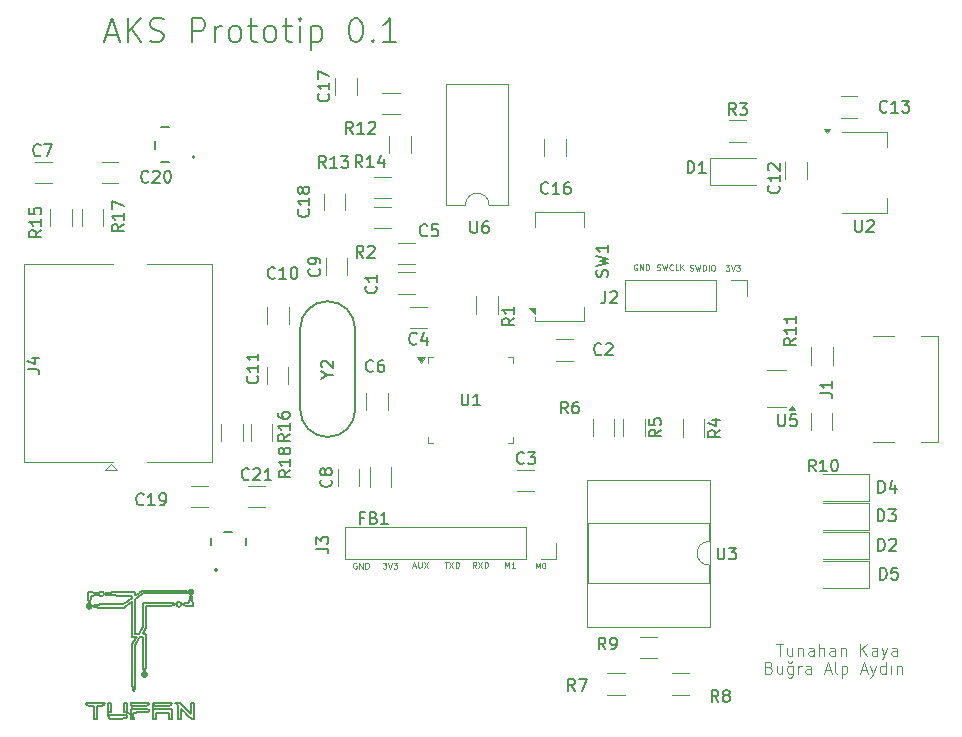
<source format=gbr>
%TF.GenerationSoftware,KiCad,Pcbnew,8.0.2*%
%TF.CreationDate,2024-05-08T19:58:44+03:00*%
%TF.ProjectId,deneme,64656e65-6d65-42e6-9b69-6361645f7063,rev?*%
%TF.SameCoordinates,Original*%
%TF.FileFunction,Legend,Top*%
%TF.FilePolarity,Positive*%
%FSLAX46Y46*%
G04 Gerber Fmt 4.6, Leading zero omitted, Abs format (unit mm)*
G04 Created by KiCad (PCBNEW 8.0.2) date 2024-05-08 19:58:44*
%MOMM*%
%LPD*%
G01*
G04 APERTURE LIST*
%ADD10C,0.080000*%
%ADD11C,0.100000*%
%ADD12C,0.200000*%
%ADD13C,0.150000*%
%ADD14C,0.120000*%
%ADD15C,0.127000*%
G04 APERTURE END LIST*
D10*
X170871678Y-88664649D02*
X170871678Y-88164649D01*
X170871678Y-88164649D02*
X171038345Y-88521792D01*
X171038345Y-88521792D02*
X171205011Y-88164649D01*
X171205011Y-88164649D02*
X171205011Y-88664649D01*
X171705012Y-88664649D02*
X171419298Y-88664649D01*
X171562155Y-88664649D02*
X171562155Y-88164649D01*
X171562155Y-88164649D02*
X171514536Y-88236078D01*
X171514536Y-88236078D02*
X171466917Y-88283697D01*
X171466917Y-88283697D02*
X171419298Y-88307506D01*
X165750250Y-88134649D02*
X166035964Y-88134649D01*
X165893107Y-88634649D02*
X165893107Y-88134649D01*
X166155011Y-88134649D02*
X166488344Y-88634649D01*
X166488344Y-88134649D02*
X166155011Y-88634649D01*
X166678820Y-88634649D02*
X166678820Y-88134649D01*
X166678820Y-88134649D02*
X166797868Y-88134649D01*
X166797868Y-88134649D02*
X166869296Y-88158459D01*
X166869296Y-88158459D02*
X166916915Y-88206078D01*
X166916915Y-88206078D02*
X166940725Y-88253697D01*
X166940725Y-88253697D02*
X166964534Y-88348935D01*
X166964534Y-88348935D02*
X166964534Y-88420363D01*
X166964534Y-88420363D02*
X166940725Y-88515601D01*
X166940725Y-88515601D02*
X166916915Y-88563220D01*
X166916915Y-88563220D02*
X166869296Y-88610840D01*
X166869296Y-88610840D02*
X166797868Y-88634649D01*
X166797868Y-88634649D02*
X166678820Y-88634649D01*
X186537869Y-63460840D02*
X186609297Y-63484649D01*
X186609297Y-63484649D02*
X186728345Y-63484649D01*
X186728345Y-63484649D02*
X186775964Y-63460840D01*
X186775964Y-63460840D02*
X186799773Y-63437030D01*
X186799773Y-63437030D02*
X186823583Y-63389411D01*
X186823583Y-63389411D02*
X186823583Y-63341792D01*
X186823583Y-63341792D02*
X186799773Y-63294173D01*
X186799773Y-63294173D02*
X186775964Y-63270363D01*
X186775964Y-63270363D02*
X186728345Y-63246554D01*
X186728345Y-63246554D02*
X186633107Y-63222744D01*
X186633107Y-63222744D02*
X186585488Y-63198935D01*
X186585488Y-63198935D02*
X186561678Y-63175125D01*
X186561678Y-63175125D02*
X186537869Y-63127506D01*
X186537869Y-63127506D02*
X186537869Y-63079887D01*
X186537869Y-63079887D02*
X186561678Y-63032268D01*
X186561678Y-63032268D02*
X186585488Y-63008459D01*
X186585488Y-63008459D02*
X186633107Y-62984649D01*
X186633107Y-62984649D02*
X186752154Y-62984649D01*
X186752154Y-62984649D02*
X186823583Y-63008459D01*
X186990249Y-62984649D02*
X187109297Y-63484649D01*
X187109297Y-63484649D02*
X187204535Y-63127506D01*
X187204535Y-63127506D02*
X187299773Y-63484649D01*
X187299773Y-63484649D02*
X187418821Y-62984649D01*
X187609297Y-63484649D02*
X187609297Y-62984649D01*
X187609297Y-62984649D02*
X187728345Y-62984649D01*
X187728345Y-62984649D02*
X187799773Y-63008459D01*
X187799773Y-63008459D02*
X187847392Y-63056078D01*
X187847392Y-63056078D02*
X187871202Y-63103697D01*
X187871202Y-63103697D02*
X187895011Y-63198935D01*
X187895011Y-63198935D02*
X187895011Y-63270363D01*
X187895011Y-63270363D02*
X187871202Y-63365601D01*
X187871202Y-63365601D02*
X187847392Y-63413220D01*
X187847392Y-63413220D02*
X187799773Y-63460840D01*
X187799773Y-63460840D02*
X187728345Y-63484649D01*
X187728345Y-63484649D02*
X187609297Y-63484649D01*
X188109297Y-63484649D02*
X188109297Y-62984649D01*
X188442630Y-62984649D02*
X188537868Y-62984649D01*
X188537868Y-62984649D02*
X188585487Y-63008459D01*
X188585487Y-63008459D02*
X188633106Y-63056078D01*
X188633106Y-63056078D02*
X188656916Y-63151316D01*
X188656916Y-63151316D02*
X188656916Y-63317982D01*
X188656916Y-63317982D02*
X188633106Y-63413220D01*
X188633106Y-63413220D02*
X188585487Y-63460840D01*
X188585487Y-63460840D02*
X188537868Y-63484649D01*
X188537868Y-63484649D02*
X188442630Y-63484649D01*
X188442630Y-63484649D02*
X188395011Y-63460840D01*
X188395011Y-63460840D02*
X188347392Y-63413220D01*
X188347392Y-63413220D02*
X188323583Y-63317982D01*
X188323583Y-63317982D02*
X188323583Y-63151316D01*
X188323583Y-63151316D02*
X188347392Y-63056078D01*
X188347392Y-63056078D02*
X188395011Y-63008459D01*
X188395011Y-63008459D02*
X188442630Y-62984649D01*
X189544059Y-62994649D02*
X189853583Y-62994649D01*
X189853583Y-62994649D02*
X189686916Y-63185125D01*
X189686916Y-63185125D02*
X189758345Y-63185125D01*
X189758345Y-63185125D02*
X189805964Y-63208935D01*
X189805964Y-63208935D02*
X189829773Y-63232744D01*
X189829773Y-63232744D02*
X189853583Y-63280363D01*
X189853583Y-63280363D02*
X189853583Y-63399411D01*
X189853583Y-63399411D02*
X189829773Y-63447030D01*
X189829773Y-63447030D02*
X189805964Y-63470840D01*
X189805964Y-63470840D02*
X189758345Y-63494649D01*
X189758345Y-63494649D02*
X189615488Y-63494649D01*
X189615488Y-63494649D02*
X189567869Y-63470840D01*
X189567869Y-63470840D02*
X189544059Y-63447030D01*
X189996440Y-62994649D02*
X190163106Y-63494649D01*
X190163106Y-63494649D02*
X190329773Y-62994649D01*
X190448820Y-62994649D02*
X190758344Y-62994649D01*
X190758344Y-62994649D02*
X190591677Y-63185125D01*
X190591677Y-63185125D02*
X190663106Y-63185125D01*
X190663106Y-63185125D02*
X190710725Y-63208935D01*
X190710725Y-63208935D02*
X190734534Y-63232744D01*
X190734534Y-63232744D02*
X190758344Y-63280363D01*
X190758344Y-63280363D02*
X190758344Y-63399411D01*
X190758344Y-63399411D02*
X190734534Y-63447030D01*
X190734534Y-63447030D02*
X190710725Y-63470840D01*
X190710725Y-63470840D02*
X190663106Y-63494649D01*
X190663106Y-63494649D02*
X190520249Y-63494649D01*
X190520249Y-63494649D02*
X190472630Y-63470840D01*
X190472630Y-63470840D02*
X190448820Y-63447030D01*
X158293583Y-88218459D02*
X158245964Y-88194649D01*
X158245964Y-88194649D02*
X158174535Y-88194649D01*
X158174535Y-88194649D02*
X158103107Y-88218459D01*
X158103107Y-88218459D02*
X158055488Y-88266078D01*
X158055488Y-88266078D02*
X158031678Y-88313697D01*
X158031678Y-88313697D02*
X158007869Y-88408935D01*
X158007869Y-88408935D02*
X158007869Y-88480363D01*
X158007869Y-88480363D02*
X158031678Y-88575601D01*
X158031678Y-88575601D02*
X158055488Y-88623220D01*
X158055488Y-88623220D02*
X158103107Y-88670840D01*
X158103107Y-88670840D02*
X158174535Y-88694649D01*
X158174535Y-88694649D02*
X158222154Y-88694649D01*
X158222154Y-88694649D02*
X158293583Y-88670840D01*
X158293583Y-88670840D02*
X158317392Y-88647030D01*
X158317392Y-88647030D02*
X158317392Y-88480363D01*
X158317392Y-88480363D02*
X158222154Y-88480363D01*
X158531678Y-88694649D02*
X158531678Y-88194649D01*
X158531678Y-88194649D02*
X158817392Y-88694649D01*
X158817392Y-88694649D02*
X158817392Y-88194649D01*
X159055488Y-88694649D02*
X159055488Y-88194649D01*
X159055488Y-88194649D02*
X159174536Y-88194649D01*
X159174536Y-88194649D02*
X159245964Y-88218459D01*
X159245964Y-88218459D02*
X159293583Y-88266078D01*
X159293583Y-88266078D02*
X159317393Y-88313697D01*
X159317393Y-88313697D02*
X159341202Y-88408935D01*
X159341202Y-88408935D02*
X159341202Y-88480363D01*
X159341202Y-88480363D02*
X159317393Y-88575601D01*
X159317393Y-88575601D02*
X159293583Y-88623220D01*
X159293583Y-88623220D02*
X159245964Y-88670840D01*
X159245964Y-88670840D02*
X159174536Y-88694649D01*
X159174536Y-88694649D02*
X159055488Y-88694649D01*
D11*
X193851027Y-95062419D02*
X194422455Y-95062419D01*
X194136741Y-96062419D02*
X194136741Y-95062419D01*
X195184360Y-95395752D02*
X195184360Y-96062419D01*
X194755789Y-95395752D02*
X194755789Y-95919561D01*
X194755789Y-95919561D02*
X194803408Y-96014800D01*
X194803408Y-96014800D02*
X194898646Y-96062419D01*
X194898646Y-96062419D02*
X195041503Y-96062419D01*
X195041503Y-96062419D02*
X195136741Y-96014800D01*
X195136741Y-96014800D02*
X195184360Y-95967180D01*
X195660551Y-95395752D02*
X195660551Y-96062419D01*
X195660551Y-95490990D02*
X195708170Y-95443371D01*
X195708170Y-95443371D02*
X195803408Y-95395752D01*
X195803408Y-95395752D02*
X195946265Y-95395752D01*
X195946265Y-95395752D02*
X196041503Y-95443371D01*
X196041503Y-95443371D02*
X196089122Y-95538609D01*
X196089122Y-95538609D02*
X196089122Y-96062419D01*
X196993884Y-96062419D02*
X196993884Y-95538609D01*
X196993884Y-95538609D02*
X196946265Y-95443371D01*
X196946265Y-95443371D02*
X196851027Y-95395752D01*
X196851027Y-95395752D02*
X196660551Y-95395752D01*
X196660551Y-95395752D02*
X196565313Y-95443371D01*
X196993884Y-96014800D02*
X196898646Y-96062419D01*
X196898646Y-96062419D02*
X196660551Y-96062419D01*
X196660551Y-96062419D02*
X196565313Y-96014800D01*
X196565313Y-96014800D02*
X196517694Y-95919561D01*
X196517694Y-95919561D02*
X196517694Y-95824323D01*
X196517694Y-95824323D02*
X196565313Y-95729085D01*
X196565313Y-95729085D02*
X196660551Y-95681466D01*
X196660551Y-95681466D02*
X196898646Y-95681466D01*
X196898646Y-95681466D02*
X196993884Y-95633847D01*
X197470075Y-96062419D02*
X197470075Y-95062419D01*
X197898646Y-96062419D02*
X197898646Y-95538609D01*
X197898646Y-95538609D02*
X197851027Y-95443371D01*
X197851027Y-95443371D02*
X197755789Y-95395752D01*
X197755789Y-95395752D02*
X197612932Y-95395752D01*
X197612932Y-95395752D02*
X197517694Y-95443371D01*
X197517694Y-95443371D02*
X197470075Y-95490990D01*
X198803408Y-96062419D02*
X198803408Y-95538609D01*
X198803408Y-95538609D02*
X198755789Y-95443371D01*
X198755789Y-95443371D02*
X198660551Y-95395752D01*
X198660551Y-95395752D02*
X198470075Y-95395752D01*
X198470075Y-95395752D02*
X198374837Y-95443371D01*
X198803408Y-96014800D02*
X198708170Y-96062419D01*
X198708170Y-96062419D02*
X198470075Y-96062419D01*
X198470075Y-96062419D02*
X198374837Y-96014800D01*
X198374837Y-96014800D02*
X198327218Y-95919561D01*
X198327218Y-95919561D02*
X198327218Y-95824323D01*
X198327218Y-95824323D02*
X198374837Y-95729085D01*
X198374837Y-95729085D02*
X198470075Y-95681466D01*
X198470075Y-95681466D02*
X198708170Y-95681466D01*
X198708170Y-95681466D02*
X198803408Y-95633847D01*
X199279599Y-95395752D02*
X199279599Y-96062419D01*
X199279599Y-95490990D02*
X199327218Y-95443371D01*
X199327218Y-95443371D02*
X199422456Y-95395752D01*
X199422456Y-95395752D02*
X199565313Y-95395752D01*
X199565313Y-95395752D02*
X199660551Y-95443371D01*
X199660551Y-95443371D02*
X199708170Y-95538609D01*
X199708170Y-95538609D02*
X199708170Y-96062419D01*
X200946266Y-96062419D02*
X200946266Y-95062419D01*
X201517694Y-96062419D02*
X201089123Y-95490990D01*
X201517694Y-95062419D02*
X200946266Y-95633847D01*
X202374837Y-96062419D02*
X202374837Y-95538609D01*
X202374837Y-95538609D02*
X202327218Y-95443371D01*
X202327218Y-95443371D02*
X202231980Y-95395752D01*
X202231980Y-95395752D02*
X202041504Y-95395752D01*
X202041504Y-95395752D02*
X201946266Y-95443371D01*
X202374837Y-96014800D02*
X202279599Y-96062419D01*
X202279599Y-96062419D02*
X202041504Y-96062419D01*
X202041504Y-96062419D02*
X201946266Y-96014800D01*
X201946266Y-96014800D02*
X201898647Y-95919561D01*
X201898647Y-95919561D02*
X201898647Y-95824323D01*
X201898647Y-95824323D02*
X201946266Y-95729085D01*
X201946266Y-95729085D02*
X202041504Y-95681466D01*
X202041504Y-95681466D02*
X202279599Y-95681466D01*
X202279599Y-95681466D02*
X202374837Y-95633847D01*
X202755790Y-95395752D02*
X202993885Y-96062419D01*
X203231980Y-95395752D02*
X202993885Y-96062419D01*
X202993885Y-96062419D02*
X202898647Y-96300514D01*
X202898647Y-96300514D02*
X202851028Y-96348133D01*
X202851028Y-96348133D02*
X202755790Y-96395752D01*
X204041504Y-96062419D02*
X204041504Y-95538609D01*
X204041504Y-95538609D02*
X203993885Y-95443371D01*
X203993885Y-95443371D02*
X203898647Y-95395752D01*
X203898647Y-95395752D02*
X203708171Y-95395752D01*
X203708171Y-95395752D02*
X203612933Y-95443371D01*
X204041504Y-96014800D02*
X203946266Y-96062419D01*
X203946266Y-96062419D02*
X203708171Y-96062419D01*
X203708171Y-96062419D02*
X203612933Y-96014800D01*
X203612933Y-96014800D02*
X203565314Y-95919561D01*
X203565314Y-95919561D02*
X203565314Y-95824323D01*
X203565314Y-95824323D02*
X203612933Y-95729085D01*
X203612933Y-95729085D02*
X203708171Y-95681466D01*
X203708171Y-95681466D02*
X203946266Y-95681466D01*
X203946266Y-95681466D02*
X204041504Y-95633847D01*
D12*
X137102530Y-43533409D02*
X138054911Y-43533409D01*
X136912054Y-44104838D02*
X137578720Y-42104838D01*
X137578720Y-42104838D02*
X138245387Y-44104838D01*
X138912054Y-44104838D02*
X138912054Y-42104838D01*
X140054911Y-44104838D02*
X139197768Y-42961980D01*
X140054911Y-42104838D02*
X138912054Y-43247695D01*
X140816816Y-44009600D02*
X141102530Y-44104838D01*
X141102530Y-44104838D02*
X141578721Y-44104838D01*
X141578721Y-44104838D02*
X141769197Y-44009600D01*
X141769197Y-44009600D02*
X141864435Y-43914361D01*
X141864435Y-43914361D02*
X141959673Y-43723885D01*
X141959673Y-43723885D02*
X141959673Y-43533409D01*
X141959673Y-43533409D02*
X141864435Y-43342933D01*
X141864435Y-43342933D02*
X141769197Y-43247695D01*
X141769197Y-43247695D02*
X141578721Y-43152457D01*
X141578721Y-43152457D02*
X141197768Y-43057219D01*
X141197768Y-43057219D02*
X141007292Y-42961980D01*
X141007292Y-42961980D02*
X140912054Y-42866742D01*
X140912054Y-42866742D02*
X140816816Y-42676266D01*
X140816816Y-42676266D02*
X140816816Y-42485790D01*
X140816816Y-42485790D02*
X140912054Y-42295314D01*
X140912054Y-42295314D02*
X141007292Y-42200076D01*
X141007292Y-42200076D02*
X141197768Y-42104838D01*
X141197768Y-42104838D02*
X141673959Y-42104838D01*
X141673959Y-42104838D02*
X141959673Y-42200076D01*
X144340626Y-44104838D02*
X144340626Y-42104838D01*
X144340626Y-42104838D02*
X145102531Y-42104838D01*
X145102531Y-42104838D02*
X145293007Y-42200076D01*
X145293007Y-42200076D02*
X145388245Y-42295314D01*
X145388245Y-42295314D02*
X145483483Y-42485790D01*
X145483483Y-42485790D02*
X145483483Y-42771504D01*
X145483483Y-42771504D02*
X145388245Y-42961980D01*
X145388245Y-42961980D02*
X145293007Y-43057219D01*
X145293007Y-43057219D02*
X145102531Y-43152457D01*
X145102531Y-43152457D02*
X144340626Y-43152457D01*
X146340626Y-44104838D02*
X146340626Y-42771504D01*
X146340626Y-43152457D02*
X146435864Y-42961980D01*
X146435864Y-42961980D02*
X146531102Y-42866742D01*
X146531102Y-42866742D02*
X146721578Y-42771504D01*
X146721578Y-42771504D02*
X146912055Y-42771504D01*
X147864435Y-44104838D02*
X147673959Y-44009600D01*
X147673959Y-44009600D02*
X147578721Y-43914361D01*
X147578721Y-43914361D02*
X147483483Y-43723885D01*
X147483483Y-43723885D02*
X147483483Y-43152457D01*
X147483483Y-43152457D02*
X147578721Y-42961980D01*
X147578721Y-42961980D02*
X147673959Y-42866742D01*
X147673959Y-42866742D02*
X147864435Y-42771504D01*
X147864435Y-42771504D02*
X148150150Y-42771504D01*
X148150150Y-42771504D02*
X148340626Y-42866742D01*
X148340626Y-42866742D02*
X148435864Y-42961980D01*
X148435864Y-42961980D02*
X148531102Y-43152457D01*
X148531102Y-43152457D02*
X148531102Y-43723885D01*
X148531102Y-43723885D02*
X148435864Y-43914361D01*
X148435864Y-43914361D02*
X148340626Y-44009600D01*
X148340626Y-44009600D02*
X148150150Y-44104838D01*
X148150150Y-44104838D02*
X147864435Y-44104838D01*
X149102531Y-42771504D02*
X149864435Y-42771504D01*
X149388245Y-42104838D02*
X149388245Y-43819123D01*
X149388245Y-43819123D02*
X149483483Y-44009600D01*
X149483483Y-44009600D02*
X149673959Y-44104838D01*
X149673959Y-44104838D02*
X149864435Y-44104838D01*
X150816816Y-44104838D02*
X150626340Y-44009600D01*
X150626340Y-44009600D02*
X150531102Y-43914361D01*
X150531102Y-43914361D02*
X150435864Y-43723885D01*
X150435864Y-43723885D02*
X150435864Y-43152457D01*
X150435864Y-43152457D02*
X150531102Y-42961980D01*
X150531102Y-42961980D02*
X150626340Y-42866742D01*
X150626340Y-42866742D02*
X150816816Y-42771504D01*
X150816816Y-42771504D02*
X151102531Y-42771504D01*
X151102531Y-42771504D02*
X151293007Y-42866742D01*
X151293007Y-42866742D02*
X151388245Y-42961980D01*
X151388245Y-42961980D02*
X151483483Y-43152457D01*
X151483483Y-43152457D02*
X151483483Y-43723885D01*
X151483483Y-43723885D02*
X151388245Y-43914361D01*
X151388245Y-43914361D02*
X151293007Y-44009600D01*
X151293007Y-44009600D02*
X151102531Y-44104838D01*
X151102531Y-44104838D02*
X150816816Y-44104838D01*
X152054912Y-42771504D02*
X152816816Y-42771504D01*
X152340626Y-42104838D02*
X152340626Y-43819123D01*
X152340626Y-43819123D02*
X152435864Y-44009600D01*
X152435864Y-44009600D02*
X152626340Y-44104838D01*
X152626340Y-44104838D02*
X152816816Y-44104838D01*
X153483483Y-44104838D02*
X153483483Y-42771504D01*
X153483483Y-42104838D02*
X153388245Y-42200076D01*
X153388245Y-42200076D02*
X153483483Y-42295314D01*
X153483483Y-42295314D02*
X153578721Y-42200076D01*
X153578721Y-42200076D02*
X153483483Y-42104838D01*
X153483483Y-42104838D02*
X153483483Y-42295314D01*
X154435864Y-42771504D02*
X154435864Y-44771504D01*
X154435864Y-42866742D02*
X154626340Y-42771504D01*
X154626340Y-42771504D02*
X155007293Y-42771504D01*
X155007293Y-42771504D02*
X155197769Y-42866742D01*
X155197769Y-42866742D02*
X155293007Y-42961980D01*
X155293007Y-42961980D02*
X155388245Y-43152457D01*
X155388245Y-43152457D02*
X155388245Y-43723885D01*
X155388245Y-43723885D02*
X155293007Y-43914361D01*
X155293007Y-43914361D02*
X155197769Y-44009600D01*
X155197769Y-44009600D02*
X155007293Y-44104838D01*
X155007293Y-44104838D02*
X154626340Y-44104838D01*
X154626340Y-44104838D02*
X154435864Y-44009600D01*
X158150150Y-42104838D02*
X158340627Y-42104838D01*
X158340627Y-42104838D02*
X158531103Y-42200076D01*
X158531103Y-42200076D02*
X158626341Y-42295314D01*
X158626341Y-42295314D02*
X158721579Y-42485790D01*
X158721579Y-42485790D02*
X158816817Y-42866742D01*
X158816817Y-42866742D02*
X158816817Y-43342933D01*
X158816817Y-43342933D02*
X158721579Y-43723885D01*
X158721579Y-43723885D02*
X158626341Y-43914361D01*
X158626341Y-43914361D02*
X158531103Y-44009600D01*
X158531103Y-44009600D02*
X158340627Y-44104838D01*
X158340627Y-44104838D02*
X158150150Y-44104838D01*
X158150150Y-44104838D02*
X157959674Y-44009600D01*
X157959674Y-44009600D02*
X157864436Y-43914361D01*
X157864436Y-43914361D02*
X157769198Y-43723885D01*
X157769198Y-43723885D02*
X157673960Y-43342933D01*
X157673960Y-43342933D02*
X157673960Y-42866742D01*
X157673960Y-42866742D02*
X157769198Y-42485790D01*
X157769198Y-42485790D02*
X157864436Y-42295314D01*
X157864436Y-42295314D02*
X157959674Y-42200076D01*
X157959674Y-42200076D02*
X158150150Y-42104838D01*
X159673960Y-43914361D02*
X159769198Y-44009600D01*
X159769198Y-44009600D02*
X159673960Y-44104838D01*
X159673960Y-44104838D02*
X159578722Y-44009600D01*
X159578722Y-44009600D02*
X159673960Y-43914361D01*
X159673960Y-43914361D02*
X159673960Y-44104838D01*
X161673960Y-44104838D02*
X160531103Y-44104838D01*
X161102531Y-44104838D02*
X161102531Y-42104838D01*
X161102531Y-42104838D02*
X160912055Y-42390552D01*
X160912055Y-42390552D02*
X160721579Y-42581028D01*
X160721579Y-42581028D02*
X160531103Y-42676266D01*
D10*
X163067869Y-88481792D02*
X163305964Y-88481792D01*
X163020250Y-88624649D02*
X163186916Y-88124649D01*
X163186916Y-88124649D02*
X163353583Y-88624649D01*
X163520249Y-88124649D02*
X163520249Y-88529411D01*
X163520249Y-88529411D02*
X163544059Y-88577030D01*
X163544059Y-88577030D02*
X163567868Y-88600840D01*
X163567868Y-88600840D02*
X163615487Y-88624649D01*
X163615487Y-88624649D02*
X163710725Y-88624649D01*
X163710725Y-88624649D02*
X163758344Y-88600840D01*
X163758344Y-88600840D02*
X163782154Y-88577030D01*
X163782154Y-88577030D02*
X163805963Y-88529411D01*
X163805963Y-88529411D02*
X163805963Y-88124649D01*
X163996440Y-88124649D02*
X164329773Y-88624649D01*
X164329773Y-88124649D02*
X163996440Y-88624649D01*
X173461678Y-88684649D02*
X173461678Y-88184649D01*
X173461678Y-88184649D02*
X173628345Y-88541792D01*
X173628345Y-88541792D02*
X173795011Y-88184649D01*
X173795011Y-88184649D02*
X173795011Y-88684649D01*
X174128345Y-88184649D02*
X174175964Y-88184649D01*
X174175964Y-88184649D02*
X174223583Y-88208459D01*
X174223583Y-88208459D02*
X174247393Y-88232268D01*
X174247393Y-88232268D02*
X174271202Y-88279887D01*
X174271202Y-88279887D02*
X174295012Y-88375125D01*
X174295012Y-88375125D02*
X174295012Y-88494173D01*
X174295012Y-88494173D02*
X174271202Y-88589411D01*
X174271202Y-88589411D02*
X174247393Y-88637030D01*
X174247393Y-88637030D02*
X174223583Y-88660840D01*
X174223583Y-88660840D02*
X174175964Y-88684649D01*
X174175964Y-88684649D02*
X174128345Y-88684649D01*
X174128345Y-88684649D02*
X174080726Y-88660840D01*
X174080726Y-88660840D02*
X174056917Y-88637030D01*
X174056917Y-88637030D02*
X174033107Y-88589411D01*
X174033107Y-88589411D02*
X174009298Y-88494173D01*
X174009298Y-88494173D02*
X174009298Y-88375125D01*
X174009298Y-88375125D02*
X174033107Y-88279887D01*
X174033107Y-88279887D02*
X174056917Y-88232268D01*
X174056917Y-88232268D02*
X174080726Y-88208459D01*
X174080726Y-88208459D02*
X174128345Y-88184649D01*
X183737869Y-63410840D02*
X183809297Y-63434649D01*
X183809297Y-63434649D02*
X183928345Y-63434649D01*
X183928345Y-63434649D02*
X183975964Y-63410840D01*
X183975964Y-63410840D02*
X183999773Y-63387030D01*
X183999773Y-63387030D02*
X184023583Y-63339411D01*
X184023583Y-63339411D02*
X184023583Y-63291792D01*
X184023583Y-63291792D02*
X183999773Y-63244173D01*
X183999773Y-63244173D02*
X183975964Y-63220363D01*
X183975964Y-63220363D02*
X183928345Y-63196554D01*
X183928345Y-63196554D02*
X183833107Y-63172744D01*
X183833107Y-63172744D02*
X183785488Y-63148935D01*
X183785488Y-63148935D02*
X183761678Y-63125125D01*
X183761678Y-63125125D02*
X183737869Y-63077506D01*
X183737869Y-63077506D02*
X183737869Y-63029887D01*
X183737869Y-63029887D02*
X183761678Y-62982268D01*
X183761678Y-62982268D02*
X183785488Y-62958459D01*
X183785488Y-62958459D02*
X183833107Y-62934649D01*
X183833107Y-62934649D02*
X183952154Y-62934649D01*
X183952154Y-62934649D02*
X184023583Y-62958459D01*
X184190249Y-62934649D02*
X184309297Y-63434649D01*
X184309297Y-63434649D02*
X184404535Y-63077506D01*
X184404535Y-63077506D02*
X184499773Y-63434649D01*
X184499773Y-63434649D02*
X184618821Y-62934649D01*
X185095011Y-63387030D02*
X185071202Y-63410840D01*
X185071202Y-63410840D02*
X184999773Y-63434649D01*
X184999773Y-63434649D02*
X184952154Y-63434649D01*
X184952154Y-63434649D02*
X184880726Y-63410840D01*
X184880726Y-63410840D02*
X184833107Y-63363220D01*
X184833107Y-63363220D02*
X184809297Y-63315601D01*
X184809297Y-63315601D02*
X184785488Y-63220363D01*
X184785488Y-63220363D02*
X184785488Y-63148935D01*
X184785488Y-63148935D02*
X184809297Y-63053697D01*
X184809297Y-63053697D02*
X184833107Y-63006078D01*
X184833107Y-63006078D02*
X184880726Y-62958459D01*
X184880726Y-62958459D02*
X184952154Y-62934649D01*
X184952154Y-62934649D02*
X184999773Y-62934649D01*
X184999773Y-62934649D02*
X185071202Y-62958459D01*
X185071202Y-62958459D02*
X185095011Y-62982268D01*
X185547392Y-63434649D02*
X185309297Y-63434649D01*
X185309297Y-63434649D02*
X185309297Y-62934649D01*
X185714059Y-63434649D02*
X185714059Y-62934649D01*
X185999773Y-63434649D02*
X185785488Y-63148935D01*
X185999773Y-62934649D02*
X185714059Y-63220363D01*
X160524059Y-88204649D02*
X160833583Y-88204649D01*
X160833583Y-88204649D02*
X160666916Y-88395125D01*
X160666916Y-88395125D02*
X160738345Y-88395125D01*
X160738345Y-88395125D02*
X160785964Y-88418935D01*
X160785964Y-88418935D02*
X160809773Y-88442744D01*
X160809773Y-88442744D02*
X160833583Y-88490363D01*
X160833583Y-88490363D02*
X160833583Y-88609411D01*
X160833583Y-88609411D02*
X160809773Y-88657030D01*
X160809773Y-88657030D02*
X160785964Y-88680840D01*
X160785964Y-88680840D02*
X160738345Y-88704649D01*
X160738345Y-88704649D02*
X160595488Y-88704649D01*
X160595488Y-88704649D02*
X160547869Y-88680840D01*
X160547869Y-88680840D02*
X160524059Y-88657030D01*
X160976440Y-88204649D02*
X161143106Y-88704649D01*
X161143106Y-88704649D02*
X161309773Y-88204649D01*
X161428820Y-88204649D02*
X161738344Y-88204649D01*
X161738344Y-88204649D02*
X161571677Y-88395125D01*
X161571677Y-88395125D02*
X161643106Y-88395125D01*
X161643106Y-88395125D02*
X161690725Y-88418935D01*
X161690725Y-88418935D02*
X161714534Y-88442744D01*
X161714534Y-88442744D02*
X161738344Y-88490363D01*
X161738344Y-88490363D02*
X161738344Y-88609411D01*
X161738344Y-88609411D02*
X161714534Y-88657030D01*
X161714534Y-88657030D02*
X161690725Y-88680840D01*
X161690725Y-88680840D02*
X161643106Y-88704649D01*
X161643106Y-88704649D02*
X161500249Y-88704649D01*
X161500249Y-88704649D02*
X161452630Y-88680840D01*
X161452630Y-88680840D02*
X161428820Y-88657030D01*
D11*
X193227217Y-97068609D02*
X193370074Y-97116228D01*
X193370074Y-97116228D02*
X193417693Y-97163847D01*
X193417693Y-97163847D02*
X193465312Y-97259085D01*
X193465312Y-97259085D02*
X193465312Y-97401942D01*
X193465312Y-97401942D02*
X193417693Y-97497180D01*
X193417693Y-97497180D02*
X193370074Y-97544800D01*
X193370074Y-97544800D02*
X193274836Y-97592419D01*
X193274836Y-97592419D02*
X192893884Y-97592419D01*
X192893884Y-97592419D02*
X192893884Y-96592419D01*
X192893884Y-96592419D02*
X193227217Y-96592419D01*
X193227217Y-96592419D02*
X193322455Y-96640038D01*
X193322455Y-96640038D02*
X193370074Y-96687657D01*
X193370074Y-96687657D02*
X193417693Y-96782895D01*
X193417693Y-96782895D02*
X193417693Y-96878133D01*
X193417693Y-96878133D02*
X193370074Y-96973371D01*
X193370074Y-96973371D02*
X193322455Y-97020990D01*
X193322455Y-97020990D02*
X193227217Y-97068609D01*
X193227217Y-97068609D02*
X192893884Y-97068609D01*
X194322455Y-96925752D02*
X194322455Y-97592419D01*
X193893884Y-96925752D02*
X193893884Y-97449561D01*
X193893884Y-97449561D02*
X193941503Y-97544800D01*
X193941503Y-97544800D02*
X194036741Y-97592419D01*
X194036741Y-97592419D02*
X194179598Y-97592419D01*
X194179598Y-97592419D02*
X194274836Y-97544800D01*
X194274836Y-97544800D02*
X194322455Y-97497180D01*
X195227217Y-96925752D02*
X195227217Y-97735276D01*
X195227217Y-97735276D02*
X195179598Y-97830514D01*
X195179598Y-97830514D02*
X195131979Y-97878133D01*
X195131979Y-97878133D02*
X195036741Y-97925752D01*
X195036741Y-97925752D02*
X194893884Y-97925752D01*
X194893884Y-97925752D02*
X194798646Y-97878133D01*
X195227217Y-97544800D02*
X195131979Y-97592419D01*
X195131979Y-97592419D02*
X194941503Y-97592419D01*
X194941503Y-97592419D02*
X194846265Y-97544800D01*
X194846265Y-97544800D02*
X194798646Y-97497180D01*
X194798646Y-97497180D02*
X194751027Y-97401942D01*
X194751027Y-97401942D02*
X194751027Y-97116228D01*
X194751027Y-97116228D02*
X194798646Y-97020990D01*
X194798646Y-97020990D02*
X194846265Y-96973371D01*
X194846265Y-96973371D02*
X194941503Y-96925752D01*
X194941503Y-96925752D02*
X195131979Y-96925752D01*
X195131979Y-96925752D02*
X195227217Y-96973371D01*
X194798646Y-96544800D02*
X194846265Y-96640038D01*
X194846265Y-96640038D02*
X194941503Y-96687657D01*
X194941503Y-96687657D02*
X195036741Y-96687657D01*
X195036741Y-96687657D02*
X195131979Y-96640038D01*
X195131979Y-96640038D02*
X195179598Y-96544800D01*
X195703408Y-97592419D02*
X195703408Y-96925752D01*
X195703408Y-97116228D02*
X195751027Y-97020990D01*
X195751027Y-97020990D02*
X195798646Y-96973371D01*
X195798646Y-96973371D02*
X195893884Y-96925752D01*
X195893884Y-96925752D02*
X195989122Y-96925752D01*
X196751027Y-97592419D02*
X196751027Y-97068609D01*
X196751027Y-97068609D02*
X196703408Y-96973371D01*
X196703408Y-96973371D02*
X196608170Y-96925752D01*
X196608170Y-96925752D02*
X196417694Y-96925752D01*
X196417694Y-96925752D02*
X196322456Y-96973371D01*
X196751027Y-97544800D02*
X196655789Y-97592419D01*
X196655789Y-97592419D02*
X196417694Y-97592419D01*
X196417694Y-97592419D02*
X196322456Y-97544800D01*
X196322456Y-97544800D02*
X196274837Y-97449561D01*
X196274837Y-97449561D02*
X196274837Y-97354323D01*
X196274837Y-97354323D02*
X196322456Y-97259085D01*
X196322456Y-97259085D02*
X196417694Y-97211466D01*
X196417694Y-97211466D02*
X196655789Y-97211466D01*
X196655789Y-97211466D02*
X196751027Y-97163847D01*
X197941504Y-97306704D02*
X198417694Y-97306704D01*
X197846266Y-97592419D02*
X198179599Y-96592419D01*
X198179599Y-96592419D02*
X198512932Y-97592419D01*
X198989123Y-97592419D02*
X198893885Y-97544800D01*
X198893885Y-97544800D02*
X198846266Y-97449561D01*
X198846266Y-97449561D02*
X198846266Y-96592419D01*
X199370076Y-96925752D02*
X199370076Y-97925752D01*
X199370076Y-96973371D02*
X199465314Y-96925752D01*
X199465314Y-96925752D02*
X199655790Y-96925752D01*
X199655790Y-96925752D02*
X199751028Y-96973371D01*
X199751028Y-96973371D02*
X199798647Y-97020990D01*
X199798647Y-97020990D02*
X199846266Y-97116228D01*
X199846266Y-97116228D02*
X199846266Y-97401942D01*
X199846266Y-97401942D02*
X199798647Y-97497180D01*
X199798647Y-97497180D02*
X199751028Y-97544800D01*
X199751028Y-97544800D02*
X199655790Y-97592419D01*
X199655790Y-97592419D02*
X199465314Y-97592419D01*
X199465314Y-97592419D02*
X199370076Y-97544800D01*
X200989124Y-97306704D02*
X201465314Y-97306704D01*
X200893886Y-97592419D02*
X201227219Y-96592419D01*
X201227219Y-96592419D02*
X201560552Y-97592419D01*
X201798648Y-96925752D02*
X202036743Y-97592419D01*
X202274838Y-96925752D02*
X202036743Y-97592419D01*
X202036743Y-97592419D02*
X201941505Y-97830514D01*
X201941505Y-97830514D02*
X201893886Y-97878133D01*
X201893886Y-97878133D02*
X201798648Y-97925752D01*
X203084362Y-97592419D02*
X203084362Y-96592419D01*
X203084362Y-97544800D02*
X202989124Y-97592419D01*
X202989124Y-97592419D02*
X202798648Y-97592419D01*
X202798648Y-97592419D02*
X202703410Y-97544800D01*
X202703410Y-97544800D02*
X202655791Y-97497180D01*
X202655791Y-97497180D02*
X202608172Y-97401942D01*
X202608172Y-97401942D02*
X202608172Y-97116228D01*
X202608172Y-97116228D02*
X202655791Y-97020990D01*
X202655791Y-97020990D02*
X202703410Y-96973371D01*
X202703410Y-96973371D02*
X202798648Y-96925752D01*
X202798648Y-96925752D02*
X202989124Y-96925752D01*
X202989124Y-96925752D02*
X203084362Y-96973371D01*
X203560553Y-97592419D02*
X203560553Y-96925752D01*
X204036743Y-96925752D02*
X204036743Y-97592419D01*
X204036743Y-97020990D02*
X204084362Y-96973371D01*
X204084362Y-96973371D02*
X204179600Y-96925752D01*
X204179600Y-96925752D02*
X204322457Y-96925752D01*
X204322457Y-96925752D02*
X204417695Y-96973371D01*
X204417695Y-96973371D02*
X204465314Y-97068609D01*
X204465314Y-97068609D02*
X204465314Y-97592419D01*
D10*
X168447392Y-88624649D02*
X168280726Y-88386554D01*
X168161678Y-88624649D02*
X168161678Y-88124649D01*
X168161678Y-88124649D02*
X168352154Y-88124649D01*
X168352154Y-88124649D02*
X168399773Y-88148459D01*
X168399773Y-88148459D02*
X168423583Y-88172268D01*
X168423583Y-88172268D02*
X168447392Y-88219887D01*
X168447392Y-88219887D02*
X168447392Y-88291316D01*
X168447392Y-88291316D02*
X168423583Y-88338935D01*
X168423583Y-88338935D02*
X168399773Y-88362744D01*
X168399773Y-88362744D02*
X168352154Y-88386554D01*
X168352154Y-88386554D02*
X168161678Y-88386554D01*
X168614059Y-88124649D02*
X168947392Y-88624649D01*
X168947392Y-88124649D02*
X168614059Y-88624649D01*
X169137868Y-88624649D02*
X169137868Y-88124649D01*
X169137868Y-88124649D02*
X169256916Y-88124649D01*
X169256916Y-88124649D02*
X169328344Y-88148459D01*
X169328344Y-88148459D02*
X169375963Y-88196078D01*
X169375963Y-88196078D02*
X169399773Y-88243697D01*
X169399773Y-88243697D02*
X169423582Y-88338935D01*
X169423582Y-88338935D02*
X169423582Y-88410363D01*
X169423582Y-88410363D02*
X169399773Y-88505601D01*
X169399773Y-88505601D02*
X169375963Y-88553220D01*
X169375963Y-88553220D02*
X169328344Y-88600840D01*
X169328344Y-88600840D02*
X169256916Y-88624649D01*
X169256916Y-88624649D02*
X169137868Y-88624649D01*
X182053583Y-62958459D02*
X182005964Y-62934649D01*
X182005964Y-62934649D02*
X181934535Y-62934649D01*
X181934535Y-62934649D02*
X181863107Y-62958459D01*
X181863107Y-62958459D02*
X181815488Y-63006078D01*
X181815488Y-63006078D02*
X181791678Y-63053697D01*
X181791678Y-63053697D02*
X181767869Y-63148935D01*
X181767869Y-63148935D02*
X181767869Y-63220363D01*
X181767869Y-63220363D02*
X181791678Y-63315601D01*
X181791678Y-63315601D02*
X181815488Y-63363220D01*
X181815488Y-63363220D02*
X181863107Y-63410840D01*
X181863107Y-63410840D02*
X181934535Y-63434649D01*
X181934535Y-63434649D02*
X181982154Y-63434649D01*
X181982154Y-63434649D02*
X182053583Y-63410840D01*
X182053583Y-63410840D02*
X182077392Y-63387030D01*
X182077392Y-63387030D02*
X182077392Y-63220363D01*
X182077392Y-63220363D02*
X181982154Y-63220363D01*
X182291678Y-63434649D02*
X182291678Y-62934649D01*
X182291678Y-62934649D02*
X182577392Y-63434649D01*
X182577392Y-63434649D02*
X182577392Y-62934649D01*
X182815488Y-63434649D02*
X182815488Y-62934649D01*
X182815488Y-62934649D02*
X182934536Y-62934649D01*
X182934536Y-62934649D02*
X183005964Y-62958459D01*
X183005964Y-62958459D02*
X183053583Y-63006078D01*
X183053583Y-63006078D02*
X183077393Y-63053697D01*
X183077393Y-63053697D02*
X183101202Y-63148935D01*
X183101202Y-63148935D02*
X183101202Y-63220363D01*
X183101202Y-63220363D02*
X183077393Y-63315601D01*
X183077393Y-63315601D02*
X183053583Y-63363220D01*
X183053583Y-63363220D02*
X183005964Y-63410840D01*
X183005964Y-63410840D02*
X182934536Y-63434649D01*
X182934536Y-63434649D02*
X182815488Y-63434649D01*
D13*
X202461905Y-87184819D02*
X202461905Y-86184819D01*
X202461905Y-86184819D02*
X202700000Y-86184819D01*
X202700000Y-86184819D02*
X202842857Y-86232438D01*
X202842857Y-86232438D02*
X202938095Y-86327676D01*
X202938095Y-86327676D02*
X202985714Y-86422914D01*
X202985714Y-86422914D02*
X203033333Y-86613390D01*
X203033333Y-86613390D02*
X203033333Y-86756247D01*
X203033333Y-86756247D02*
X202985714Y-86946723D01*
X202985714Y-86946723D02*
X202938095Y-87041961D01*
X202938095Y-87041961D02*
X202842857Y-87137200D01*
X202842857Y-87137200D02*
X202700000Y-87184819D01*
X202700000Y-87184819D02*
X202461905Y-87184819D01*
X203414286Y-86280057D02*
X203461905Y-86232438D01*
X203461905Y-86232438D02*
X203557143Y-86184819D01*
X203557143Y-86184819D02*
X203795238Y-86184819D01*
X203795238Y-86184819D02*
X203890476Y-86232438D01*
X203890476Y-86232438D02*
X203938095Y-86280057D01*
X203938095Y-86280057D02*
X203985714Y-86375295D01*
X203985714Y-86375295D02*
X203985714Y-86470533D01*
X203985714Y-86470533D02*
X203938095Y-86613390D01*
X203938095Y-86613390D02*
X203366667Y-87184819D01*
X203366667Y-87184819D02*
X203985714Y-87184819D01*
X140667142Y-55919580D02*
X140619523Y-55967200D01*
X140619523Y-55967200D02*
X140476666Y-56014819D01*
X140476666Y-56014819D02*
X140381428Y-56014819D01*
X140381428Y-56014819D02*
X140238571Y-55967200D01*
X140238571Y-55967200D02*
X140143333Y-55871961D01*
X140143333Y-55871961D02*
X140095714Y-55776723D01*
X140095714Y-55776723D02*
X140048095Y-55586247D01*
X140048095Y-55586247D02*
X140048095Y-55443390D01*
X140048095Y-55443390D02*
X140095714Y-55252914D01*
X140095714Y-55252914D02*
X140143333Y-55157676D01*
X140143333Y-55157676D02*
X140238571Y-55062438D01*
X140238571Y-55062438D02*
X140381428Y-55014819D01*
X140381428Y-55014819D02*
X140476666Y-55014819D01*
X140476666Y-55014819D02*
X140619523Y-55062438D01*
X140619523Y-55062438D02*
X140667142Y-55110057D01*
X141048095Y-55110057D02*
X141095714Y-55062438D01*
X141095714Y-55062438D02*
X141190952Y-55014819D01*
X141190952Y-55014819D02*
X141429047Y-55014819D01*
X141429047Y-55014819D02*
X141524285Y-55062438D01*
X141524285Y-55062438D02*
X141571904Y-55110057D01*
X141571904Y-55110057D02*
X141619523Y-55205295D01*
X141619523Y-55205295D02*
X141619523Y-55300533D01*
X141619523Y-55300533D02*
X141571904Y-55443390D01*
X141571904Y-55443390D02*
X141000476Y-56014819D01*
X141000476Y-56014819D02*
X141619523Y-56014819D01*
X142238571Y-55014819D02*
X142333809Y-55014819D01*
X142333809Y-55014819D02*
X142429047Y-55062438D01*
X142429047Y-55062438D02*
X142476666Y-55110057D01*
X142476666Y-55110057D02*
X142524285Y-55205295D01*
X142524285Y-55205295D02*
X142571904Y-55395771D01*
X142571904Y-55395771D02*
X142571904Y-55633866D01*
X142571904Y-55633866D02*
X142524285Y-55824342D01*
X142524285Y-55824342D02*
X142476666Y-55919580D01*
X142476666Y-55919580D02*
X142429047Y-55967200D01*
X142429047Y-55967200D02*
X142333809Y-56014819D01*
X142333809Y-56014819D02*
X142238571Y-56014819D01*
X142238571Y-56014819D02*
X142143333Y-55967200D01*
X142143333Y-55967200D02*
X142095714Y-55919580D01*
X142095714Y-55919580D02*
X142048095Y-55824342D01*
X142048095Y-55824342D02*
X142000476Y-55633866D01*
X142000476Y-55633866D02*
X142000476Y-55395771D01*
X142000476Y-55395771D02*
X142048095Y-55205295D01*
X142048095Y-55205295D02*
X142095714Y-55110057D01*
X142095714Y-55110057D02*
X142143333Y-55062438D01*
X142143333Y-55062438D02*
X142238571Y-55014819D01*
X179366666Y-65224819D02*
X179366666Y-65939104D01*
X179366666Y-65939104D02*
X179319047Y-66081961D01*
X179319047Y-66081961D02*
X179223809Y-66177200D01*
X179223809Y-66177200D02*
X179080952Y-66224819D01*
X179080952Y-66224819D02*
X178985714Y-66224819D01*
X179795238Y-65320057D02*
X179842857Y-65272438D01*
X179842857Y-65272438D02*
X179938095Y-65224819D01*
X179938095Y-65224819D02*
X180176190Y-65224819D01*
X180176190Y-65224819D02*
X180271428Y-65272438D01*
X180271428Y-65272438D02*
X180319047Y-65320057D01*
X180319047Y-65320057D02*
X180366666Y-65415295D01*
X180366666Y-65415295D02*
X180366666Y-65510533D01*
X180366666Y-65510533D02*
X180319047Y-65653390D01*
X180319047Y-65653390D02*
X179747619Y-66224819D01*
X179747619Y-66224819D02*
X180366666Y-66224819D01*
X138574819Y-59552857D02*
X138098628Y-59886190D01*
X138574819Y-60124285D02*
X137574819Y-60124285D01*
X137574819Y-60124285D02*
X137574819Y-59743333D01*
X137574819Y-59743333D02*
X137622438Y-59648095D01*
X137622438Y-59648095D02*
X137670057Y-59600476D01*
X137670057Y-59600476D02*
X137765295Y-59552857D01*
X137765295Y-59552857D02*
X137908152Y-59552857D01*
X137908152Y-59552857D02*
X138003390Y-59600476D01*
X138003390Y-59600476D02*
X138051009Y-59648095D01*
X138051009Y-59648095D02*
X138098628Y-59743333D01*
X138098628Y-59743333D02*
X138098628Y-60124285D01*
X138574819Y-58600476D02*
X138574819Y-59171904D01*
X138574819Y-58886190D02*
X137574819Y-58886190D01*
X137574819Y-58886190D02*
X137717676Y-58981428D01*
X137717676Y-58981428D02*
X137812914Y-59076666D01*
X137812914Y-59076666D02*
X137860533Y-59171904D01*
X137574819Y-58267142D02*
X137574819Y-57600476D01*
X137574819Y-57600476D02*
X138574819Y-58029047D01*
X188938333Y-99984819D02*
X188605000Y-99508628D01*
X188366905Y-99984819D02*
X188366905Y-98984819D01*
X188366905Y-98984819D02*
X188747857Y-98984819D01*
X188747857Y-98984819D02*
X188843095Y-99032438D01*
X188843095Y-99032438D02*
X188890714Y-99080057D01*
X188890714Y-99080057D02*
X188938333Y-99175295D01*
X188938333Y-99175295D02*
X188938333Y-99318152D01*
X188938333Y-99318152D02*
X188890714Y-99413390D01*
X188890714Y-99413390D02*
X188843095Y-99461009D01*
X188843095Y-99461009D02*
X188747857Y-99508628D01*
X188747857Y-99508628D02*
X188366905Y-99508628D01*
X189509762Y-99413390D02*
X189414524Y-99365771D01*
X189414524Y-99365771D02*
X189366905Y-99318152D01*
X189366905Y-99318152D02*
X189319286Y-99222914D01*
X189319286Y-99222914D02*
X189319286Y-99175295D01*
X189319286Y-99175295D02*
X189366905Y-99080057D01*
X189366905Y-99080057D02*
X189414524Y-99032438D01*
X189414524Y-99032438D02*
X189509762Y-98984819D01*
X189509762Y-98984819D02*
X189700238Y-98984819D01*
X189700238Y-98984819D02*
X189795476Y-99032438D01*
X189795476Y-99032438D02*
X189843095Y-99080057D01*
X189843095Y-99080057D02*
X189890714Y-99175295D01*
X189890714Y-99175295D02*
X189890714Y-99222914D01*
X189890714Y-99222914D02*
X189843095Y-99318152D01*
X189843095Y-99318152D02*
X189795476Y-99365771D01*
X189795476Y-99365771D02*
X189700238Y-99413390D01*
X189700238Y-99413390D02*
X189509762Y-99413390D01*
X189509762Y-99413390D02*
X189414524Y-99461009D01*
X189414524Y-99461009D02*
X189366905Y-99508628D01*
X189366905Y-99508628D02*
X189319286Y-99603866D01*
X189319286Y-99603866D02*
X189319286Y-99794342D01*
X189319286Y-99794342D02*
X189366905Y-99889580D01*
X189366905Y-99889580D02*
X189414524Y-99937200D01*
X189414524Y-99937200D02*
X189509762Y-99984819D01*
X189509762Y-99984819D02*
X189700238Y-99984819D01*
X189700238Y-99984819D02*
X189795476Y-99937200D01*
X189795476Y-99937200D02*
X189843095Y-99889580D01*
X189843095Y-99889580D02*
X189890714Y-99794342D01*
X189890714Y-99794342D02*
X189890714Y-99603866D01*
X189890714Y-99603866D02*
X189843095Y-99508628D01*
X189843095Y-99508628D02*
X189795476Y-99461009D01*
X189795476Y-99461009D02*
X189700238Y-99413390D01*
X130444819Y-71803333D02*
X131159104Y-71803333D01*
X131159104Y-71803333D02*
X131301961Y-71850952D01*
X131301961Y-71850952D02*
X131397200Y-71946190D01*
X131397200Y-71946190D02*
X131444819Y-72089047D01*
X131444819Y-72089047D02*
X131444819Y-72184285D01*
X130778152Y-70898571D02*
X131444819Y-70898571D01*
X130397200Y-71136666D02*
X131111485Y-71374761D01*
X131111485Y-71374761D02*
X131111485Y-70755714D01*
X179023333Y-70529580D02*
X178975714Y-70577200D01*
X178975714Y-70577200D02*
X178832857Y-70624819D01*
X178832857Y-70624819D02*
X178737619Y-70624819D01*
X178737619Y-70624819D02*
X178594762Y-70577200D01*
X178594762Y-70577200D02*
X178499524Y-70481961D01*
X178499524Y-70481961D02*
X178451905Y-70386723D01*
X178451905Y-70386723D02*
X178404286Y-70196247D01*
X178404286Y-70196247D02*
X178404286Y-70053390D01*
X178404286Y-70053390D02*
X178451905Y-69862914D01*
X178451905Y-69862914D02*
X178499524Y-69767676D01*
X178499524Y-69767676D02*
X178594762Y-69672438D01*
X178594762Y-69672438D02*
X178737619Y-69624819D01*
X178737619Y-69624819D02*
X178832857Y-69624819D01*
X178832857Y-69624819D02*
X178975714Y-69672438D01*
X178975714Y-69672438D02*
X179023333Y-69720057D01*
X179404286Y-69720057D02*
X179451905Y-69672438D01*
X179451905Y-69672438D02*
X179547143Y-69624819D01*
X179547143Y-69624819D02*
X179785238Y-69624819D01*
X179785238Y-69624819D02*
X179880476Y-69672438D01*
X179880476Y-69672438D02*
X179928095Y-69720057D01*
X179928095Y-69720057D02*
X179975714Y-69815295D01*
X179975714Y-69815295D02*
X179975714Y-69910533D01*
X179975714Y-69910533D02*
X179928095Y-70053390D01*
X179928095Y-70053390D02*
X179356667Y-70624819D01*
X179356667Y-70624819D02*
X179975714Y-70624819D01*
X152624819Y-77332857D02*
X152148628Y-77666190D01*
X152624819Y-77904285D02*
X151624819Y-77904285D01*
X151624819Y-77904285D02*
X151624819Y-77523333D01*
X151624819Y-77523333D02*
X151672438Y-77428095D01*
X151672438Y-77428095D02*
X151720057Y-77380476D01*
X151720057Y-77380476D02*
X151815295Y-77332857D01*
X151815295Y-77332857D02*
X151958152Y-77332857D01*
X151958152Y-77332857D02*
X152053390Y-77380476D01*
X152053390Y-77380476D02*
X152101009Y-77428095D01*
X152101009Y-77428095D02*
X152148628Y-77523333D01*
X152148628Y-77523333D02*
X152148628Y-77904285D01*
X152624819Y-76380476D02*
X152624819Y-76951904D01*
X152624819Y-76666190D02*
X151624819Y-76666190D01*
X151624819Y-76666190D02*
X151767676Y-76761428D01*
X151767676Y-76761428D02*
X151862914Y-76856666D01*
X151862914Y-76856666D02*
X151910533Y-76951904D01*
X151624819Y-75523333D02*
X151624819Y-75713809D01*
X151624819Y-75713809D02*
X151672438Y-75809047D01*
X151672438Y-75809047D02*
X151720057Y-75856666D01*
X151720057Y-75856666D02*
X151862914Y-75951904D01*
X151862914Y-75951904D02*
X152053390Y-75999523D01*
X152053390Y-75999523D02*
X152434342Y-75999523D01*
X152434342Y-75999523D02*
X152529580Y-75951904D01*
X152529580Y-75951904D02*
X152577200Y-75904285D01*
X152577200Y-75904285D02*
X152624819Y-75809047D01*
X152624819Y-75809047D02*
X152624819Y-75618571D01*
X152624819Y-75618571D02*
X152577200Y-75523333D01*
X152577200Y-75523333D02*
X152529580Y-75475714D01*
X152529580Y-75475714D02*
X152434342Y-75428095D01*
X152434342Y-75428095D02*
X152196247Y-75428095D01*
X152196247Y-75428095D02*
X152101009Y-75475714D01*
X152101009Y-75475714D02*
X152053390Y-75523333D01*
X152053390Y-75523333D02*
X152005771Y-75618571D01*
X152005771Y-75618571D02*
X152005771Y-75809047D01*
X152005771Y-75809047D02*
X152053390Y-75904285D01*
X152053390Y-75904285D02*
X152101009Y-75951904D01*
X152101009Y-75951904D02*
X152196247Y-75999523D01*
X164273333Y-60469580D02*
X164225714Y-60517200D01*
X164225714Y-60517200D02*
X164082857Y-60564819D01*
X164082857Y-60564819D02*
X163987619Y-60564819D01*
X163987619Y-60564819D02*
X163844762Y-60517200D01*
X163844762Y-60517200D02*
X163749524Y-60421961D01*
X163749524Y-60421961D02*
X163701905Y-60326723D01*
X163701905Y-60326723D02*
X163654286Y-60136247D01*
X163654286Y-60136247D02*
X163654286Y-59993390D01*
X163654286Y-59993390D02*
X163701905Y-59802914D01*
X163701905Y-59802914D02*
X163749524Y-59707676D01*
X163749524Y-59707676D02*
X163844762Y-59612438D01*
X163844762Y-59612438D02*
X163987619Y-59564819D01*
X163987619Y-59564819D02*
X164082857Y-59564819D01*
X164082857Y-59564819D02*
X164225714Y-59612438D01*
X164225714Y-59612438D02*
X164273333Y-59660057D01*
X165178095Y-59564819D02*
X164701905Y-59564819D01*
X164701905Y-59564819D02*
X164654286Y-60041009D01*
X164654286Y-60041009D02*
X164701905Y-59993390D01*
X164701905Y-59993390D02*
X164797143Y-59945771D01*
X164797143Y-59945771D02*
X165035238Y-59945771D01*
X165035238Y-59945771D02*
X165130476Y-59993390D01*
X165130476Y-59993390D02*
X165178095Y-60041009D01*
X165178095Y-60041009D02*
X165225714Y-60136247D01*
X165225714Y-60136247D02*
X165225714Y-60374342D01*
X165225714Y-60374342D02*
X165178095Y-60469580D01*
X165178095Y-60469580D02*
X165130476Y-60517200D01*
X165130476Y-60517200D02*
X165035238Y-60564819D01*
X165035238Y-60564819D02*
X164797143Y-60564819D01*
X164797143Y-60564819D02*
X164701905Y-60517200D01*
X164701905Y-60517200D02*
X164654286Y-60469580D01*
X200518095Y-59199819D02*
X200518095Y-60009342D01*
X200518095Y-60009342D02*
X200565714Y-60104580D01*
X200565714Y-60104580D02*
X200613333Y-60152200D01*
X200613333Y-60152200D02*
X200708571Y-60199819D01*
X200708571Y-60199819D02*
X200899047Y-60199819D01*
X200899047Y-60199819D02*
X200994285Y-60152200D01*
X200994285Y-60152200D02*
X201041904Y-60104580D01*
X201041904Y-60104580D02*
X201089523Y-60009342D01*
X201089523Y-60009342D02*
X201089523Y-59199819D01*
X201518095Y-59295057D02*
X201565714Y-59247438D01*
X201565714Y-59247438D02*
X201660952Y-59199819D01*
X201660952Y-59199819D02*
X201899047Y-59199819D01*
X201899047Y-59199819D02*
X201994285Y-59247438D01*
X201994285Y-59247438D02*
X202041904Y-59295057D01*
X202041904Y-59295057D02*
X202089523Y-59390295D01*
X202089523Y-59390295D02*
X202089523Y-59485533D01*
X202089523Y-59485533D02*
X202041904Y-59628390D01*
X202041904Y-59628390D02*
X201470476Y-60199819D01*
X201470476Y-60199819D02*
X202089523Y-60199819D01*
X194029580Y-56292857D02*
X194077200Y-56340476D01*
X194077200Y-56340476D02*
X194124819Y-56483333D01*
X194124819Y-56483333D02*
X194124819Y-56578571D01*
X194124819Y-56578571D02*
X194077200Y-56721428D01*
X194077200Y-56721428D02*
X193981961Y-56816666D01*
X193981961Y-56816666D02*
X193886723Y-56864285D01*
X193886723Y-56864285D02*
X193696247Y-56911904D01*
X193696247Y-56911904D02*
X193553390Y-56911904D01*
X193553390Y-56911904D02*
X193362914Y-56864285D01*
X193362914Y-56864285D02*
X193267676Y-56816666D01*
X193267676Y-56816666D02*
X193172438Y-56721428D01*
X193172438Y-56721428D02*
X193124819Y-56578571D01*
X193124819Y-56578571D02*
X193124819Y-56483333D01*
X193124819Y-56483333D02*
X193172438Y-56340476D01*
X193172438Y-56340476D02*
X193220057Y-56292857D01*
X194124819Y-55340476D02*
X194124819Y-55911904D01*
X194124819Y-55626190D02*
X193124819Y-55626190D01*
X193124819Y-55626190D02*
X193267676Y-55721428D01*
X193267676Y-55721428D02*
X193362914Y-55816666D01*
X193362914Y-55816666D02*
X193410533Y-55911904D01*
X193220057Y-54959523D02*
X193172438Y-54911904D01*
X193172438Y-54911904D02*
X193124819Y-54816666D01*
X193124819Y-54816666D02*
X193124819Y-54578571D01*
X193124819Y-54578571D02*
X193172438Y-54483333D01*
X193172438Y-54483333D02*
X193220057Y-54435714D01*
X193220057Y-54435714D02*
X193315295Y-54388095D01*
X193315295Y-54388095D02*
X193410533Y-54388095D01*
X193410533Y-54388095D02*
X193553390Y-54435714D01*
X193553390Y-54435714D02*
X194124819Y-55007142D01*
X194124819Y-55007142D02*
X194124819Y-54388095D01*
X155697142Y-54769819D02*
X155363809Y-54293628D01*
X155125714Y-54769819D02*
X155125714Y-53769819D01*
X155125714Y-53769819D02*
X155506666Y-53769819D01*
X155506666Y-53769819D02*
X155601904Y-53817438D01*
X155601904Y-53817438D02*
X155649523Y-53865057D01*
X155649523Y-53865057D02*
X155697142Y-53960295D01*
X155697142Y-53960295D02*
X155697142Y-54103152D01*
X155697142Y-54103152D02*
X155649523Y-54198390D01*
X155649523Y-54198390D02*
X155601904Y-54246009D01*
X155601904Y-54246009D02*
X155506666Y-54293628D01*
X155506666Y-54293628D02*
X155125714Y-54293628D01*
X156649523Y-54769819D02*
X156078095Y-54769819D01*
X156363809Y-54769819D02*
X156363809Y-53769819D01*
X156363809Y-53769819D02*
X156268571Y-53912676D01*
X156268571Y-53912676D02*
X156173333Y-54007914D01*
X156173333Y-54007914D02*
X156078095Y-54055533D01*
X156982857Y-53769819D02*
X157601904Y-53769819D01*
X157601904Y-53769819D02*
X157268571Y-54150771D01*
X157268571Y-54150771D02*
X157411428Y-54150771D01*
X157411428Y-54150771D02*
X157506666Y-54198390D01*
X157506666Y-54198390D02*
X157554285Y-54246009D01*
X157554285Y-54246009D02*
X157601904Y-54341247D01*
X157601904Y-54341247D02*
X157601904Y-54579342D01*
X157601904Y-54579342D02*
X157554285Y-54674580D01*
X157554285Y-54674580D02*
X157506666Y-54722200D01*
X157506666Y-54722200D02*
X157411428Y-54769819D01*
X157411428Y-54769819D02*
X157125714Y-54769819D01*
X157125714Y-54769819D02*
X157030476Y-54722200D01*
X157030476Y-54722200D02*
X156982857Y-54674580D01*
X193998095Y-75634819D02*
X193998095Y-76444342D01*
X193998095Y-76444342D02*
X194045714Y-76539580D01*
X194045714Y-76539580D02*
X194093333Y-76587200D01*
X194093333Y-76587200D02*
X194188571Y-76634819D01*
X194188571Y-76634819D02*
X194379047Y-76634819D01*
X194379047Y-76634819D02*
X194474285Y-76587200D01*
X194474285Y-76587200D02*
X194521904Y-76539580D01*
X194521904Y-76539580D02*
X194569523Y-76444342D01*
X194569523Y-76444342D02*
X194569523Y-75634819D01*
X195521904Y-75634819D02*
X195045714Y-75634819D01*
X195045714Y-75634819D02*
X194998095Y-76111009D01*
X194998095Y-76111009D02*
X195045714Y-76063390D01*
X195045714Y-76063390D02*
X195140952Y-76015771D01*
X195140952Y-76015771D02*
X195379047Y-76015771D01*
X195379047Y-76015771D02*
X195474285Y-76063390D01*
X195474285Y-76063390D02*
X195521904Y-76111009D01*
X195521904Y-76111009D02*
X195569523Y-76206247D01*
X195569523Y-76206247D02*
X195569523Y-76444342D01*
X195569523Y-76444342D02*
X195521904Y-76539580D01*
X195521904Y-76539580D02*
X195474285Y-76587200D01*
X195474285Y-76587200D02*
X195379047Y-76634819D01*
X195379047Y-76634819D02*
X195140952Y-76634819D01*
X195140952Y-76634819D02*
X195045714Y-76587200D01*
X195045714Y-76587200D02*
X194998095Y-76539580D01*
X179373333Y-95534819D02*
X179040000Y-95058628D01*
X178801905Y-95534819D02*
X178801905Y-94534819D01*
X178801905Y-94534819D02*
X179182857Y-94534819D01*
X179182857Y-94534819D02*
X179278095Y-94582438D01*
X179278095Y-94582438D02*
X179325714Y-94630057D01*
X179325714Y-94630057D02*
X179373333Y-94725295D01*
X179373333Y-94725295D02*
X179373333Y-94868152D01*
X179373333Y-94868152D02*
X179325714Y-94963390D01*
X179325714Y-94963390D02*
X179278095Y-95011009D01*
X179278095Y-95011009D02*
X179182857Y-95058628D01*
X179182857Y-95058628D02*
X178801905Y-95058628D01*
X179849524Y-95534819D02*
X180040000Y-95534819D01*
X180040000Y-95534819D02*
X180135238Y-95487200D01*
X180135238Y-95487200D02*
X180182857Y-95439580D01*
X180182857Y-95439580D02*
X180278095Y-95296723D01*
X180278095Y-95296723D02*
X180325714Y-95106247D01*
X180325714Y-95106247D02*
X180325714Y-94725295D01*
X180325714Y-94725295D02*
X180278095Y-94630057D01*
X180278095Y-94630057D02*
X180230476Y-94582438D01*
X180230476Y-94582438D02*
X180135238Y-94534819D01*
X180135238Y-94534819D02*
X179944762Y-94534819D01*
X179944762Y-94534819D02*
X179849524Y-94582438D01*
X179849524Y-94582438D02*
X179801905Y-94630057D01*
X179801905Y-94630057D02*
X179754286Y-94725295D01*
X179754286Y-94725295D02*
X179754286Y-94963390D01*
X179754286Y-94963390D02*
X179801905Y-95058628D01*
X179801905Y-95058628D02*
X179849524Y-95106247D01*
X179849524Y-95106247D02*
X179944762Y-95153866D01*
X179944762Y-95153866D02*
X180135238Y-95153866D01*
X180135238Y-95153866D02*
X180230476Y-95106247D01*
X180230476Y-95106247D02*
X180278095Y-95058628D01*
X180278095Y-95058628D02*
X180325714Y-94963390D01*
X131594819Y-60032857D02*
X131118628Y-60366190D01*
X131594819Y-60604285D02*
X130594819Y-60604285D01*
X130594819Y-60604285D02*
X130594819Y-60223333D01*
X130594819Y-60223333D02*
X130642438Y-60128095D01*
X130642438Y-60128095D02*
X130690057Y-60080476D01*
X130690057Y-60080476D02*
X130785295Y-60032857D01*
X130785295Y-60032857D02*
X130928152Y-60032857D01*
X130928152Y-60032857D02*
X131023390Y-60080476D01*
X131023390Y-60080476D02*
X131071009Y-60128095D01*
X131071009Y-60128095D02*
X131118628Y-60223333D01*
X131118628Y-60223333D02*
X131118628Y-60604285D01*
X131594819Y-59080476D02*
X131594819Y-59651904D01*
X131594819Y-59366190D02*
X130594819Y-59366190D01*
X130594819Y-59366190D02*
X130737676Y-59461428D01*
X130737676Y-59461428D02*
X130832914Y-59556666D01*
X130832914Y-59556666D02*
X130880533Y-59651904D01*
X130594819Y-58175714D02*
X130594819Y-58651904D01*
X130594819Y-58651904D02*
X131071009Y-58699523D01*
X131071009Y-58699523D02*
X131023390Y-58651904D01*
X131023390Y-58651904D02*
X130975771Y-58556666D01*
X130975771Y-58556666D02*
X130975771Y-58318571D01*
X130975771Y-58318571D02*
X131023390Y-58223333D01*
X131023390Y-58223333D02*
X131071009Y-58175714D01*
X131071009Y-58175714D02*
X131166247Y-58128095D01*
X131166247Y-58128095D02*
X131404342Y-58128095D01*
X131404342Y-58128095D02*
X131499580Y-58175714D01*
X131499580Y-58175714D02*
X131547200Y-58223333D01*
X131547200Y-58223333D02*
X131594819Y-58318571D01*
X131594819Y-58318571D02*
X131594819Y-58556666D01*
X131594819Y-58556666D02*
X131547200Y-58651904D01*
X131547200Y-58651904D02*
X131499580Y-58699523D01*
X154904819Y-87003333D02*
X155619104Y-87003333D01*
X155619104Y-87003333D02*
X155761961Y-87050952D01*
X155761961Y-87050952D02*
X155857200Y-87146190D01*
X155857200Y-87146190D02*
X155904819Y-87289047D01*
X155904819Y-87289047D02*
X155904819Y-87384285D01*
X154904819Y-86622380D02*
X154904819Y-86003333D01*
X154904819Y-86003333D02*
X155285771Y-86336666D01*
X155285771Y-86336666D02*
X155285771Y-86193809D01*
X155285771Y-86193809D02*
X155333390Y-86098571D01*
X155333390Y-86098571D02*
X155381009Y-86050952D01*
X155381009Y-86050952D02*
X155476247Y-86003333D01*
X155476247Y-86003333D02*
X155714342Y-86003333D01*
X155714342Y-86003333D02*
X155809580Y-86050952D01*
X155809580Y-86050952D02*
X155857200Y-86098571D01*
X155857200Y-86098571D02*
X155904819Y-86193809D01*
X155904819Y-86193809D02*
X155904819Y-86479523D01*
X155904819Y-86479523D02*
X155857200Y-86574761D01*
X155857200Y-86574761D02*
X155809580Y-86622380D01*
X152704819Y-80372857D02*
X152228628Y-80706190D01*
X152704819Y-80944285D02*
X151704819Y-80944285D01*
X151704819Y-80944285D02*
X151704819Y-80563333D01*
X151704819Y-80563333D02*
X151752438Y-80468095D01*
X151752438Y-80468095D02*
X151800057Y-80420476D01*
X151800057Y-80420476D02*
X151895295Y-80372857D01*
X151895295Y-80372857D02*
X152038152Y-80372857D01*
X152038152Y-80372857D02*
X152133390Y-80420476D01*
X152133390Y-80420476D02*
X152181009Y-80468095D01*
X152181009Y-80468095D02*
X152228628Y-80563333D01*
X152228628Y-80563333D02*
X152228628Y-80944285D01*
X152704819Y-79420476D02*
X152704819Y-79991904D01*
X152704819Y-79706190D02*
X151704819Y-79706190D01*
X151704819Y-79706190D02*
X151847676Y-79801428D01*
X151847676Y-79801428D02*
X151942914Y-79896666D01*
X151942914Y-79896666D02*
X151990533Y-79991904D01*
X152133390Y-78849047D02*
X152085771Y-78944285D01*
X152085771Y-78944285D02*
X152038152Y-78991904D01*
X152038152Y-78991904D02*
X151942914Y-79039523D01*
X151942914Y-79039523D02*
X151895295Y-79039523D01*
X151895295Y-79039523D02*
X151800057Y-78991904D01*
X151800057Y-78991904D02*
X151752438Y-78944285D01*
X151752438Y-78944285D02*
X151704819Y-78849047D01*
X151704819Y-78849047D02*
X151704819Y-78658571D01*
X151704819Y-78658571D02*
X151752438Y-78563333D01*
X151752438Y-78563333D02*
X151800057Y-78515714D01*
X151800057Y-78515714D02*
X151895295Y-78468095D01*
X151895295Y-78468095D02*
X151942914Y-78468095D01*
X151942914Y-78468095D02*
X152038152Y-78515714D01*
X152038152Y-78515714D02*
X152085771Y-78563333D01*
X152085771Y-78563333D02*
X152133390Y-78658571D01*
X152133390Y-78658571D02*
X152133390Y-78849047D01*
X152133390Y-78849047D02*
X152181009Y-78944285D01*
X152181009Y-78944285D02*
X152228628Y-78991904D01*
X152228628Y-78991904D02*
X152323866Y-79039523D01*
X152323866Y-79039523D02*
X152514342Y-79039523D01*
X152514342Y-79039523D02*
X152609580Y-78991904D01*
X152609580Y-78991904D02*
X152657200Y-78944285D01*
X152657200Y-78944285D02*
X152704819Y-78849047D01*
X152704819Y-78849047D02*
X152704819Y-78658571D01*
X152704819Y-78658571D02*
X152657200Y-78563333D01*
X152657200Y-78563333D02*
X152609580Y-78515714D01*
X152609580Y-78515714D02*
X152514342Y-78468095D01*
X152514342Y-78468095D02*
X152323866Y-78468095D01*
X152323866Y-78468095D02*
X152228628Y-78515714D01*
X152228628Y-78515714D02*
X152181009Y-78563333D01*
X152181009Y-78563333D02*
X152133390Y-78658571D01*
X167938095Y-59274819D02*
X167938095Y-60084342D01*
X167938095Y-60084342D02*
X167985714Y-60179580D01*
X167985714Y-60179580D02*
X168033333Y-60227200D01*
X168033333Y-60227200D02*
X168128571Y-60274819D01*
X168128571Y-60274819D02*
X168319047Y-60274819D01*
X168319047Y-60274819D02*
X168414285Y-60227200D01*
X168414285Y-60227200D02*
X168461904Y-60179580D01*
X168461904Y-60179580D02*
X168509523Y-60084342D01*
X168509523Y-60084342D02*
X168509523Y-59274819D01*
X169414285Y-59274819D02*
X169223809Y-59274819D01*
X169223809Y-59274819D02*
X169128571Y-59322438D01*
X169128571Y-59322438D02*
X169080952Y-59370057D01*
X169080952Y-59370057D02*
X168985714Y-59512914D01*
X168985714Y-59512914D02*
X168938095Y-59703390D01*
X168938095Y-59703390D02*
X168938095Y-60084342D01*
X168938095Y-60084342D02*
X168985714Y-60179580D01*
X168985714Y-60179580D02*
X169033333Y-60227200D01*
X169033333Y-60227200D02*
X169128571Y-60274819D01*
X169128571Y-60274819D02*
X169319047Y-60274819D01*
X169319047Y-60274819D02*
X169414285Y-60227200D01*
X169414285Y-60227200D02*
X169461904Y-60179580D01*
X169461904Y-60179580D02*
X169509523Y-60084342D01*
X169509523Y-60084342D02*
X169509523Y-59846247D01*
X169509523Y-59846247D02*
X169461904Y-59751009D01*
X169461904Y-59751009D02*
X169414285Y-59703390D01*
X169414285Y-59703390D02*
X169319047Y-59655771D01*
X169319047Y-59655771D02*
X169128571Y-59655771D01*
X169128571Y-59655771D02*
X169033333Y-59703390D01*
X169033333Y-59703390D02*
X168985714Y-59751009D01*
X168985714Y-59751009D02*
X168938095Y-59846247D01*
X159929580Y-64776666D02*
X159977200Y-64824285D01*
X159977200Y-64824285D02*
X160024819Y-64967142D01*
X160024819Y-64967142D02*
X160024819Y-65062380D01*
X160024819Y-65062380D02*
X159977200Y-65205237D01*
X159977200Y-65205237D02*
X159881961Y-65300475D01*
X159881961Y-65300475D02*
X159786723Y-65348094D01*
X159786723Y-65348094D02*
X159596247Y-65395713D01*
X159596247Y-65395713D02*
X159453390Y-65395713D01*
X159453390Y-65395713D02*
X159262914Y-65348094D01*
X159262914Y-65348094D02*
X159167676Y-65300475D01*
X159167676Y-65300475D02*
X159072438Y-65205237D01*
X159072438Y-65205237D02*
X159024819Y-65062380D01*
X159024819Y-65062380D02*
X159024819Y-64967142D01*
X159024819Y-64967142D02*
X159072438Y-64824285D01*
X159072438Y-64824285D02*
X159120057Y-64776666D01*
X160024819Y-63824285D02*
X160024819Y-64395713D01*
X160024819Y-64109999D02*
X159024819Y-64109999D01*
X159024819Y-64109999D02*
X159167676Y-64205237D01*
X159167676Y-64205237D02*
X159262914Y-64300475D01*
X159262914Y-64300475D02*
X159310533Y-64395713D01*
X156129580Y-81176666D02*
X156177200Y-81224285D01*
X156177200Y-81224285D02*
X156224819Y-81367142D01*
X156224819Y-81367142D02*
X156224819Y-81462380D01*
X156224819Y-81462380D02*
X156177200Y-81605237D01*
X156177200Y-81605237D02*
X156081961Y-81700475D01*
X156081961Y-81700475D02*
X155986723Y-81748094D01*
X155986723Y-81748094D02*
X155796247Y-81795713D01*
X155796247Y-81795713D02*
X155653390Y-81795713D01*
X155653390Y-81795713D02*
X155462914Y-81748094D01*
X155462914Y-81748094D02*
X155367676Y-81700475D01*
X155367676Y-81700475D02*
X155272438Y-81605237D01*
X155272438Y-81605237D02*
X155224819Y-81462380D01*
X155224819Y-81462380D02*
X155224819Y-81367142D01*
X155224819Y-81367142D02*
X155272438Y-81224285D01*
X155272438Y-81224285D02*
X155320057Y-81176666D01*
X155653390Y-80605237D02*
X155605771Y-80700475D01*
X155605771Y-80700475D02*
X155558152Y-80748094D01*
X155558152Y-80748094D02*
X155462914Y-80795713D01*
X155462914Y-80795713D02*
X155415295Y-80795713D01*
X155415295Y-80795713D02*
X155320057Y-80748094D01*
X155320057Y-80748094D02*
X155272438Y-80700475D01*
X155272438Y-80700475D02*
X155224819Y-80605237D01*
X155224819Y-80605237D02*
X155224819Y-80414761D01*
X155224819Y-80414761D02*
X155272438Y-80319523D01*
X155272438Y-80319523D02*
X155320057Y-80271904D01*
X155320057Y-80271904D02*
X155415295Y-80224285D01*
X155415295Y-80224285D02*
X155462914Y-80224285D01*
X155462914Y-80224285D02*
X155558152Y-80271904D01*
X155558152Y-80271904D02*
X155605771Y-80319523D01*
X155605771Y-80319523D02*
X155653390Y-80414761D01*
X155653390Y-80414761D02*
X155653390Y-80605237D01*
X155653390Y-80605237D02*
X155701009Y-80700475D01*
X155701009Y-80700475D02*
X155748628Y-80748094D01*
X155748628Y-80748094D02*
X155843866Y-80795713D01*
X155843866Y-80795713D02*
X156034342Y-80795713D01*
X156034342Y-80795713D02*
X156129580Y-80748094D01*
X156129580Y-80748094D02*
X156177200Y-80700475D01*
X156177200Y-80700475D02*
X156224819Y-80605237D01*
X156224819Y-80605237D02*
X156224819Y-80414761D01*
X156224819Y-80414761D02*
X156177200Y-80319523D01*
X156177200Y-80319523D02*
X156129580Y-80271904D01*
X156129580Y-80271904D02*
X156034342Y-80224285D01*
X156034342Y-80224285D02*
X155843866Y-80224285D01*
X155843866Y-80224285D02*
X155748628Y-80271904D01*
X155748628Y-80271904D02*
X155701009Y-80319523D01*
X155701009Y-80319523D02*
X155653390Y-80414761D01*
X151387142Y-64069580D02*
X151339523Y-64117200D01*
X151339523Y-64117200D02*
X151196666Y-64164819D01*
X151196666Y-64164819D02*
X151101428Y-64164819D01*
X151101428Y-64164819D02*
X150958571Y-64117200D01*
X150958571Y-64117200D02*
X150863333Y-64021961D01*
X150863333Y-64021961D02*
X150815714Y-63926723D01*
X150815714Y-63926723D02*
X150768095Y-63736247D01*
X150768095Y-63736247D02*
X150768095Y-63593390D01*
X150768095Y-63593390D02*
X150815714Y-63402914D01*
X150815714Y-63402914D02*
X150863333Y-63307676D01*
X150863333Y-63307676D02*
X150958571Y-63212438D01*
X150958571Y-63212438D02*
X151101428Y-63164819D01*
X151101428Y-63164819D02*
X151196666Y-63164819D01*
X151196666Y-63164819D02*
X151339523Y-63212438D01*
X151339523Y-63212438D02*
X151387142Y-63260057D01*
X152339523Y-64164819D02*
X151768095Y-64164819D01*
X152053809Y-64164819D02*
X152053809Y-63164819D01*
X152053809Y-63164819D02*
X151958571Y-63307676D01*
X151958571Y-63307676D02*
X151863333Y-63402914D01*
X151863333Y-63402914D02*
X151768095Y-63450533D01*
X152958571Y-63164819D02*
X153053809Y-63164819D01*
X153053809Y-63164819D02*
X153149047Y-63212438D01*
X153149047Y-63212438D02*
X153196666Y-63260057D01*
X153196666Y-63260057D02*
X153244285Y-63355295D01*
X153244285Y-63355295D02*
X153291904Y-63545771D01*
X153291904Y-63545771D02*
X153291904Y-63783866D01*
X153291904Y-63783866D02*
X153244285Y-63974342D01*
X153244285Y-63974342D02*
X153196666Y-64069580D01*
X153196666Y-64069580D02*
X153149047Y-64117200D01*
X153149047Y-64117200D02*
X153053809Y-64164819D01*
X153053809Y-64164819D02*
X152958571Y-64164819D01*
X152958571Y-64164819D02*
X152863333Y-64117200D01*
X152863333Y-64117200D02*
X152815714Y-64069580D01*
X152815714Y-64069580D02*
X152768095Y-63974342D01*
X152768095Y-63974342D02*
X152720476Y-63783866D01*
X152720476Y-63783866D02*
X152720476Y-63545771D01*
X152720476Y-63545771D02*
X152768095Y-63355295D01*
X152768095Y-63355295D02*
X152815714Y-63260057D01*
X152815714Y-63260057D02*
X152863333Y-63212438D01*
X152863333Y-63212438D02*
X152958571Y-63164819D01*
X171654819Y-67496666D02*
X171178628Y-67829999D01*
X171654819Y-68068094D02*
X170654819Y-68068094D01*
X170654819Y-68068094D02*
X170654819Y-67687142D01*
X170654819Y-67687142D02*
X170702438Y-67591904D01*
X170702438Y-67591904D02*
X170750057Y-67544285D01*
X170750057Y-67544285D02*
X170845295Y-67496666D01*
X170845295Y-67496666D02*
X170988152Y-67496666D01*
X170988152Y-67496666D02*
X171083390Y-67544285D01*
X171083390Y-67544285D02*
X171131009Y-67591904D01*
X171131009Y-67591904D02*
X171178628Y-67687142D01*
X171178628Y-67687142D02*
X171178628Y-68068094D01*
X171654819Y-66544285D02*
X171654819Y-67115713D01*
X171654819Y-66829999D02*
X170654819Y-66829999D01*
X170654819Y-66829999D02*
X170797676Y-66925237D01*
X170797676Y-66925237D02*
X170892914Y-67020475D01*
X170892914Y-67020475D02*
X170940533Y-67115713D01*
X149899580Y-72402857D02*
X149947200Y-72450476D01*
X149947200Y-72450476D02*
X149994819Y-72593333D01*
X149994819Y-72593333D02*
X149994819Y-72688571D01*
X149994819Y-72688571D02*
X149947200Y-72831428D01*
X149947200Y-72831428D02*
X149851961Y-72926666D01*
X149851961Y-72926666D02*
X149756723Y-72974285D01*
X149756723Y-72974285D02*
X149566247Y-73021904D01*
X149566247Y-73021904D02*
X149423390Y-73021904D01*
X149423390Y-73021904D02*
X149232914Y-72974285D01*
X149232914Y-72974285D02*
X149137676Y-72926666D01*
X149137676Y-72926666D02*
X149042438Y-72831428D01*
X149042438Y-72831428D02*
X148994819Y-72688571D01*
X148994819Y-72688571D02*
X148994819Y-72593333D01*
X148994819Y-72593333D02*
X149042438Y-72450476D01*
X149042438Y-72450476D02*
X149090057Y-72402857D01*
X149994819Y-71450476D02*
X149994819Y-72021904D01*
X149994819Y-71736190D02*
X148994819Y-71736190D01*
X148994819Y-71736190D02*
X149137676Y-71831428D01*
X149137676Y-71831428D02*
X149232914Y-71926666D01*
X149232914Y-71926666D02*
X149280533Y-72021904D01*
X149994819Y-70498095D02*
X149994819Y-71069523D01*
X149994819Y-70783809D02*
X148994819Y-70783809D01*
X148994819Y-70783809D02*
X149137676Y-70879047D01*
X149137676Y-70879047D02*
X149232914Y-70974285D01*
X149232914Y-70974285D02*
X149280533Y-71069523D01*
X174517142Y-56889580D02*
X174469523Y-56937200D01*
X174469523Y-56937200D02*
X174326666Y-56984819D01*
X174326666Y-56984819D02*
X174231428Y-56984819D01*
X174231428Y-56984819D02*
X174088571Y-56937200D01*
X174088571Y-56937200D02*
X173993333Y-56841961D01*
X173993333Y-56841961D02*
X173945714Y-56746723D01*
X173945714Y-56746723D02*
X173898095Y-56556247D01*
X173898095Y-56556247D02*
X173898095Y-56413390D01*
X173898095Y-56413390D02*
X173945714Y-56222914D01*
X173945714Y-56222914D02*
X173993333Y-56127676D01*
X173993333Y-56127676D02*
X174088571Y-56032438D01*
X174088571Y-56032438D02*
X174231428Y-55984819D01*
X174231428Y-55984819D02*
X174326666Y-55984819D01*
X174326666Y-55984819D02*
X174469523Y-56032438D01*
X174469523Y-56032438D02*
X174517142Y-56080057D01*
X175469523Y-56984819D02*
X174898095Y-56984819D01*
X175183809Y-56984819D02*
X175183809Y-55984819D01*
X175183809Y-55984819D02*
X175088571Y-56127676D01*
X175088571Y-56127676D02*
X174993333Y-56222914D01*
X174993333Y-56222914D02*
X174898095Y-56270533D01*
X176326666Y-55984819D02*
X176136190Y-55984819D01*
X176136190Y-55984819D02*
X176040952Y-56032438D01*
X176040952Y-56032438D02*
X175993333Y-56080057D01*
X175993333Y-56080057D02*
X175898095Y-56222914D01*
X175898095Y-56222914D02*
X175850476Y-56413390D01*
X175850476Y-56413390D02*
X175850476Y-56794342D01*
X175850476Y-56794342D02*
X175898095Y-56889580D01*
X175898095Y-56889580D02*
X175945714Y-56937200D01*
X175945714Y-56937200D02*
X176040952Y-56984819D01*
X176040952Y-56984819D02*
X176231428Y-56984819D01*
X176231428Y-56984819D02*
X176326666Y-56937200D01*
X176326666Y-56937200D02*
X176374285Y-56889580D01*
X176374285Y-56889580D02*
X176421904Y-56794342D01*
X176421904Y-56794342D02*
X176421904Y-56556247D01*
X176421904Y-56556247D02*
X176374285Y-56461009D01*
X176374285Y-56461009D02*
X176326666Y-56413390D01*
X176326666Y-56413390D02*
X176231428Y-56365771D01*
X176231428Y-56365771D02*
X176040952Y-56365771D01*
X176040952Y-56365771D02*
X175945714Y-56413390D01*
X175945714Y-56413390D02*
X175898095Y-56461009D01*
X175898095Y-56461009D02*
X175850476Y-56556247D01*
X197574819Y-73833333D02*
X198289104Y-73833333D01*
X198289104Y-73833333D02*
X198431961Y-73880952D01*
X198431961Y-73880952D02*
X198527200Y-73976190D01*
X198527200Y-73976190D02*
X198574819Y-74119047D01*
X198574819Y-74119047D02*
X198574819Y-74214285D01*
X198574819Y-72833333D02*
X198574819Y-73404761D01*
X198574819Y-73119047D02*
X197574819Y-73119047D01*
X197574819Y-73119047D02*
X197717676Y-73214285D01*
X197717676Y-73214285D02*
X197812914Y-73309523D01*
X197812914Y-73309523D02*
X197860533Y-73404761D01*
X189094819Y-76966666D02*
X188618628Y-77299999D01*
X189094819Y-77538094D02*
X188094819Y-77538094D01*
X188094819Y-77538094D02*
X188094819Y-77157142D01*
X188094819Y-77157142D02*
X188142438Y-77061904D01*
X188142438Y-77061904D02*
X188190057Y-77014285D01*
X188190057Y-77014285D02*
X188285295Y-76966666D01*
X188285295Y-76966666D02*
X188428152Y-76966666D01*
X188428152Y-76966666D02*
X188523390Y-77014285D01*
X188523390Y-77014285D02*
X188571009Y-77061904D01*
X188571009Y-77061904D02*
X188618628Y-77157142D01*
X188618628Y-77157142D02*
X188618628Y-77538094D01*
X188428152Y-76109523D02*
X189094819Y-76109523D01*
X188047200Y-76347618D02*
X188761485Y-76585713D01*
X188761485Y-76585713D02*
X188761485Y-75966666D01*
X176183333Y-75564819D02*
X175850000Y-75088628D01*
X175611905Y-75564819D02*
X175611905Y-74564819D01*
X175611905Y-74564819D02*
X175992857Y-74564819D01*
X175992857Y-74564819D02*
X176088095Y-74612438D01*
X176088095Y-74612438D02*
X176135714Y-74660057D01*
X176135714Y-74660057D02*
X176183333Y-74755295D01*
X176183333Y-74755295D02*
X176183333Y-74898152D01*
X176183333Y-74898152D02*
X176135714Y-74993390D01*
X176135714Y-74993390D02*
X176088095Y-75041009D01*
X176088095Y-75041009D02*
X175992857Y-75088628D01*
X175992857Y-75088628D02*
X175611905Y-75088628D01*
X177040476Y-74564819D02*
X176850000Y-74564819D01*
X176850000Y-74564819D02*
X176754762Y-74612438D01*
X176754762Y-74612438D02*
X176707143Y-74660057D01*
X176707143Y-74660057D02*
X176611905Y-74802914D01*
X176611905Y-74802914D02*
X176564286Y-74993390D01*
X176564286Y-74993390D02*
X176564286Y-75374342D01*
X176564286Y-75374342D02*
X176611905Y-75469580D01*
X176611905Y-75469580D02*
X176659524Y-75517200D01*
X176659524Y-75517200D02*
X176754762Y-75564819D01*
X176754762Y-75564819D02*
X176945238Y-75564819D01*
X176945238Y-75564819D02*
X177040476Y-75517200D01*
X177040476Y-75517200D02*
X177088095Y-75469580D01*
X177088095Y-75469580D02*
X177135714Y-75374342D01*
X177135714Y-75374342D02*
X177135714Y-75136247D01*
X177135714Y-75136247D02*
X177088095Y-75041009D01*
X177088095Y-75041009D02*
X177040476Y-74993390D01*
X177040476Y-74993390D02*
X176945238Y-74945771D01*
X176945238Y-74945771D02*
X176754762Y-74945771D01*
X176754762Y-74945771D02*
X176659524Y-74993390D01*
X176659524Y-74993390D02*
X176611905Y-75041009D01*
X176611905Y-75041009D02*
X176564286Y-75136247D01*
X176783333Y-99024819D02*
X176450000Y-98548628D01*
X176211905Y-99024819D02*
X176211905Y-98024819D01*
X176211905Y-98024819D02*
X176592857Y-98024819D01*
X176592857Y-98024819D02*
X176688095Y-98072438D01*
X176688095Y-98072438D02*
X176735714Y-98120057D01*
X176735714Y-98120057D02*
X176783333Y-98215295D01*
X176783333Y-98215295D02*
X176783333Y-98358152D01*
X176783333Y-98358152D02*
X176735714Y-98453390D01*
X176735714Y-98453390D02*
X176688095Y-98501009D01*
X176688095Y-98501009D02*
X176592857Y-98548628D01*
X176592857Y-98548628D02*
X176211905Y-98548628D01*
X177116667Y-98024819D02*
X177783333Y-98024819D01*
X177783333Y-98024819D02*
X177354762Y-99024819D01*
X131543333Y-53679580D02*
X131495714Y-53727200D01*
X131495714Y-53727200D02*
X131352857Y-53774819D01*
X131352857Y-53774819D02*
X131257619Y-53774819D01*
X131257619Y-53774819D02*
X131114762Y-53727200D01*
X131114762Y-53727200D02*
X131019524Y-53631961D01*
X131019524Y-53631961D02*
X130971905Y-53536723D01*
X130971905Y-53536723D02*
X130924286Y-53346247D01*
X130924286Y-53346247D02*
X130924286Y-53203390D01*
X130924286Y-53203390D02*
X130971905Y-53012914D01*
X130971905Y-53012914D02*
X131019524Y-52917676D01*
X131019524Y-52917676D02*
X131114762Y-52822438D01*
X131114762Y-52822438D02*
X131257619Y-52774819D01*
X131257619Y-52774819D02*
X131352857Y-52774819D01*
X131352857Y-52774819D02*
X131495714Y-52822438D01*
X131495714Y-52822438D02*
X131543333Y-52870057D01*
X131876667Y-52774819D02*
X132543333Y-52774819D01*
X132543333Y-52774819D02*
X132114762Y-53774819D01*
X184074819Y-76941666D02*
X183598628Y-77274999D01*
X184074819Y-77513094D02*
X183074819Y-77513094D01*
X183074819Y-77513094D02*
X183074819Y-77132142D01*
X183074819Y-77132142D02*
X183122438Y-77036904D01*
X183122438Y-77036904D02*
X183170057Y-76989285D01*
X183170057Y-76989285D02*
X183265295Y-76941666D01*
X183265295Y-76941666D02*
X183408152Y-76941666D01*
X183408152Y-76941666D02*
X183503390Y-76989285D01*
X183503390Y-76989285D02*
X183551009Y-77036904D01*
X183551009Y-77036904D02*
X183598628Y-77132142D01*
X183598628Y-77132142D02*
X183598628Y-77513094D01*
X183074819Y-76036904D02*
X183074819Y-76513094D01*
X183074819Y-76513094D02*
X183551009Y-76560713D01*
X183551009Y-76560713D02*
X183503390Y-76513094D01*
X183503390Y-76513094D02*
X183455771Y-76417856D01*
X183455771Y-76417856D02*
X183455771Y-76179761D01*
X183455771Y-76179761D02*
X183503390Y-76084523D01*
X183503390Y-76084523D02*
X183551009Y-76036904D01*
X183551009Y-76036904D02*
X183646247Y-75989285D01*
X183646247Y-75989285D02*
X183884342Y-75989285D01*
X183884342Y-75989285D02*
X183979580Y-76036904D01*
X183979580Y-76036904D02*
X184027200Y-76084523D01*
X184027200Y-76084523D02*
X184074819Y-76179761D01*
X184074819Y-76179761D02*
X184074819Y-76417856D01*
X184074819Y-76417856D02*
X184027200Y-76513094D01*
X184027200Y-76513094D02*
X183979580Y-76560713D01*
X157987142Y-51864819D02*
X157653809Y-51388628D01*
X157415714Y-51864819D02*
X157415714Y-50864819D01*
X157415714Y-50864819D02*
X157796666Y-50864819D01*
X157796666Y-50864819D02*
X157891904Y-50912438D01*
X157891904Y-50912438D02*
X157939523Y-50960057D01*
X157939523Y-50960057D02*
X157987142Y-51055295D01*
X157987142Y-51055295D02*
X157987142Y-51198152D01*
X157987142Y-51198152D02*
X157939523Y-51293390D01*
X157939523Y-51293390D02*
X157891904Y-51341009D01*
X157891904Y-51341009D02*
X157796666Y-51388628D01*
X157796666Y-51388628D02*
X157415714Y-51388628D01*
X158939523Y-51864819D02*
X158368095Y-51864819D01*
X158653809Y-51864819D02*
X158653809Y-50864819D01*
X158653809Y-50864819D02*
X158558571Y-51007676D01*
X158558571Y-51007676D02*
X158463333Y-51102914D01*
X158463333Y-51102914D02*
X158368095Y-51150533D01*
X159320476Y-50960057D02*
X159368095Y-50912438D01*
X159368095Y-50912438D02*
X159463333Y-50864819D01*
X159463333Y-50864819D02*
X159701428Y-50864819D01*
X159701428Y-50864819D02*
X159796666Y-50912438D01*
X159796666Y-50912438D02*
X159844285Y-50960057D01*
X159844285Y-50960057D02*
X159891904Y-51055295D01*
X159891904Y-51055295D02*
X159891904Y-51150533D01*
X159891904Y-51150533D02*
X159844285Y-51293390D01*
X159844285Y-51293390D02*
X159272857Y-51864819D01*
X159272857Y-51864819D02*
X159891904Y-51864819D01*
X172463333Y-79749580D02*
X172415714Y-79797200D01*
X172415714Y-79797200D02*
X172272857Y-79844819D01*
X172272857Y-79844819D02*
X172177619Y-79844819D01*
X172177619Y-79844819D02*
X172034762Y-79797200D01*
X172034762Y-79797200D02*
X171939524Y-79701961D01*
X171939524Y-79701961D02*
X171891905Y-79606723D01*
X171891905Y-79606723D02*
X171844286Y-79416247D01*
X171844286Y-79416247D02*
X171844286Y-79273390D01*
X171844286Y-79273390D02*
X171891905Y-79082914D01*
X171891905Y-79082914D02*
X171939524Y-78987676D01*
X171939524Y-78987676D02*
X172034762Y-78892438D01*
X172034762Y-78892438D02*
X172177619Y-78844819D01*
X172177619Y-78844819D02*
X172272857Y-78844819D01*
X172272857Y-78844819D02*
X172415714Y-78892438D01*
X172415714Y-78892438D02*
X172463333Y-78940057D01*
X172796667Y-78844819D02*
X173415714Y-78844819D01*
X173415714Y-78844819D02*
X173082381Y-79225771D01*
X173082381Y-79225771D02*
X173225238Y-79225771D01*
X173225238Y-79225771D02*
X173320476Y-79273390D01*
X173320476Y-79273390D02*
X173368095Y-79321009D01*
X173368095Y-79321009D02*
X173415714Y-79416247D01*
X173415714Y-79416247D02*
X173415714Y-79654342D01*
X173415714Y-79654342D02*
X173368095Y-79749580D01*
X173368095Y-79749580D02*
X173320476Y-79797200D01*
X173320476Y-79797200D02*
X173225238Y-79844819D01*
X173225238Y-79844819D02*
X172939524Y-79844819D01*
X172939524Y-79844819D02*
X172844286Y-79797200D01*
X172844286Y-79797200D02*
X172796667Y-79749580D01*
X167190595Y-73889819D02*
X167190595Y-74699342D01*
X167190595Y-74699342D02*
X167238214Y-74794580D01*
X167238214Y-74794580D02*
X167285833Y-74842200D01*
X167285833Y-74842200D02*
X167381071Y-74889819D01*
X167381071Y-74889819D02*
X167571547Y-74889819D01*
X167571547Y-74889819D02*
X167666785Y-74842200D01*
X167666785Y-74842200D02*
X167714404Y-74794580D01*
X167714404Y-74794580D02*
X167762023Y-74699342D01*
X167762023Y-74699342D02*
X167762023Y-73889819D01*
X168762023Y-74889819D02*
X168190595Y-74889819D01*
X168476309Y-74889819D02*
X168476309Y-73889819D01*
X168476309Y-73889819D02*
X168381071Y-74032676D01*
X168381071Y-74032676D02*
X168285833Y-74127914D01*
X168285833Y-74127914D02*
X168190595Y-74175533D01*
X158787142Y-54724819D02*
X158453809Y-54248628D01*
X158215714Y-54724819D02*
X158215714Y-53724819D01*
X158215714Y-53724819D02*
X158596666Y-53724819D01*
X158596666Y-53724819D02*
X158691904Y-53772438D01*
X158691904Y-53772438D02*
X158739523Y-53820057D01*
X158739523Y-53820057D02*
X158787142Y-53915295D01*
X158787142Y-53915295D02*
X158787142Y-54058152D01*
X158787142Y-54058152D02*
X158739523Y-54153390D01*
X158739523Y-54153390D02*
X158691904Y-54201009D01*
X158691904Y-54201009D02*
X158596666Y-54248628D01*
X158596666Y-54248628D02*
X158215714Y-54248628D01*
X159739523Y-54724819D02*
X159168095Y-54724819D01*
X159453809Y-54724819D02*
X159453809Y-53724819D01*
X159453809Y-53724819D02*
X159358571Y-53867676D01*
X159358571Y-53867676D02*
X159263333Y-53962914D01*
X159263333Y-53962914D02*
X159168095Y-54010533D01*
X160596666Y-54058152D02*
X160596666Y-54724819D01*
X160358571Y-53677200D02*
X160120476Y-54391485D01*
X160120476Y-54391485D02*
X160739523Y-54391485D01*
X140267142Y-83239580D02*
X140219523Y-83287200D01*
X140219523Y-83287200D02*
X140076666Y-83334819D01*
X140076666Y-83334819D02*
X139981428Y-83334819D01*
X139981428Y-83334819D02*
X139838571Y-83287200D01*
X139838571Y-83287200D02*
X139743333Y-83191961D01*
X139743333Y-83191961D02*
X139695714Y-83096723D01*
X139695714Y-83096723D02*
X139648095Y-82906247D01*
X139648095Y-82906247D02*
X139648095Y-82763390D01*
X139648095Y-82763390D02*
X139695714Y-82572914D01*
X139695714Y-82572914D02*
X139743333Y-82477676D01*
X139743333Y-82477676D02*
X139838571Y-82382438D01*
X139838571Y-82382438D02*
X139981428Y-82334819D01*
X139981428Y-82334819D02*
X140076666Y-82334819D01*
X140076666Y-82334819D02*
X140219523Y-82382438D01*
X140219523Y-82382438D02*
X140267142Y-82430057D01*
X141219523Y-83334819D02*
X140648095Y-83334819D01*
X140933809Y-83334819D02*
X140933809Y-82334819D01*
X140933809Y-82334819D02*
X140838571Y-82477676D01*
X140838571Y-82477676D02*
X140743333Y-82572914D01*
X140743333Y-82572914D02*
X140648095Y-82620533D01*
X141695714Y-83334819D02*
X141886190Y-83334819D01*
X141886190Y-83334819D02*
X141981428Y-83287200D01*
X141981428Y-83287200D02*
X142029047Y-83239580D01*
X142029047Y-83239580D02*
X142124285Y-83096723D01*
X142124285Y-83096723D02*
X142171904Y-82906247D01*
X142171904Y-82906247D02*
X142171904Y-82525295D01*
X142171904Y-82525295D02*
X142124285Y-82430057D01*
X142124285Y-82430057D02*
X142076666Y-82382438D01*
X142076666Y-82382438D02*
X141981428Y-82334819D01*
X141981428Y-82334819D02*
X141790952Y-82334819D01*
X141790952Y-82334819D02*
X141695714Y-82382438D01*
X141695714Y-82382438D02*
X141648095Y-82430057D01*
X141648095Y-82430057D02*
X141600476Y-82525295D01*
X141600476Y-82525295D02*
X141600476Y-82763390D01*
X141600476Y-82763390D02*
X141648095Y-82858628D01*
X141648095Y-82858628D02*
X141695714Y-82906247D01*
X141695714Y-82906247D02*
X141790952Y-82953866D01*
X141790952Y-82953866D02*
X141981428Y-82953866D01*
X141981428Y-82953866D02*
X142076666Y-82906247D01*
X142076666Y-82906247D02*
X142124285Y-82858628D01*
X142124285Y-82858628D02*
X142171904Y-82763390D01*
X195474819Y-69207857D02*
X194998628Y-69541190D01*
X195474819Y-69779285D02*
X194474819Y-69779285D01*
X194474819Y-69779285D02*
X194474819Y-69398333D01*
X194474819Y-69398333D02*
X194522438Y-69303095D01*
X194522438Y-69303095D02*
X194570057Y-69255476D01*
X194570057Y-69255476D02*
X194665295Y-69207857D01*
X194665295Y-69207857D02*
X194808152Y-69207857D01*
X194808152Y-69207857D02*
X194903390Y-69255476D01*
X194903390Y-69255476D02*
X194951009Y-69303095D01*
X194951009Y-69303095D02*
X194998628Y-69398333D01*
X194998628Y-69398333D02*
X194998628Y-69779285D01*
X195474819Y-68255476D02*
X195474819Y-68826904D01*
X195474819Y-68541190D02*
X194474819Y-68541190D01*
X194474819Y-68541190D02*
X194617676Y-68636428D01*
X194617676Y-68636428D02*
X194712914Y-68731666D01*
X194712914Y-68731666D02*
X194760533Y-68826904D01*
X195474819Y-67303095D02*
X195474819Y-67874523D01*
X195474819Y-67588809D02*
X194474819Y-67588809D01*
X194474819Y-67588809D02*
X194617676Y-67684047D01*
X194617676Y-67684047D02*
X194712914Y-67779285D01*
X194712914Y-67779285D02*
X194760533Y-67874523D01*
X188868095Y-86914819D02*
X188868095Y-87724342D01*
X188868095Y-87724342D02*
X188915714Y-87819580D01*
X188915714Y-87819580D02*
X188963333Y-87867200D01*
X188963333Y-87867200D02*
X189058571Y-87914819D01*
X189058571Y-87914819D02*
X189249047Y-87914819D01*
X189249047Y-87914819D02*
X189344285Y-87867200D01*
X189344285Y-87867200D02*
X189391904Y-87819580D01*
X189391904Y-87819580D02*
X189439523Y-87724342D01*
X189439523Y-87724342D02*
X189439523Y-86914819D01*
X189820476Y-86914819D02*
X190439523Y-86914819D01*
X190439523Y-86914819D02*
X190106190Y-87295771D01*
X190106190Y-87295771D02*
X190249047Y-87295771D01*
X190249047Y-87295771D02*
X190344285Y-87343390D01*
X190344285Y-87343390D02*
X190391904Y-87391009D01*
X190391904Y-87391009D02*
X190439523Y-87486247D01*
X190439523Y-87486247D02*
X190439523Y-87724342D01*
X190439523Y-87724342D02*
X190391904Y-87819580D01*
X190391904Y-87819580D02*
X190344285Y-87867200D01*
X190344285Y-87867200D02*
X190249047Y-87914819D01*
X190249047Y-87914819D02*
X189963333Y-87914819D01*
X189963333Y-87914819D02*
X189868095Y-87867200D01*
X189868095Y-87867200D02*
X189820476Y-87819580D01*
X155828616Y-72286651D02*
X156305268Y-72286651D01*
X155304299Y-72620307D02*
X155828616Y-72286651D01*
X155828616Y-72286651D02*
X155304299Y-71952994D01*
X155399629Y-71667004D02*
X155351964Y-71619339D01*
X155351964Y-71619339D02*
X155304299Y-71524008D01*
X155304299Y-71524008D02*
X155304299Y-71285682D01*
X155304299Y-71285682D02*
X155351964Y-71190352D01*
X155351964Y-71190352D02*
X155399629Y-71142687D01*
X155399629Y-71142687D02*
X155494959Y-71095021D01*
X155494959Y-71095021D02*
X155590290Y-71095021D01*
X155590290Y-71095021D02*
X155733285Y-71142687D01*
X155733285Y-71142687D02*
X156305268Y-71714669D01*
X156305268Y-71714669D02*
X156305268Y-71095021D01*
X202611905Y-89624819D02*
X202611905Y-88624819D01*
X202611905Y-88624819D02*
X202850000Y-88624819D01*
X202850000Y-88624819D02*
X202992857Y-88672438D01*
X202992857Y-88672438D02*
X203088095Y-88767676D01*
X203088095Y-88767676D02*
X203135714Y-88862914D01*
X203135714Y-88862914D02*
X203183333Y-89053390D01*
X203183333Y-89053390D02*
X203183333Y-89196247D01*
X203183333Y-89196247D02*
X203135714Y-89386723D01*
X203135714Y-89386723D02*
X203088095Y-89481961D01*
X203088095Y-89481961D02*
X202992857Y-89577200D01*
X202992857Y-89577200D02*
X202850000Y-89624819D01*
X202850000Y-89624819D02*
X202611905Y-89624819D01*
X204088095Y-88624819D02*
X203611905Y-88624819D01*
X203611905Y-88624819D02*
X203564286Y-89101009D01*
X203564286Y-89101009D02*
X203611905Y-89053390D01*
X203611905Y-89053390D02*
X203707143Y-89005771D01*
X203707143Y-89005771D02*
X203945238Y-89005771D01*
X203945238Y-89005771D02*
X204040476Y-89053390D01*
X204040476Y-89053390D02*
X204088095Y-89101009D01*
X204088095Y-89101009D02*
X204135714Y-89196247D01*
X204135714Y-89196247D02*
X204135714Y-89434342D01*
X204135714Y-89434342D02*
X204088095Y-89529580D01*
X204088095Y-89529580D02*
X204040476Y-89577200D01*
X204040476Y-89577200D02*
X203945238Y-89624819D01*
X203945238Y-89624819D02*
X203707143Y-89624819D01*
X203707143Y-89624819D02*
X203611905Y-89577200D01*
X203611905Y-89577200D02*
X203564286Y-89529580D01*
X158896666Y-84391009D02*
X158563333Y-84391009D01*
X158563333Y-84914819D02*
X158563333Y-83914819D01*
X158563333Y-83914819D02*
X159039523Y-83914819D01*
X159753809Y-84391009D02*
X159896666Y-84438628D01*
X159896666Y-84438628D02*
X159944285Y-84486247D01*
X159944285Y-84486247D02*
X159991904Y-84581485D01*
X159991904Y-84581485D02*
X159991904Y-84724342D01*
X159991904Y-84724342D02*
X159944285Y-84819580D01*
X159944285Y-84819580D02*
X159896666Y-84867200D01*
X159896666Y-84867200D02*
X159801428Y-84914819D01*
X159801428Y-84914819D02*
X159420476Y-84914819D01*
X159420476Y-84914819D02*
X159420476Y-83914819D01*
X159420476Y-83914819D02*
X159753809Y-83914819D01*
X159753809Y-83914819D02*
X159849047Y-83962438D01*
X159849047Y-83962438D02*
X159896666Y-84010057D01*
X159896666Y-84010057D02*
X159944285Y-84105295D01*
X159944285Y-84105295D02*
X159944285Y-84200533D01*
X159944285Y-84200533D02*
X159896666Y-84295771D01*
X159896666Y-84295771D02*
X159849047Y-84343390D01*
X159849047Y-84343390D02*
X159753809Y-84391009D01*
X159753809Y-84391009D02*
X159420476Y-84391009D01*
X160944285Y-84914819D02*
X160372857Y-84914819D01*
X160658571Y-84914819D02*
X160658571Y-83914819D01*
X160658571Y-83914819D02*
X160563333Y-84057676D01*
X160563333Y-84057676D02*
X160468095Y-84152914D01*
X160468095Y-84152914D02*
X160372857Y-84200533D01*
X190408333Y-50284819D02*
X190075000Y-49808628D01*
X189836905Y-50284819D02*
X189836905Y-49284819D01*
X189836905Y-49284819D02*
X190217857Y-49284819D01*
X190217857Y-49284819D02*
X190313095Y-49332438D01*
X190313095Y-49332438D02*
X190360714Y-49380057D01*
X190360714Y-49380057D02*
X190408333Y-49475295D01*
X190408333Y-49475295D02*
X190408333Y-49618152D01*
X190408333Y-49618152D02*
X190360714Y-49713390D01*
X190360714Y-49713390D02*
X190313095Y-49761009D01*
X190313095Y-49761009D02*
X190217857Y-49808628D01*
X190217857Y-49808628D02*
X189836905Y-49808628D01*
X190741667Y-49284819D02*
X191360714Y-49284819D01*
X191360714Y-49284819D02*
X191027381Y-49665771D01*
X191027381Y-49665771D02*
X191170238Y-49665771D01*
X191170238Y-49665771D02*
X191265476Y-49713390D01*
X191265476Y-49713390D02*
X191313095Y-49761009D01*
X191313095Y-49761009D02*
X191360714Y-49856247D01*
X191360714Y-49856247D02*
X191360714Y-50094342D01*
X191360714Y-50094342D02*
X191313095Y-50189580D01*
X191313095Y-50189580D02*
X191265476Y-50237200D01*
X191265476Y-50237200D02*
X191170238Y-50284819D01*
X191170238Y-50284819D02*
X190884524Y-50284819D01*
X190884524Y-50284819D02*
X190789286Y-50237200D01*
X190789286Y-50237200D02*
X190741667Y-50189580D01*
X154209580Y-58282857D02*
X154257200Y-58330476D01*
X154257200Y-58330476D02*
X154304819Y-58473333D01*
X154304819Y-58473333D02*
X154304819Y-58568571D01*
X154304819Y-58568571D02*
X154257200Y-58711428D01*
X154257200Y-58711428D02*
X154161961Y-58806666D01*
X154161961Y-58806666D02*
X154066723Y-58854285D01*
X154066723Y-58854285D02*
X153876247Y-58901904D01*
X153876247Y-58901904D02*
X153733390Y-58901904D01*
X153733390Y-58901904D02*
X153542914Y-58854285D01*
X153542914Y-58854285D02*
X153447676Y-58806666D01*
X153447676Y-58806666D02*
X153352438Y-58711428D01*
X153352438Y-58711428D02*
X153304819Y-58568571D01*
X153304819Y-58568571D02*
X153304819Y-58473333D01*
X153304819Y-58473333D02*
X153352438Y-58330476D01*
X153352438Y-58330476D02*
X153400057Y-58282857D01*
X154304819Y-57330476D02*
X154304819Y-57901904D01*
X154304819Y-57616190D02*
X153304819Y-57616190D01*
X153304819Y-57616190D02*
X153447676Y-57711428D01*
X153447676Y-57711428D02*
X153542914Y-57806666D01*
X153542914Y-57806666D02*
X153590533Y-57901904D01*
X153733390Y-56759047D02*
X153685771Y-56854285D01*
X153685771Y-56854285D02*
X153638152Y-56901904D01*
X153638152Y-56901904D02*
X153542914Y-56949523D01*
X153542914Y-56949523D02*
X153495295Y-56949523D01*
X153495295Y-56949523D02*
X153400057Y-56901904D01*
X153400057Y-56901904D02*
X153352438Y-56854285D01*
X153352438Y-56854285D02*
X153304819Y-56759047D01*
X153304819Y-56759047D02*
X153304819Y-56568571D01*
X153304819Y-56568571D02*
X153352438Y-56473333D01*
X153352438Y-56473333D02*
X153400057Y-56425714D01*
X153400057Y-56425714D02*
X153495295Y-56378095D01*
X153495295Y-56378095D02*
X153542914Y-56378095D01*
X153542914Y-56378095D02*
X153638152Y-56425714D01*
X153638152Y-56425714D02*
X153685771Y-56473333D01*
X153685771Y-56473333D02*
X153733390Y-56568571D01*
X153733390Y-56568571D02*
X153733390Y-56759047D01*
X153733390Y-56759047D02*
X153781009Y-56854285D01*
X153781009Y-56854285D02*
X153828628Y-56901904D01*
X153828628Y-56901904D02*
X153923866Y-56949523D01*
X153923866Y-56949523D02*
X154114342Y-56949523D01*
X154114342Y-56949523D02*
X154209580Y-56901904D01*
X154209580Y-56901904D02*
X154257200Y-56854285D01*
X154257200Y-56854285D02*
X154304819Y-56759047D01*
X154304819Y-56759047D02*
X154304819Y-56568571D01*
X154304819Y-56568571D02*
X154257200Y-56473333D01*
X154257200Y-56473333D02*
X154209580Y-56425714D01*
X154209580Y-56425714D02*
X154114342Y-56378095D01*
X154114342Y-56378095D02*
X153923866Y-56378095D01*
X153923866Y-56378095D02*
X153828628Y-56425714D01*
X153828628Y-56425714D02*
X153781009Y-56473333D01*
X153781009Y-56473333D02*
X153733390Y-56568571D01*
X155899580Y-48502857D02*
X155947200Y-48550476D01*
X155947200Y-48550476D02*
X155994819Y-48693333D01*
X155994819Y-48693333D02*
X155994819Y-48788571D01*
X155994819Y-48788571D02*
X155947200Y-48931428D01*
X155947200Y-48931428D02*
X155851961Y-49026666D01*
X155851961Y-49026666D02*
X155756723Y-49074285D01*
X155756723Y-49074285D02*
X155566247Y-49121904D01*
X155566247Y-49121904D02*
X155423390Y-49121904D01*
X155423390Y-49121904D02*
X155232914Y-49074285D01*
X155232914Y-49074285D02*
X155137676Y-49026666D01*
X155137676Y-49026666D02*
X155042438Y-48931428D01*
X155042438Y-48931428D02*
X154994819Y-48788571D01*
X154994819Y-48788571D02*
X154994819Y-48693333D01*
X154994819Y-48693333D02*
X155042438Y-48550476D01*
X155042438Y-48550476D02*
X155090057Y-48502857D01*
X155994819Y-47550476D02*
X155994819Y-48121904D01*
X155994819Y-47836190D02*
X154994819Y-47836190D01*
X154994819Y-47836190D02*
X155137676Y-47931428D01*
X155137676Y-47931428D02*
X155232914Y-48026666D01*
X155232914Y-48026666D02*
X155280533Y-48121904D01*
X154994819Y-47217142D02*
X154994819Y-46550476D01*
X154994819Y-46550476D02*
X155994819Y-46979047D01*
X159703333Y-71949580D02*
X159655714Y-71997200D01*
X159655714Y-71997200D02*
X159512857Y-72044819D01*
X159512857Y-72044819D02*
X159417619Y-72044819D01*
X159417619Y-72044819D02*
X159274762Y-71997200D01*
X159274762Y-71997200D02*
X159179524Y-71901961D01*
X159179524Y-71901961D02*
X159131905Y-71806723D01*
X159131905Y-71806723D02*
X159084286Y-71616247D01*
X159084286Y-71616247D02*
X159084286Y-71473390D01*
X159084286Y-71473390D02*
X159131905Y-71282914D01*
X159131905Y-71282914D02*
X159179524Y-71187676D01*
X159179524Y-71187676D02*
X159274762Y-71092438D01*
X159274762Y-71092438D02*
X159417619Y-71044819D01*
X159417619Y-71044819D02*
X159512857Y-71044819D01*
X159512857Y-71044819D02*
X159655714Y-71092438D01*
X159655714Y-71092438D02*
X159703333Y-71140057D01*
X160560476Y-71044819D02*
X160370000Y-71044819D01*
X160370000Y-71044819D02*
X160274762Y-71092438D01*
X160274762Y-71092438D02*
X160227143Y-71140057D01*
X160227143Y-71140057D02*
X160131905Y-71282914D01*
X160131905Y-71282914D02*
X160084286Y-71473390D01*
X160084286Y-71473390D02*
X160084286Y-71854342D01*
X160084286Y-71854342D02*
X160131905Y-71949580D01*
X160131905Y-71949580D02*
X160179524Y-71997200D01*
X160179524Y-71997200D02*
X160274762Y-72044819D01*
X160274762Y-72044819D02*
X160465238Y-72044819D01*
X160465238Y-72044819D02*
X160560476Y-71997200D01*
X160560476Y-71997200D02*
X160608095Y-71949580D01*
X160608095Y-71949580D02*
X160655714Y-71854342D01*
X160655714Y-71854342D02*
X160655714Y-71616247D01*
X160655714Y-71616247D02*
X160608095Y-71521009D01*
X160608095Y-71521009D02*
X160560476Y-71473390D01*
X160560476Y-71473390D02*
X160465238Y-71425771D01*
X160465238Y-71425771D02*
X160274762Y-71425771D01*
X160274762Y-71425771D02*
X160179524Y-71473390D01*
X160179524Y-71473390D02*
X160131905Y-71521009D01*
X160131905Y-71521009D02*
X160084286Y-71616247D01*
X202421905Y-84694819D02*
X202421905Y-83694819D01*
X202421905Y-83694819D02*
X202660000Y-83694819D01*
X202660000Y-83694819D02*
X202802857Y-83742438D01*
X202802857Y-83742438D02*
X202898095Y-83837676D01*
X202898095Y-83837676D02*
X202945714Y-83932914D01*
X202945714Y-83932914D02*
X202993333Y-84123390D01*
X202993333Y-84123390D02*
X202993333Y-84266247D01*
X202993333Y-84266247D02*
X202945714Y-84456723D01*
X202945714Y-84456723D02*
X202898095Y-84551961D01*
X202898095Y-84551961D02*
X202802857Y-84647200D01*
X202802857Y-84647200D02*
X202660000Y-84694819D01*
X202660000Y-84694819D02*
X202421905Y-84694819D01*
X203326667Y-83694819D02*
X203945714Y-83694819D01*
X203945714Y-83694819D02*
X203612381Y-84075771D01*
X203612381Y-84075771D02*
X203755238Y-84075771D01*
X203755238Y-84075771D02*
X203850476Y-84123390D01*
X203850476Y-84123390D02*
X203898095Y-84171009D01*
X203898095Y-84171009D02*
X203945714Y-84266247D01*
X203945714Y-84266247D02*
X203945714Y-84504342D01*
X203945714Y-84504342D02*
X203898095Y-84599580D01*
X203898095Y-84599580D02*
X203850476Y-84647200D01*
X203850476Y-84647200D02*
X203755238Y-84694819D01*
X203755238Y-84694819D02*
X203469524Y-84694819D01*
X203469524Y-84694819D02*
X203374286Y-84647200D01*
X203374286Y-84647200D02*
X203326667Y-84599580D01*
X186336905Y-55204819D02*
X186336905Y-54204819D01*
X186336905Y-54204819D02*
X186575000Y-54204819D01*
X186575000Y-54204819D02*
X186717857Y-54252438D01*
X186717857Y-54252438D02*
X186813095Y-54347676D01*
X186813095Y-54347676D02*
X186860714Y-54442914D01*
X186860714Y-54442914D02*
X186908333Y-54633390D01*
X186908333Y-54633390D02*
X186908333Y-54776247D01*
X186908333Y-54776247D02*
X186860714Y-54966723D01*
X186860714Y-54966723D02*
X186813095Y-55061961D01*
X186813095Y-55061961D02*
X186717857Y-55157200D01*
X186717857Y-55157200D02*
X186575000Y-55204819D01*
X186575000Y-55204819D02*
X186336905Y-55204819D01*
X187860714Y-55204819D02*
X187289286Y-55204819D01*
X187575000Y-55204819D02*
X187575000Y-54204819D01*
X187575000Y-54204819D02*
X187479762Y-54347676D01*
X187479762Y-54347676D02*
X187384524Y-54442914D01*
X187384524Y-54442914D02*
X187289286Y-54490533D01*
X179537200Y-63978332D02*
X179584819Y-63835475D01*
X179584819Y-63835475D02*
X179584819Y-63597380D01*
X179584819Y-63597380D02*
X179537200Y-63502142D01*
X179537200Y-63502142D02*
X179489580Y-63454523D01*
X179489580Y-63454523D02*
X179394342Y-63406904D01*
X179394342Y-63406904D02*
X179299104Y-63406904D01*
X179299104Y-63406904D02*
X179203866Y-63454523D01*
X179203866Y-63454523D02*
X179156247Y-63502142D01*
X179156247Y-63502142D02*
X179108628Y-63597380D01*
X179108628Y-63597380D02*
X179061009Y-63787856D01*
X179061009Y-63787856D02*
X179013390Y-63883094D01*
X179013390Y-63883094D02*
X178965771Y-63930713D01*
X178965771Y-63930713D02*
X178870533Y-63978332D01*
X178870533Y-63978332D02*
X178775295Y-63978332D01*
X178775295Y-63978332D02*
X178680057Y-63930713D01*
X178680057Y-63930713D02*
X178632438Y-63883094D01*
X178632438Y-63883094D02*
X178584819Y-63787856D01*
X178584819Y-63787856D02*
X178584819Y-63549761D01*
X178584819Y-63549761D02*
X178632438Y-63406904D01*
X178584819Y-63073570D02*
X179584819Y-62835475D01*
X179584819Y-62835475D02*
X178870533Y-62644999D01*
X178870533Y-62644999D02*
X179584819Y-62454523D01*
X179584819Y-62454523D02*
X178584819Y-62216428D01*
X179584819Y-61311666D02*
X179584819Y-61883094D01*
X179584819Y-61597380D02*
X178584819Y-61597380D01*
X178584819Y-61597380D02*
X178727676Y-61692618D01*
X178727676Y-61692618D02*
X178822914Y-61787856D01*
X178822914Y-61787856D02*
X178870533Y-61883094D01*
X149187142Y-81109580D02*
X149139523Y-81157200D01*
X149139523Y-81157200D02*
X148996666Y-81204819D01*
X148996666Y-81204819D02*
X148901428Y-81204819D01*
X148901428Y-81204819D02*
X148758571Y-81157200D01*
X148758571Y-81157200D02*
X148663333Y-81061961D01*
X148663333Y-81061961D02*
X148615714Y-80966723D01*
X148615714Y-80966723D02*
X148568095Y-80776247D01*
X148568095Y-80776247D02*
X148568095Y-80633390D01*
X148568095Y-80633390D02*
X148615714Y-80442914D01*
X148615714Y-80442914D02*
X148663333Y-80347676D01*
X148663333Y-80347676D02*
X148758571Y-80252438D01*
X148758571Y-80252438D02*
X148901428Y-80204819D01*
X148901428Y-80204819D02*
X148996666Y-80204819D01*
X148996666Y-80204819D02*
X149139523Y-80252438D01*
X149139523Y-80252438D02*
X149187142Y-80300057D01*
X149568095Y-80300057D02*
X149615714Y-80252438D01*
X149615714Y-80252438D02*
X149710952Y-80204819D01*
X149710952Y-80204819D02*
X149949047Y-80204819D01*
X149949047Y-80204819D02*
X150044285Y-80252438D01*
X150044285Y-80252438D02*
X150091904Y-80300057D01*
X150091904Y-80300057D02*
X150139523Y-80395295D01*
X150139523Y-80395295D02*
X150139523Y-80490533D01*
X150139523Y-80490533D02*
X150091904Y-80633390D01*
X150091904Y-80633390D02*
X149520476Y-81204819D01*
X149520476Y-81204819D02*
X150139523Y-81204819D01*
X151091904Y-81204819D02*
X150520476Y-81204819D01*
X150806190Y-81204819D02*
X150806190Y-80204819D01*
X150806190Y-80204819D02*
X150710952Y-80347676D01*
X150710952Y-80347676D02*
X150615714Y-80442914D01*
X150615714Y-80442914D02*
X150520476Y-80490533D01*
X155129580Y-63316666D02*
X155177200Y-63364285D01*
X155177200Y-63364285D02*
X155224819Y-63507142D01*
X155224819Y-63507142D02*
X155224819Y-63602380D01*
X155224819Y-63602380D02*
X155177200Y-63745237D01*
X155177200Y-63745237D02*
X155081961Y-63840475D01*
X155081961Y-63840475D02*
X154986723Y-63888094D01*
X154986723Y-63888094D02*
X154796247Y-63935713D01*
X154796247Y-63935713D02*
X154653390Y-63935713D01*
X154653390Y-63935713D02*
X154462914Y-63888094D01*
X154462914Y-63888094D02*
X154367676Y-63840475D01*
X154367676Y-63840475D02*
X154272438Y-63745237D01*
X154272438Y-63745237D02*
X154224819Y-63602380D01*
X154224819Y-63602380D02*
X154224819Y-63507142D01*
X154224819Y-63507142D02*
X154272438Y-63364285D01*
X154272438Y-63364285D02*
X154320057Y-63316666D01*
X155224819Y-62840475D02*
X155224819Y-62649999D01*
X155224819Y-62649999D02*
X155177200Y-62554761D01*
X155177200Y-62554761D02*
X155129580Y-62507142D01*
X155129580Y-62507142D02*
X154986723Y-62411904D01*
X154986723Y-62411904D02*
X154796247Y-62364285D01*
X154796247Y-62364285D02*
X154415295Y-62364285D01*
X154415295Y-62364285D02*
X154320057Y-62411904D01*
X154320057Y-62411904D02*
X154272438Y-62459523D01*
X154272438Y-62459523D02*
X154224819Y-62554761D01*
X154224819Y-62554761D02*
X154224819Y-62745237D01*
X154224819Y-62745237D02*
X154272438Y-62840475D01*
X154272438Y-62840475D02*
X154320057Y-62888094D01*
X154320057Y-62888094D02*
X154415295Y-62935713D01*
X154415295Y-62935713D02*
X154653390Y-62935713D01*
X154653390Y-62935713D02*
X154748628Y-62888094D01*
X154748628Y-62888094D02*
X154796247Y-62840475D01*
X154796247Y-62840475D02*
X154843866Y-62745237D01*
X154843866Y-62745237D02*
X154843866Y-62554761D01*
X154843866Y-62554761D02*
X154796247Y-62459523D01*
X154796247Y-62459523D02*
X154748628Y-62411904D01*
X154748628Y-62411904D02*
X154653390Y-62364285D01*
X163383333Y-69639580D02*
X163335714Y-69687200D01*
X163335714Y-69687200D02*
X163192857Y-69734819D01*
X163192857Y-69734819D02*
X163097619Y-69734819D01*
X163097619Y-69734819D02*
X162954762Y-69687200D01*
X162954762Y-69687200D02*
X162859524Y-69591961D01*
X162859524Y-69591961D02*
X162811905Y-69496723D01*
X162811905Y-69496723D02*
X162764286Y-69306247D01*
X162764286Y-69306247D02*
X162764286Y-69163390D01*
X162764286Y-69163390D02*
X162811905Y-68972914D01*
X162811905Y-68972914D02*
X162859524Y-68877676D01*
X162859524Y-68877676D02*
X162954762Y-68782438D01*
X162954762Y-68782438D02*
X163097619Y-68734819D01*
X163097619Y-68734819D02*
X163192857Y-68734819D01*
X163192857Y-68734819D02*
X163335714Y-68782438D01*
X163335714Y-68782438D02*
X163383333Y-68830057D01*
X164240476Y-69068152D02*
X164240476Y-69734819D01*
X164002381Y-68687200D02*
X163764286Y-69401485D01*
X163764286Y-69401485D02*
X164383333Y-69401485D01*
X158873333Y-62364819D02*
X158540000Y-61888628D01*
X158301905Y-62364819D02*
X158301905Y-61364819D01*
X158301905Y-61364819D02*
X158682857Y-61364819D01*
X158682857Y-61364819D02*
X158778095Y-61412438D01*
X158778095Y-61412438D02*
X158825714Y-61460057D01*
X158825714Y-61460057D02*
X158873333Y-61555295D01*
X158873333Y-61555295D02*
X158873333Y-61698152D01*
X158873333Y-61698152D02*
X158825714Y-61793390D01*
X158825714Y-61793390D02*
X158778095Y-61841009D01*
X158778095Y-61841009D02*
X158682857Y-61888628D01*
X158682857Y-61888628D02*
X158301905Y-61888628D01*
X159254286Y-61460057D02*
X159301905Y-61412438D01*
X159301905Y-61412438D02*
X159397143Y-61364819D01*
X159397143Y-61364819D02*
X159635238Y-61364819D01*
X159635238Y-61364819D02*
X159730476Y-61412438D01*
X159730476Y-61412438D02*
X159778095Y-61460057D01*
X159778095Y-61460057D02*
X159825714Y-61555295D01*
X159825714Y-61555295D02*
X159825714Y-61650533D01*
X159825714Y-61650533D02*
X159778095Y-61793390D01*
X159778095Y-61793390D02*
X159206667Y-62364819D01*
X159206667Y-62364819D02*
X159825714Y-62364819D01*
X203197142Y-49994580D02*
X203149523Y-50042200D01*
X203149523Y-50042200D02*
X203006666Y-50089819D01*
X203006666Y-50089819D02*
X202911428Y-50089819D01*
X202911428Y-50089819D02*
X202768571Y-50042200D01*
X202768571Y-50042200D02*
X202673333Y-49946961D01*
X202673333Y-49946961D02*
X202625714Y-49851723D01*
X202625714Y-49851723D02*
X202578095Y-49661247D01*
X202578095Y-49661247D02*
X202578095Y-49518390D01*
X202578095Y-49518390D02*
X202625714Y-49327914D01*
X202625714Y-49327914D02*
X202673333Y-49232676D01*
X202673333Y-49232676D02*
X202768571Y-49137438D01*
X202768571Y-49137438D02*
X202911428Y-49089819D01*
X202911428Y-49089819D02*
X203006666Y-49089819D01*
X203006666Y-49089819D02*
X203149523Y-49137438D01*
X203149523Y-49137438D02*
X203197142Y-49185057D01*
X204149523Y-50089819D02*
X203578095Y-50089819D01*
X203863809Y-50089819D02*
X203863809Y-49089819D01*
X203863809Y-49089819D02*
X203768571Y-49232676D01*
X203768571Y-49232676D02*
X203673333Y-49327914D01*
X203673333Y-49327914D02*
X203578095Y-49375533D01*
X204482857Y-49089819D02*
X205101904Y-49089819D01*
X205101904Y-49089819D02*
X204768571Y-49470771D01*
X204768571Y-49470771D02*
X204911428Y-49470771D01*
X204911428Y-49470771D02*
X205006666Y-49518390D01*
X205006666Y-49518390D02*
X205054285Y-49566009D01*
X205054285Y-49566009D02*
X205101904Y-49661247D01*
X205101904Y-49661247D02*
X205101904Y-49899342D01*
X205101904Y-49899342D02*
X205054285Y-49994580D01*
X205054285Y-49994580D02*
X205006666Y-50042200D01*
X205006666Y-50042200D02*
X204911428Y-50089819D01*
X204911428Y-50089819D02*
X204625714Y-50089819D01*
X204625714Y-50089819D02*
X204530476Y-50042200D01*
X204530476Y-50042200D02*
X204482857Y-49994580D01*
X197157142Y-80474819D02*
X196823809Y-79998628D01*
X196585714Y-80474819D02*
X196585714Y-79474819D01*
X196585714Y-79474819D02*
X196966666Y-79474819D01*
X196966666Y-79474819D02*
X197061904Y-79522438D01*
X197061904Y-79522438D02*
X197109523Y-79570057D01*
X197109523Y-79570057D02*
X197157142Y-79665295D01*
X197157142Y-79665295D02*
X197157142Y-79808152D01*
X197157142Y-79808152D02*
X197109523Y-79903390D01*
X197109523Y-79903390D02*
X197061904Y-79951009D01*
X197061904Y-79951009D02*
X196966666Y-79998628D01*
X196966666Y-79998628D02*
X196585714Y-79998628D01*
X198109523Y-80474819D02*
X197538095Y-80474819D01*
X197823809Y-80474819D02*
X197823809Y-79474819D01*
X197823809Y-79474819D02*
X197728571Y-79617676D01*
X197728571Y-79617676D02*
X197633333Y-79712914D01*
X197633333Y-79712914D02*
X197538095Y-79760533D01*
X198728571Y-79474819D02*
X198823809Y-79474819D01*
X198823809Y-79474819D02*
X198919047Y-79522438D01*
X198919047Y-79522438D02*
X198966666Y-79570057D01*
X198966666Y-79570057D02*
X199014285Y-79665295D01*
X199014285Y-79665295D02*
X199061904Y-79855771D01*
X199061904Y-79855771D02*
X199061904Y-80093866D01*
X199061904Y-80093866D02*
X199014285Y-80284342D01*
X199014285Y-80284342D02*
X198966666Y-80379580D01*
X198966666Y-80379580D02*
X198919047Y-80427200D01*
X198919047Y-80427200D02*
X198823809Y-80474819D01*
X198823809Y-80474819D02*
X198728571Y-80474819D01*
X198728571Y-80474819D02*
X198633333Y-80427200D01*
X198633333Y-80427200D02*
X198585714Y-80379580D01*
X198585714Y-80379580D02*
X198538095Y-80284342D01*
X198538095Y-80284342D02*
X198490476Y-80093866D01*
X198490476Y-80093866D02*
X198490476Y-79855771D01*
X198490476Y-79855771D02*
X198538095Y-79665295D01*
X198538095Y-79665295D02*
X198585714Y-79570057D01*
X198585714Y-79570057D02*
X198633333Y-79522438D01*
X198633333Y-79522438D02*
X198728571Y-79474819D01*
X202481905Y-82274819D02*
X202481905Y-81274819D01*
X202481905Y-81274819D02*
X202720000Y-81274819D01*
X202720000Y-81274819D02*
X202862857Y-81322438D01*
X202862857Y-81322438D02*
X202958095Y-81417676D01*
X202958095Y-81417676D02*
X203005714Y-81512914D01*
X203005714Y-81512914D02*
X203053333Y-81703390D01*
X203053333Y-81703390D02*
X203053333Y-81846247D01*
X203053333Y-81846247D02*
X203005714Y-82036723D01*
X203005714Y-82036723D02*
X202958095Y-82131961D01*
X202958095Y-82131961D02*
X202862857Y-82227200D01*
X202862857Y-82227200D02*
X202720000Y-82274819D01*
X202720000Y-82274819D02*
X202481905Y-82274819D01*
X203910476Y-81608152D02*
X203910476Y-82274819D01*
X203672381Y-81227200D02*
X203434286Y-81941485D01*
X203434286Y-81941485D02*
X204053333Y-81941485D01*
D14*
%TO.C,D2*%
X197800000Y-87910000D02*
X201685000Y-87910000D01*
X201685000Y-85640000D02*
X197800000Y-85640000D01*
X201685000Y-87910000D02*
X201685000Y-85640000D01*
%TO.C,C20*%
X136718748Y-54240000D02*
X138141252Y-54240000D01*
X136718748Y-56060000D02*
X138141252Y-56060000D01*
%TO.C,J2*%
X181050000Y-64265000D02*
X181050000Y-66925000D01*
X188730000Y-64265000D02*
X181050000Y-64265000D01*
X188730000Y-64265000D02*
X188730000Y-66925000D01*
X188730000Y-66925000D02*
X181050000Y-66925000D01*
X190000000Y-64265000D02*
X191330000Y-64265000D01*
X191330000Y-64265000D02*
X191330000Y-65595000D01*
%TO.C,R17*%
X135040000Y-59691252D02*
X135040000Y-58268748D01*
X136860000Y-59691252D02*
X136860000Y-58268748D01*
%TO.C,R8*%
X184972936Y-97570000D02*
X186427064Y-97570000D01*
X184972936Y-99390000D02*
X186427064Y-99390000D01*
%TO.C,J4*%
X130110000Y-62923000D02*
X137720000Y-62923000D01*
X130110000Y-79653000D02*
X130110000Y-62923000D01*
X130110000Y-79653000D02*
X137720000Y-79653000D01*
X137020000Y-80348000D02*
X137520000Y-79848000D01*
X137520000Y-79848000D02*
X138020000Y-80348000D01*
X138020000Y-80348000D02*
X137020000Y-80348000D01*
X146080000Y-62923000D02*
X140520000Y-62923000D01*
X146080000Y-79653000D02*
X140520000Y-79653000D01*
X146080000Y-79653000D02*
X146080000Y-62923000D01*
%TO.C,C2*%
X175208748Y-69280000D02*
X176631252Y-69280000D01*
X175208748Y-71100000D02*
X176631252Y-71100000D01*
%TO.C,R16*%
X146850000Y-76488748D02*
X146850000Y-77911252D01*
X148670000Y-76488748D02*
X148670000Y-77911252D01*
%TO.C,C5*%
X163251252Y-61130000D02*
X161828748Y-61130000D01*
X163251252Y-62950000D02*
X161828748Y-62950000D01*
%TO.C,U2*%
X199430000Y-51735000D02*
X203190000Y-51735000D01*
X199430000Y-58555000D02*
X203190000Y-58555000D01*
X203190000Y-51735000D02*
X203190000Y-52995000D01*
X203190000Y-58555000D02*
X203190000Y-57295000D01*
X198150000Y-51835000D02*
X197910000Y-51505000D01*
X198390000Y-51505000D01*
X198150000Y-51835000D01*
G36*
X198150000Y-51835000D02*
G01*
X197910000Y-51505000D01*
X198390000Y-51505000D01*
X198150000Y-51835000D01*
G37*
%TO.C,C12*%
X194590000Y-55711252D02*
X194590000Y-54288748D01*
X196410000Y-55711252D02*
X196410000Y-54288748D01*
%TO.C,R13*%
X161237064Y-55520000D02*
X159782936Y-55520000D01*
X161237064Y-57340000D02*
X159782936Y-57340000D01*
%TO.C,U5*%
X193840000Y-71885000D02*
X193040000Y-71885000D01*
X193840000Y-71885000D02*
X194640000Y-71885000D01*
X193840000Y-75005000D02*
X193040000Y-75005000D01*
X193840000Y-75005000D02*
X194640000Y-75005000D01*
X195380000Y-75285000D02*
X194900000Y-75285000D01*
X195140000Y-74955000D01*
X195380000Y-75285000D01*
G36*
X195380000Y-75285000D02*
G01*
X194900000Y-75285000D01*
X195140000Y-74955000D01*
X195380000Y-75285000D01*
G37*
%TO.C,R9*%
X183737064Y-94460000D02*
X182282936Y-94460000D01*
X183737064Y-96280000D02*
X182282936Y-96280000D01*
%TO.C,R15*%
X132350000Y-59691252D02*
X132350000Y-58268748D01*
X134170000Y-59691252D02*
X134170000Y-58268748D01*
%TO.C,J3*%
X157320000Y-85220000D02*
X157320000Y-87880000D01*
X172620000Y-85220000D02*
X157320000Y-85220000D01*
X172620000Y-85220000D02*
X172620000Y-87880000D01*
X172620000Y-87880000D02*
X157320000Y-87880000D01*
X175220000Y-86550000D02*
X175220000Y-87880000D01*
X175220000Y-87880000D02*
X173890000Y-87880000D01*
D15*
%TO.C,U4*%
X141262500Y-53135000D02*
X141262500Y-52465000D01*
X141732500Y-51350000D02*
X142392500Y-51350000D01*
X142392500Y-54250000D02*
X141732500Y-54250000D01*
D12*
X144572500Y-53850000D02*
G75*
G02*
X144372500Y-53850000I-100000J0D01*
G01*
X144372500Y-53850000D02*
G75*
G02*
X144572500Y-53850000I100000J0D01*
G01*
D14*
%TO.C,R18*%
X149350000Y-76468748D02*
X149350000Y-77891252D01*
X151170000Y-76468748D02*
X151170000Y-77891252D01*
%TO.C,U6*%
X165860000Y-47645000D02*
X165860000Y-57925000D01*
X165860000Y-57925000D02*
X167510000Y-57925000D01*
X169510000Y-57925000D02*
X171160000Y-57925000D01*
X171160000Y-47645000D02*
X165860000Y-47645000D01*
X171160000Y-57925000D02*
X171160000Y-47645000D01*
X167510000Y-57925000D02*
G75*
G02*
X169510000Y-57925000I1000000J0D01*
G01*
%TO.C,C1*%
X163231252Y-63620000D02*
X161808748Y-63620000D01*
X163231252Y-65440000D02*
X161808748Y-65440000D01*
%TO.C,C8*%
X156710000Y-81721252D02*
X156710000Y-80298748D01*
X158530000Y-81721252D02*
X158530000Y-80298748D01*
%TO.C,C10*%
X150720000Y-67981252D02*
X150720000Y-66558748D01*
X152540000Y-67981252D02*
X152540000Y-66558748D01*
%TO.C,R1*%
X168420000Y-65652936D02*
X168420000Y-67107064D01*
X170240000Y-65652936D02*
X170240000Y-67107064D01*
%TO.C,C11*%
X150680000Y-73071252D02*
X150680000Y-71648748D01*
X152500000Y-73071252D02*
X152500000Y-71648748D01*
%TO.C,C16*%
X174200000Y-52328748D02*
X174200000Y-53751252D01*
X176020000Y-52328748D02*
X176020000Y-53751252D01*
%TO.C,J1*%
X202030000Y-69030000D02*
X203830000Y-69030000D01*
X202030000Y-77970000D02*
X203830000Y-77970000D01*
X207540000Y-69030000D02*
X206080000Y-69030000D01*
X207540000Y-69030000D02*
X207540000Y-77970000D01*
X207540000Y-77970000D02*
X206080000Y-77970000D01*
%TO.C,R4*%
X185910000Y-76072936D02*
X185910000Y-77527064D01*
X187730000Y-76072936D02*
X187730000Y-77527064D01*
%TO.C,R6*%
X178290000Y-76045436D02*
X178290000Y-77499564D01*
X180110000Y-76045436D02*
X180110000Y-77499564D01*
%TO.C,R7*%
X179532936Y-97560000D02*
X180987064Y-97560000D01*
X179532936Y-99380000D02*
X180987064Y-99380000D01*
%TO.C,C7*%
X132481252Y-54240000D02*
X131058748Y-54240000D01*
X132481252Y-56060000D02*
X131058748Y-56060000D01*
%TO.C,R5*%
X180890000Y-76047936D02*
X180890000Y-77502064D01*
X182710000Y-76047936D02*
X182710000Y-77502064D01*
%TO.C,R12*%
X161937064Y-48430000D02*
X160482936Y-48430000D01*
X161937064Y-50250000D02*
X160482936Y-50250000D01*
%TO.C,C3*%
X171918748Y-80330000D02*
X173341252Y-80330000D01*
X171918748Y-82150000D02*
X173341252Y-82150000D01*
D15*
%TO.C,U9*%
X146000000Y-86730000D02*
X146000000Y-86070000D01*
X147115000Y-85600000D02*
X147785000Y-85600000D01*
X148900000Y-86070000D02*
X148900000Y-86730000D01*
D12*
X146500000Y-88810000D02*
G75*
G02*
X146300000Y-88810000I-100000J0D01*
G01*
X146300000Y-88810000D02*
G75*
G02*
X146500000Y-88810000I100000J0D01*
G01*
D14*
%TO.C,U1*%
X164342500Y-70825000D02*
X164342500Y-71275000D01*
X164342500Y-78045000D02*
X164342500Y-77595000D01*
X164792500Y-70825000D02*
X164342500Y-70825000D01*
X164792500Y-78045000D02*
X164342500Y-78045000D01*
X171112500Y-70825000D02*
X171562500Y-70825000D01*
X171112500Y-78045000D02*
X171562500Y-78045000D01*
X171562500Y-70825000D02*
X171562500Y-71275000D01*
X171562500Y-78045000D02*
X171562500Y-77595000D01*
X163752500Y-71275000D02*
X163412500Y-70805000D01*
X164092500Y-70805000D01*
X163752500Y-71275000D01*
G36*
X163752500Y-71275000D02*
G01*
X163412500Y-70805000D01*
X164092500Y-70805000D01*
X163752500Y-71275000D01*
G37*
%TO.C,R14*%
X161050000Y-53522064D02*
X161050000Y-52067936D01*
X162870000Y-53522064D02*
X162870000Y-52067936D01*
%TO.C,C19*%
X145711252Y-81670000D02*
X144288748Y-81670000D01*
X145711252Y-83490000D02*
X144288748Y-83490000D01*
%TO.C,R11*%
X196810000Y-71427064D02*
X196810000Y-69972936D01*
X198630000Y-71427064D02*
X198630000Y-69972936D01*
%TO.C,U3*%
X177800000Y-81165000D02*
X177800000Y-93635000D01*
X177800000Y-93635000D02*
X188200000Y-93635000D01*
X177860000Y-84865000D02*
X177860000Y-89935000D01*
X177860000Y-89935000D02*
X188140000Y-89935000D01*
X188140000Y-84865000D02*
X177860000Y-84865000D01*
X188140000Y-86400000D02*
X188140000Y-84865000D01*
X188140000Y-89935000D02*
X188140000Y-88400000D01*
X188200000Y-81165000D02*
X177800000Y-81165000D01*
X188200000Y-93635000D02*
X188200000Y-81165000D01*
X188140000Y-88400000D02*
G75*
G02*
X188140000Y-86400000I0J1000000D01*
G01*
D15*
%TO.C,Y2*%
X153520000Y-75230000D02*
X153520000Y-68390000D01*
X158180000Y-75230000D02*
X158180000Y-68390000D01*
X153520000Y-68390000D02*
G75*
G02*
X155850000Y-66060000I2330000J0D01*
G01*
X155850000Y-66060000D02*
G75*
G02*
X158180000Y-68390000I0J-2330000D01*
G01*
X155850000Y-77560000D02*
G75*
G02*
X153520000Y-75230000I-1J2329999D01*
G01*
X158180000Y-75230000D02*
G75*
G02*
X155850000Y-77560000I-2329999J-1D01*
G01*
D14*
%TO.C,D5*%
X197780000Y-90360000D02*
X201665000Y-90360000D01*
X201665000Y-88090000D02*
X197780000Y-88090000D01*
X201665000Y-90360000D02*
X201665000Y-88090000D01*
%TO.C,FB1*%
X159410000Y-80124758D02*
X159410000Y-81795242D01*
X161230000Y-80124758D02*
X161230000Y-81795242D01*
%TO.C,R3*%
X189847936Y-50740000D02*
X191302064Y-50740000D01*
X189847936Y-52560000D02*
X191302064Y-52560000D01*
%TO.C,C18*%
X155520000Y-56958748D02*
X155520000Y-58381252D01*
X157340000Y-56958748D02*
X157340000Y-58381252D01*
%TO.C,C17*%
X156480000Y-48571252D02*
X156480000Y-47148748D01*
X158300000Y-48571252D02*
X158300000Y-47148748D01*
%TO.C,C6*%
X159100000Y-75241252D02*
X159100000Y-73818748D01*
X160920000Y-75241252D02*
X160920000Y-73818748D01*
%TO.C,D3*%
X197820000Y-85395000D02*
X201705000Y-85395000D01*
X201705000Y-83125000D02*
X197820000Y-83125000D01*
X201705000Y-85395000D02*
X201705000Y-83125000D01*
%TO.C,D1*%
X188232500Y-53936250D02*
X188232500Y-56206250D01*
X188232500Y-56206250D02*
X192117500Y-56206250D01*
X192117500Y-53936250D02*
X188232500Y-53936250D01*
%TO.C,SW1*%
X173380000Y-58545000D02*
X177580000Y-58545000D01*
X173380000Y-59745000D02*
X173380000Y-58545000D01*
X173380000Y-67395000D02*
X173380000Y-67745000D01*
X173380000Y-67745000D02*
X177580000Y-67745000D01*
X177580000Y-58545000D02*
X177580000Y-59745000D01*
X177580000Y-67745000D02*
X177580000Y-66545000D01*
X173380000Y-67125000D02*
X172900000Y-66645000D01*
X173380000Y-66645000D01*
X173380000Y-67125000D01*
G36*
X173380000Y-67125000D02*
G01*
X172900000Y-66645000D01*
X173380000Y-66645000D01*
X173380000Y-67125000D01*
G37*
%TO.C,C21*%
X149118748Y-81690000D02*
X150541252Y-81690000D01*
X149118748Y-83510000D02*
X150541252Y-83510000D01*
D13*
%TO.C,G\u002A\u002A\u002A*%
X135400541Y-100093788D02*
X135400540Y-100093781D01*
X135500250Y-91736136D02*
X135597126Y-91801260D01*
X135541453Y-100084002D02*
X135400540Y-100093781D01*
X135560250Y-90716136D02*
X135560250Y-91030529D01*
X135560250Y-91030529D02*
X135570047Y-91258382D01*
X135597126Y-91801260D02*
X135642807Y-91552421D01*
X135666552Y-100315423D02*
X135800503Y-100322306D01*
X135766445Y-100077687D02*
X135541453Y-100084002D01*
X135799798Y-91143669D02*
X135800250Y-90986136D01*
X135800250Y-90986136D02*
X135967250Y-90986136D01*
X135800503Y-100322306D02*
X136055250Y-100331136D01*
X135852750Y-90717977D02*
X135560250Y-90716136D01*
X135971650Y-90720994D02*
X135852750Y-90717977D01*
X135979368Y-91890539D02*
X136018919Y-91909094D01*
X136018919Y-91909094D02*
X136068702Y-91930586D01*
X136055250Y-100331136D02*
X136063442Y-100863636D01*
X136063442Y-100863636D02*
X136071634Y-101396136D01*
X136068702Y-91930586D02*
X136124424Y-91952608D01*
X136071634Y-101396136D02*
X136190250Y-101396136D01*
X136086570Y-91798643D02*
X136059172Y-91811771D01*
X136187441Y-100076136D02*
X135766445Y-100077687D01*
X136190250Y-101396136D02*
X136308866Y-101396136D01*
X136285752Y-91985600D02*
X136431846Y-91997332D01*
X136288012Y-90919936D02*
X136441903Y-90853734D01*
X136308866Y-101396136D02*
X136317058Y-100863636D01*
X136317058Y-100863636D02*
X136325250Y-100331136D01*
X136325250Y-100331136D02*
X136584753Y-100316136D01*
X136431846Y-91997332D02*
X136746183Y-92004532D01*
X136441903Y-90853734D02*
X136293626Y-90786799D01*
X136584753Y-100316136D02*
X136761521Y-100298443D01*
X136660310Y-91737529D02*
X136372536Y-91744944D01*
X136707542Y-100077247D02*
X136187441Y-100076136D01*
X136742463Y-90648037D02*
X136720973Y-90641780D01*
X136746183Y-92004532D02*
X137425772Y-92006112D01*
X136761286Y-90652281D02*
X136742463Y-90648037D01*
X136773451Y-90654322D02*
X136761286Y-90652281D01*
X136861836Y-100083224D02*
X136707542Y-100077247D01*
X136955250Y-90857143D02*
X137075201Y-90914116D01*
X137105261Y-90788476D02*
X136955250Y-90857143D01*
X137270250Y-100076136D02*
X137270250Y-100467861D01*
X137270250Y-100467861D02*
X137270250Y-101150094D01*
X137270250Y-100859586D02*
X137397750Y-100850361D01*
X137357944Y-101308446D02*
X137445635Y-101396136D01*
X137395181Y-91736136D02*
X136660310Y-91737529D01*
X137397750Y-100850361D02*
X137525250Y-100841136D01*
X137406146Y-100076136D02*
X137270250Y-100076136D01*
X137414671Y-90965986D02*
X137621294Y-90973075D01*
X137425772Y-92006112D02*
X138586294Y-92006136D01*
X137445635Y-101396136D02*
X138065811Y-101396136D01*
X137525250Y-100841136D02*
X137533646Y-100458636D01*
X137533646Y-100458636D02*
X137542043Y-100076136D01*
X137542043Y-100076136D02*
X137406146Y-100076136D01*
X137605072Y-101127501D02*
X137403796Y-101134082D01*
X137621294Y-90973075D02*
X138252750Y-90979730D01*
X137656111Y-90720506D02*
X137385543Y-90728552D01*
X138065250Y-101126136D02*
X137605072Y-101127501D01*
X138065811Y-101396136D02*
X138444653Y-101394567D01*
X138252750Y-90979730D02*
X139310250Y-90988324D01*
X138402750Y-90717977D02*
X137656111Y-90720506D01*
X138444653Y-101394567D02*
X138605843Y-101386842D01*
X138562485Y-91736136D02*
X137395181Y-91736136D01*
X138586294Y-92006136D02*
X138805772Y-91843252D01*
X138620250Y-100076136D02*
X138620250Y-100466136D01*
X138620250Y-100466136D02*
X138620250Y-100856136D01*
X138620250Y-100856136D02*
X138755250Y-100856136D01*
X138620250Y-100856136D02*
X139160250Y-101006136D01*
X138755250Y-100076136D02*
X138620250Y-100076136D01*
X138755250Y-100856136D02*
X138890250Y-100856136D01*
X138805772Y-91843252D02*
X138898814Y-91774137D01*
X138823868Y-91542803D02*
X138562485Y-91736136D01*
X138860250Y-101126136D02*
X138065250Y-101126136D01*
X138860250Y-101199136D02*
X138860250Y-101126136D01*
X138890250Y-100076136D02*
X138755250Y-100076136D01*
X138890250Y-100466136D02*
X138890250Y-100076136D01*
X138890250Y-100856136D02*
X138890250Y-100466136D01*
X138898814Y-91774137D02*
X138996891Y-91701156D01*
X138932190Y-91462740D02*
X138823868Y-91542803D01*
X138996891Y-91701156D02*
X139086072Y-91634688D01*
X139041516Y-91382050D02*
X138932190Y-91462740D01*
X139086072Y-91634688D02*
X139148186Y-91588252D01*
X139137622Y-91311217D02*
X139041516Y-91382050D01*
X139148186Y-91588252D02*
X139196707Y-91552960D01*
X139160250Y-100616136D02*
X139160250Y-101006136D01*
X139160250Y-101006136D02*
X139160250Y-101396136D01*
X139160250Y-101006136D02*
X139321475Y-100316136D01*
X139160250Y-101396136D02*
X139287750Y-101396206D01*
X139178146Y-100093068D02*
X139178145Y-100093049D01*
X139196707Y-91552960D02*
X139240756Y-91523195D01*
X139198502Y-91266495D02*
X139137622Y-91311217D01*
X139210001Y-100197151D02*
X139233902Y-100224135D01*
X139240756Y-91523195D02*
X139277884Y-91499863D01*
X139240863Y-100231994D02*
X139321475Y-100316136D01*
X139287750Y-101396206D02*
X139415250Y-101396276D01*
X139298725Y-91504868D02*
X139304503Y-91932355D01*
X139304503Y-91932355D02*
X139308844Y-92411712D01*
X139308844Y-92411712D02*
X139310250Y-92981136D01*
X139310250Y-90988324D02*
X139310250Y-91086436D01*
X139310250Y-92981136D02*
X139310250Y-94466136D01*
X139310250Y-94466136D02*
X139508909Y-94466136D01*
X139310250Y-95080886D02*
X139310909Y-96956011D01*
X139310909Y-96956011D02*
X139312573Y-98152360D01*
X139312573Y-98152360D02*
X139319757Y-98591398D01*
X139319757Y-98591398D02*
X139335564Y-98830159D01*
X139321475Y-100316136D02*
X139962226Y-100316136D01*
X139334029Y-100083974D02*
X139178145Y-100093049D01*
X139371751Y-98963794D02*
X139388068Y-98996103D01*
X139395971Y-100890691D02*
X139995759Y-100880914D01*
X139405610Y-101143484D02*
X139395971Y-100890691D01*
X139415250Y-101396276D02*
X139405610Y-101143484D01*
X139461113Y-94841011D02*
X139310250Y-95080886D01*
X139508909Y-94466136D02*
X139707568Y-94466136D01*
X139513030Y-98932897D02*
X139535492Y-98670468D01*
X139522376Y-94744224D02*
X139461113Y-94841011D01*
X139535492Y-98670468D02*
X139547769Y-98171347D01*
X139547769Y-98171347D02*
X139550250Y-96996331D01*
X139550250Y-90716136D02*
X138402750Y-90717977D01*
X139550250Y-90831136D02*
X139550250Y-90716136D01*
X139550250Y-94196136D02*
X139550364Y-92748636D01*
X139550250Y-95155480D02*
X139703388Y-94908308D01*
X139550250Y-96996331D02*
X139550250Y-95155480D01*
X139550364Y-92748636D02*
X139550479Y-91301136D01*
X139550479Y-91301136D02*
X139722864Y-91166335D01*
X139551507Y-90876436D02*
X139550250Y-90831136D01*
X139555306Y-90917411D02*
X139551507Y-90876436D01*
X139560603Y-90949965D02*
X139555306Y-90917411D01*
X139565317Y-100077783D02*
X139334029Y-100083974D01*
X139581699Y-94651771D02*
X139522376Y-94744224D01*
X139632603Y-94573524D02*
X139581699Y-94651771D01*
X139659772Y-94533636D02*
X139632603Y-94573524D01*
X139660484Y-90914853D02*
X139581481Y-90964948D01*
X139703388Y-94908308D02*
X139893310Y-94604647D01*
X139707568Y-94466136D02*
X139659772Y-94533636D01*
X139712707Y-94196136D02*
X139550250Y-94196136D01*
X139722864Y-91166335D02*
X139800154Y-91106522D01*
X139753179Y-90852010D02*
X139660484Y-90914853D01*
X139800154Y-91106522D02*
X139890200Y-91038026D01*
X139859962Y-90774089D02*
X139753179Y-90852010D01*
X139875165Y-94196136D02*
X139712707Y-94196136D01*
X139890200Y-91038026D02*
X139978640Y-90971660D01*
X139955250Y-100076136D02*
X139565317Y-100077783D01*
X139955250Y-100616136D02*
X139160250Y-100616136D01*
X139962226Y-100316136D02*
X140382116Y-100314837D01*
X139978640Y-90971660D02*
X140050444Y-90918835D01*
X139995759Y-100880914D02*
X140381874Y-100873184D01*
X140042583Y-93933636D02*
X139875165Y-94196136D01*
X140050444Y-90918835D02*
X140205639Y-90806136D01*
X140097750Y-94466341D02*
X140210250Y-94466136D01*
X140135250Y-90567617D02*
X139859962Y-90774089D01*
X140180250Y-97526136D02*
X140271733Y-97573117D01*
X140184101Y-94165903D02*
X140219781Y-94105600D01*
X140205639Y-90806136D02*
X141977337Y-90806136D01*
X140210001Y-93671136D02*
X140042583Y-93933636D01*
X140210125Y-92628636D02*
X140210001Y-93671136D01*
X140210250Y-91586136D02*
X140210125Y-92628636D01*
X140210250Y-94466136D02*
X140210250Y-95792633D01*
X140210250Y-95792633D02*
X140211823Y-96545740D01*
X140211823Y-96545740D02*
X140218754Y-96911537D01*
X140218754Y-96911537D02*
X140232075Y-97129554D01*
X140219781Y-94105600D02*
X140263248Y-94034589D01*
X140219906Y-94191070D02*
X140186078Y-94185737D01*
X140263248Y-94034589D02*
X140314823Y-93953614D01*
X140263492Y-94194894D02*
X140219906Y-94191070D01*
X140269106Y-97271183D02*
X140279775Y-97296874D01*
X140279775Y-97296874D02*
X140300644Y-97338388D01*
X140300644Y-97338388D02*
X140319835Y-97370069D01*
X140314823Y-93953614D02*
X140449396Y-93745585D01*
X140315250Y-94196136D02*
X140263492Y-94194894D01*
X140342815Y-97369492D02*
X140361133Y-97340894D01*
X140381857Y-97301741D02*
X140393633Y-97274713D01*
X140410548Y-100077521D02*
X139955250Y-100076136D01*
X140430093Y-97120661D02*
X140441888Y-96901208D01*
X140441888Y-96901208D02*
X140448714Y-96499961D01*
X140448714Y-96499961D02*
X140450250Y-95665529D01*
X140449396Y-93745585D02*
X140457323Y-92808361D01*
X140449614Y-100617357D02*
X139955250Y-100616136D01*
X140450250Y-94196136D02*
X140315250Y-94196136D01*
X140450250Y-95665529D02*
X140450250Y-94196136D01*
X140457323Y-92808361D02*
X140465250Y-91871136D01*
X140465250Y-91871136D02*
X141620250Y-91856136D01*
X140548957Y-100081975D02*
X140410548Y-100077521D01*
X140600836Y-100622935D02*
X140449614Y-100617357D01*
X141050250Y-100616136D02*
X141050250Y-101006136D01*
X141050250Y-101006136D02*
X141050250Y-101396136D01*
X141050250Y-101396136D02*
X141170250Y-101396136D01*
X141068146Y-100093068D02*
X141068145Y-100093049D01*
X141090050Y-100151743D02*
X141090050Y-100616136D01*
X141100001Y-100197151D02*
X141123902Y-100224135D01*
X141130863Y-100231994D02*
X141211475Y-100316136D01*
X141170250Y-101396136D02*
X141290250Y-101396136D01*
X141211475Y-100316136D02*
X141852226Y-100316136D01*
X141224029Y-100083974D02*
X141068145Y-100093049D01*
X141290250Y-100886136D02*
X141845250Y-100886136D01*
X141290250Y-101141136D02*
X141290250Y-100886136D01*
X141290250Y-101396136D02*
X141290250Y-101141136D01*
X141447750Y-91587865D02*
X140210250Y-91586136D01*
X141455317Y-100077783D02*
X141224029Y-100083974D01*
X141620250Y-91856136D02*
X142309047Y-91845714D01*
X141845250Y-100076136D02*
X141455317Y-100077783D01*
X141845250Y-100616136D02*
X141090050Y-100616136D01*
X141845250Y-100886136D02*
X142400250Y-100886136D01*
X141852226Y-100316136D02*
X142272116Y-100314837D01*
X141934247Y-90566876D02*
X140135250Y-90567617D01*
X141977337Y-90806136D02*
X142993613Y-90804658D01*
X142263735Y-91590276D02*
X141447750Y-91587865D01*
X142300548Y-100077521D02*
X141845250Y-100076136D01*
X142309047Y-91845714D02*
X142608986Y-91834668D01*
X142400250Y-100886136D02*
X142400250Y-101141136D01*
X142400250Y-101141136D02*
X142400250Y-101396136D01*
X142400250Y-101396136D02*
X142520250Y-101396136D01*
X142438957Y-100081975D02*
X142300548Y-100077521D01*
X142493936Y-91596738D02*
X142263735Y-91590276D01*
X142520250Y-101396136D02*
X142640250Y-101396136D01*
X142608986Y-91834668D02*
X142780362Y-91817626D01*
X142640250Y-100616136D02*
X141845250Y-100616136D01*
X142640250Y-101006136D02*
X142640250Y-100616136D01*
X142640250Y-101396136D02*
X142640250Y-101006136D01*
X142877828Y-91785242D02*
X142980567Y-91729260D01*
X142957758Y-100076136D02*
X143084004Y-100204772D01*
X142974681Y-90567914D02*
X141934247Y-90566876D01*
X142980567Y-91729260D02*
X142829919Y-91658013D01*
X142993613Y-90804658D02*
X143467971Y-90797921D01*
X143084004Y-100204772D02*
X143210250Y-100333407D01*
X143151879Y-100076136D02*
X142957758Y-100076136D01*
X143210250Y-100333407D02*
X143210250Y-100864772D01*
X143210250Y-100864772D02*
X143210250Y-101396136D01*
X143210250Y-101396136D02*
X143330250Y-101396136D01*
X143330250Y-101396136D02*
X143450250Y-101396136D01*
X143346000Y-100076136D02*
X143151879Y-100076136D01*
X143450250Y-101006136D02*
X143451899Y-100856595D01*
X143450250Y-101396136D02*
X143450250Y-101006136D01*
X143451899Y-100856595D02*
X143456987Y-100730698D01*
X143453158Y-90574489D02*
X142974681Y-90567914D01*
X143456987Y-100730698D02*
X143463923Y-100624825D01*
X143467971Y-90797921D02*
X143747822Y-90785494D01*
X143489023Y-100622650D02*
X143603687Y-100730698D01*
X143525250Y-91730952D02*
X143672864Y-91794678D01*
X143603687Y-100730698D02*
X143734424Y-100856632D01*
X143660320Y-91659863D02*
X143525250Y-91730952D01*
X143715020Y-90586278D02*
X143453158Y-90574489D01*
X143734424Y-100856632D02*
X143885250Y-101006136D01*
X143795250Y-100526136D02*
X143346000Y-100076136D01*
X143885250Y-101006136D02*
X144134791Y-101253463D01*
X143891664Y-90748284D02*
X143915683Y-90737818D01*
X143910988Y-90635661D02*
X143861891Y-90615272D01*
X143952502Y-90656530D02*
X143910988Y-90635661D01*
X143954822Y-90717138D02*
X143986319Y-90696961D01*
X143969123Y-100698647D02*
X143795250Y-100526136D01*
X143983418Y-90675258D02*
X143952502Y-90656530D01*
X143995997Y-91853952D02*
X144112737Y-91856136D01*
X144065675Y-91584993D02*
X143935827Y-91588307D01*
X144112737Y-91856136D02*
X144410250Y-91856136D01*
X144119252Y-100843948D02*
X143969123Y-100698647D01*
X144151122Y-91377416D02*
X144142513Y-91523118D01*
X144164923Y-91266209D02*
X144154996Y-91346199D01*
X144227656Y-91055875D02*
X144216120Y-91082185D01*
X144251920Y-100969980D02*
X144119252Y-100843948D01*
X144283530Y-100843948D02*
X144276636Y-100967355D01*
X144285385Y-90971270D02*
X144296722Y-90792085D01*
X144288606Y-100698685D02*
X144283530Y-100843948D01*
X144290250Y-100076136D02*
X144290250Y-100526136D01*
X144290250Y-100526136D02*
X144288606Y-100698685D01*
X144295426Y-90893223D02*
X144285385Y-90971270D01*
X144296722Y-90792085D02*
X143990250Y-90686954D01*
X144402350Y-101396136D02*
X144530250Y-101396136D01*
X144410250Y-91856136D02*
X144410226Y-91563665D01*
X144410250Y-100076136D02*
X144290250Y-100076136D01*
X144530250Y-100076136D02*
X144410250Y-100076136D01*
X144530250Y-100736136D02*
X144530250Y-100076136D01*
X144530250Y-101396136D02*
X144530250Y-100736136D01*
X135380250Y-100115523D02*
G75*
G02*
X135400541Y-100093788I21800J-13D01*
G01*
X135385411Y-100135722D02*
G75*
G02*
X135380269Y-100115523I37839J20386D01*
G01*
X135404559Y-100166630D02*
G75*
G02*
X135385411Y-100135722I274591J191494D01*
G01*
X135431325Y-100200950D02*
G75*
G02*
X135404558Y-100166630I309925J269314D01*
G01*
X135443216Y-91876277D02*
G75*
G02*
X135456282Y-91801777I171934J8241D01*
G01*
X135456285Y-91801778D02*
G75*
G02*
X135500235Y-91736122I190165J-79758D01*
G01*
X135463003Y-100234193D02*
G75*
G02*
X135431326Y-100200950I348247J363557D01*
G01*
X135463223Y-91952409D02*
G75*
G02*
X135443201Y-91876278I168727J85073D01*
G01*
X135500250Y-91736136D02*
G75*
G02*
X135531566Y-91711733I114000J-114000D01*
G01*
X135513886Y-92022500D02*
G75*
G02*
X135463230Y-91952406I191664J191864D01*
G01*
X135518549Y-100277775D02*
G75*
G02*
X135463003Y-100234193I192901J303039D01*
G01*
X135531565Y-91711731D02*
G75*
G02*
X135571326Y-91692607I125585J-210205D01*
G01*
X135566633Y-91867072D02*
G75*
G02*
X135597115Y-91801249I105017J-8664D01*
G01*
X135571325Y-91692605D02*
G75*
G02*
X135615652Y-91680278I93325J-249731D01*
G01*
X135573960Y-100301922D02*
G75*
G02*
X135518550Y-100277774I49090J188286D01*
G01*
X135585192Y-92074819D02*
G75*
G02*
X135513891Y-92022495I135058J258783D01*
G01*
X135589703Y-91929604D02*
G75*
G02*
X135566612Y-91867070I55347J55968D01*
G01*
X135597126Y-91801260D02*
G75*
G02*
X135635280Y-91777319I71124J-70976D01*
G01*
X135600412Y-91443359D02*
G75*
G02*
X135570047Y-91258382I1186338J289723D01*
G01*
X135615653Y-91680285D02*
G75*
G02*
X135660600Y-91676136I44897J-240851D01*
G01*
X135635275Y-91777305D02*
G75*
G02*
X135677043Y-91774812I25275J-72331D01*
G01*
X135642807Y-91552421D02*
G75*
G02*
X135600416Y-91443358I392643J215385D01*
G01*
X135655358Y-91956316D02*
G75*
G02*
X135589698Y-91929609I-808J92080D01*
G01*
X135658503Y-92092812D02*
G75*
G02*
X135585196Y-92074812I147J158876D01*
G01*
X135660600Y-91676136D02*
G75*
G02*
X135778533Y-91708675I50J-229800D01*
G01*
X135666552Y-100315423D02*
G75*
G02*
X135573962Y-100301916I14498J423487D01*
G01*
X135677043Y-91774814D02*
G75*
G02*
X135717620Y-91795041I-20093J-91122D01*
G01*
X135689327Y-91559059D02*
G75*
G02*
X135642806Y-91552421I-20777J20723D01*
G01*
X135717621Y-91795039D02*
G75*
G02*
X135752036Y-91835392I-110271J-128897D01*
G01*
X135728606Y-91931731D02*
G75*
G02*
X135655358Y-91956345I-73656J97895D01*
G01*
X135730036Y-91497340D02*
G75*
G02*
X135689326Y-91559058I-170386J68104D01*
G01*
X135730688Y-92074806D02*
G75*
G02*
X135658503Y-92092839I-72238J135670D01*
G01*
X135752035Y-91835393D02*
G75*
G02*
X135766037Y-91864722I-133085J-81543D01*
G01*
X135755781Y-91907896D02*
G75*
G02*
X135728605Y-91931730I-159331J154260D01*
G01*
X135765771Y-91389629D02*
G75*
G02*
X135730037Y-91497340I-908721J241693D01*
G01*
X135766038Y-91864722D02*
G75*
G02*
X135767173Y-91887198I-36588J-13114D01*
G01*
X135767197Y-91887204D02*
G75*
G02*
X135755793Y-91907908I-44047J10768D01*
G01*
X135778521Y-91708695D02*
G75*
G02*
X135852493Y-91795503I-90971J-152441D01*
G01*
X135791100Y-91264800D02*
G75*
G02*
X135765770Y-91389629I-1056350J149364D01*
G01*
X135798771Y-92022711D02*
G75*
G02*
X135730689Y-92074808I-191921J180275D01*
G01*
X135799798Y-91143669D02*
G75*
G02*
X135791099Y-91264800I-882948J2533D01*
G01*
X135852488Y-91795505D02*
G75*
G02*
X135859896Y-91911767I-173638J-69431D01*
G01*
X135859869Y-91911760D02*
G75*
G02*
X135798773Y-92022713I-247019J63724D01*
G01*
X135964136Y-91880022D02*
G75*
G02*
X135964595Y-91869226I5214J5186D01*
G01*
X135964578Y-91869206D02*
G75*
G02*
X135992316Y-91848332I192872J-227430D01*
G01*
X135971650Y-90720994D02*
G75*
G02*
X136116715Y-90732711I-6400J-983142D01*
G01*
X135979368Y-91890539D02*
G75*
G02*
X135964145Y-91880013I21182J46903D01*
G01*
X135992316Y-91848332D02*
G75*
G02*
X136033741Y-91823957I243834J-367004D01*
G01*
X136047690Y-90981783D02*
G75*
G02*
X135967250Y-90986134I-80240J737647D01*
G01*
X136059172Y-91811771D02*
G75*
G02*
X136207946Y-91762419I230578J-446165D01*
G01*
X136116716Y-90732706D02*
G75*
G02*
X136204556Y-90753048I-95666J-612930D01*
G01*
X136130699Y-90968748D02*
G75*
G02*
X136047690Y-90981783I-178249J864312D01*
G01*
X136204556Y-90753048D02*
G75*
G02*
X136293626Y-90786799I-228406J-737188D01*
G01*
X136207944Y-91762409D02*
G75*
G02*
X136372536Y-91744948I232506J-1407227D01*
G01*
X136212157Y-90947846D02*
G75*
G02*
X136130699Y-90968747I-260207J844910D01*
G01*
X136285752Y-91985600D02*
G75*
G02*
X136124423Y-91952610I21798J517564D01*
G01*
X136288012Y-90919936D02*
G75*
G02*
X136212157Y-90947846I-297162J690600D01*
G01*
X136494965Y-90819073D02*
G75*
G02*
X136538533Y-90718953I235785J-43063D01*
G01*
X136501425Y-90923646D02*
G75*
G02*
X136494983Y-90819076I208225J65310D01*
G01*
X136538532Y-90718952D02*
G75*
G02*
X136619712Y-90656321I151918J-112984D01*
G01*
X136556925Y-90999435D02*
G75*
G02*
X136501426Y-90923646I83825J119599D01*
G01*
X136619711Y-90656320D02*
G75*
G02*
X136647738Y-90647172I80239J-198316D01*
G01*
X136647738Y-90647171D02*
G75*
G02*
X136677733Y-90641503I62412J-248065D01*
G01*
X136656398Y-91042161D02*
G75*
G02*
X136556926Y-90999433I52952J260425D01*
G01*
X136677734Y-90641507D02*
G75*
G02*
X136705290Y-90639804I27116J-214929D01*
G01*
X136705290Y-90639804D02*
G75*
G02*
X136720974Y-90641774I-140J-64532D01*
G01*
X136757776Y-91037457D02*
G75*
G02*
X136656398Y-91042160I-60026J198921D01*
G01*
X136791933Y-90656136D02*
G75*
G02*
X136773450Y-90654329I17J95600D01*
G01*
X136791933Y-90656136D02*
G75*
G02*
X136827729Y-90676140I17J-42000D01*
G01*
X136827721Y-90676145D02*
G75*
G02*
X136867843Y-90753748I-501571J-308491D01*
G01*
X136842234Y-90985824D02*
G75*
G02*
X136757783Y-91037481I-141084J135788D01*
G01*
X136861836Y-100083224D02*
G75*
G02*
X136961415Y-100100345I-1386J-306212D01*
G01*
X136867839Y-90753750D02*
G75*
G02*
X136896658Y-90839631I-527189J-224686D01*
G01*
X136871715Y-100265956D02*
G75*
G02*
X136761521Y-100298441I-166165J360520D01*
G01*
X136894830Y-90897458D02*
G75*
G02*
X136842245Y-90985834I-215380J68322D01*
G01*
X136896652Y-90839633D02*
G75*
G02*
X136894832Y-90897459I-102902J-25703D01*
G01*
X136939577Y-100213126D02*
G75*
G02*
X136871715Y-100265956I-147127J118990D01*
G01*
X136961414Y-100100346D02*
G75*
G02*
X136979479Y-100134200I-9264J-26690D01*
G01*
X136979451Y-100134193D02*
G75*
G02*
X136939579Y-100213127I-203301J53157D01*
G01*
X137105261Y-90788476D02*
G75*
G02*
X137230555Y-90748001I234989J-513260D01*
G01*
X137181045Y-90946627D02*
G75*
G02*
X137075207Y-90914104I57805J376591D01*
G01*
X137230557Y-90748013D02*
G75*
G02*
X137385543Y-90728552I214993J-1085323D01*
G01*
X137270250Y-101150094D02*
G75*
G02*
X137403796Y-101134082I200300J-1105642D01*
G01*
X137270250Y-101173444D02*
G75*
G02*
X137293550Y-101146088I27700J8D01*
G01*
X137275871Y-101197353D02*
G75*
G02*
X137270251Y-101173444I48079J23917D01*
G01*
X137296010Y-101232614D02*
G75*
G02*
X137275871Y-101197353I297640J193378D01*
G01*
X137324377Y-101271398D02*
G75*
G02*
X137296010Y-101232614I334273J274262D01*
G01*
X137357944Y-101308446D02*
G75*
G02*
X137324376Y-101271399I359106J359110D01*
G01*
X137414671Y-90965986D02*
G75*
G02*
X137181045Y-90946630I21679J1681250D01*
G01*
X138700924Y-101369050D02*
G75*
G02*
X138605843Y-101386842I-138074J474914D01*
G01*
X138773119Y-101334093D02*
G75*
G02*
X138700921Y-101369040I-139069J195257D01*
G01*
X138809913Y-101303103D02*
G75*
G02*
X138773117Y-101334090I-209863J211867D01*
G01*
X138837415Y-101269190D02*
G75*
G02*
X138809908Y-101303098I-170565J110254D01*
G01*
X138854465Y-101233978D02*
G75*
G02*
X138837408Y-101269186I-153115J52442D01*
G01*
X138860250Y-101199136D02*
G75*
G02*
X138854480Y-101233983I-107500J-100D01*
G01*
X139160250Y-100111994D02*
G75*
G02*
X139178146Y-100093068I19000J-42D01*
G01*
X139165082Y-100130960D02*
G75*
G02*
X139160230Y-100111994I34868J19024D01*
G01*
X139183930Y-100162036D02*
G75*
G02*
X139165082Y-100130960I324720J218200D01*
G01*
X139233902Y-100224135D02*
G75*
G02*
X139183937Y-100162031I333048J319099D01*
G01*
X139255023Y-91220587D02*
G75*
G02*
X139198504Y-91266498I-499973J557751D01*
G01*
X139277884Y-91499863D02*
G75*
G02*
X139290686Y-91496134I12966J-20673D01*
G01*
X139287855Y-91181495D02*
G75*
G02*
X139255023Y-91220587I-153705J95759D01*
G01*
X139290686Y-91496136D02*
G75*
G02*
X139298734Y-91504869I-136J-8200D01*
G01*
X139304663Y-91139780D02*
G75*
G02*
X139287869Y-91181504I-127913J27244D01*
G01*
X139310250Y-91086436D02*
G75*
G02*
X139304668Y-91139781I-257700J0D01*
G01*
X139388068Y-98996103D02*
G75*
G02*
X139335569Y-98830159I375482J210067D01*
G01*
X139421891Y-99050604D02*
G75*
G02*
X139397188Y-99014155I198859J161368D01*
G01*
X139442909Y-99070324D02*
G75*
G02*
X139421890Y-99050605I61941J87088D01*
G01*
X139456998Y-99068794D02*
G75*
G02*
X139442876Y-99070370I-7948J7158D01*
G01*
X139513030Y-98932897D02*
G75*
G02*
X139457007Y-99068803I-216780J9861D01*
G01*
X139567462Y-90963348D02*
G75*
G02*
X139560628Y-90949961I17188J17212D01*
G01*
X139581481Y-90964948D02*
G75*
G02*
X139567448Y-90963362I-6031J9512D01*
G01*
X139893310Y-94604647D02*
G75*
G02*
X139959796Y-94516440I564840J-356589D01*
G01*
X139959791Y-94516436D02*
G75*
G02*
X140016824Y-94479222I97359J-86900D01*
G01*
X140016825Y-94479225D02*
G75*
G02*
X140097750Y-94466354I81425J-251111D01*
G01*
X140123216Y-97666277D02*
G75*
G02*
X140136282Y-97591777I171934J8241D01*
G01*
X140136285Y-97591778D02*
G75*
G02*
X140180235Y-97526122I190165J-79758D01*
G01*
X140143223Y-97742409D02*
G75*
G02*
X140123201Y-97666278I168727J85073D01*
G01*
X140180250Y-94178889D02*
G75*
G02*
X140184107Y-94165907I23600J53D01*
G01*
X140180250Y-97526136D02*
G75*
G02*
X140245694Y-97483351I134900J-134900D01*
G01*
X140186078Y-94185737D02*
G75*
G02*
X140180265Y-94178889I1072J6801D01*
G01*
X140193886Y-97812500D02*
G75*
G02*
X140143230Y-97742406I191664J191864D01*
G01*
X140243996Y-97622036D02*
G75*
G02*
X140271741Y-97573127I77254J-11500D01*
G01*
X140245624Y-97696884D02*
G75*
G02*
X140244010Y-97622038I218326J42148D01*
G01*
X140245694Y-97483351D02*
G75*
G02*
X140325040Y-97468546I78556J-200985D01*
G01*
X140267380Y-97866093D02*
G75*
G02*
X140193886Y-97812500I134370J261457D01*
G01*
X140269106Y-97271183D02*
G75*
G02*
X140232064Y-97129555I402944J181047D01*
G01*
X140271733Y-97573117D02*
G75*
G02*
X140322159Y-97559103I41117J-50219D01*
G01*
X140275731Y-97741036D02*
G75*
G02*
X140245625Y-97696884I36019J56900D01*
G01*
X140322159Y-97559101D02*
G75*
G02*
X140385375Y-97582488I-23309J-160135D01*
G01*
X140325040Y-97468556D02*
G75*
G02*
X140405644Y-97483935I-890J-223580D01*
G01*
X140331068Y-97376136D02*
G75*
G02*
X140319835Y-97370069I-18J13400D01*
G01*
X140332002Y-97754278D02*
G75*
G02*
X140275731Y-97741036I-8952J88142D01*
G01*
X140342733Y-97883566D02*
G75*
G02*
X140267381Y-97866091I-2983J158330D01*
G01*
X140342815Y-97369492D02*
G75*
G02*
X140331068Y-97376117I-11665J6956D01*
G01*
X140385375Y-97582488D02*
G75*
G02*
X140399989Y-97597471I-24125J-38148D01*
G01*
X140387900Y-97730072D02*
G75*
G02*
X140332000Y-97754264I-66350J76636D01*
G01*
X140393633Y-97274713D02*
G75*
G02*
X140361135Y-97340895I-451583J180677D01*
G01*
X140399999Y-97597465D02*
G75*
G02*
X140410751Y-97621481I-89249J-54371D01*
G01*
X140405645Y-97483932D02*
G75*
G02*
X140474594Y-97527304I-79395J-202704D01*
G01*
X140410739Y-97621485D02*
G75*
G02*
X140416259Y-97650252I-128389J-39551D01*
G01*
X140414558Y-97862986D02*
G75*
G02*
X140342733Y-97883546I-74708J125250D01*
G01*
X140415375Y-97679529D02*
G75*
G02*
X140387912Y-97730086I-81425J11493D01*
G01*
X140416264Y-97650252D02*
G75*
G02*
X140415375Y-97679529I-133914J-10584D01*
G01*
X140430093Y-97120661D02*
G75*
G02*
X140401890Y-97255743I-398543J12725D01*
G01*
X140474593Y-97527305D02*
G75*
G02*
X140520632Y-97588871I-146743J-157731D01*
G01*
X140478073Y-97807090D02*
G75*
G02*
X140414557Y-97862985I-183123J144054D01*
G01*
X140520636Y-97588869D02*
G75*
G02*
X140537336Y-97657755I-141486J-70767D01*
G01*
X140522791Y-97731515D02*
G75*
G02*
X140478083Y-97807098I-307341J130779D01*
G01*
X140526110Y-100862769D02*
G75*
G02*
X140381874Y-100873185I-177760J1457733D01*
G01*
X140531939Y-100306912D02*
G75*
G02*
X140382116Y-100314834I-154389J1499176D01*
G01*
X140537345Y-97657755D02*
G75*
G02*
X140522789Y-97731514I-182595J-2281D01*
G01*
X140548957Y-100081975D02*
G75*
G02*
X140727268Y-100095822I-7807J-1255561D01*
G01*
X140600836Y-100622935D02*
G75*
G02*
X140725248Y-100638773I-2486J-516101D01*
G01*
X140607633Y-100840973D02*
G75*
G02*
X140526109Y-100862758I-118183J278837D01*
G01*
X140612631Y-100285903D02*
G75*
G02*
X140531941Y-100306928I-109181J253667D01*
G01*
X140672899Y-100798407D02*
G75*
G02*
X140607632Y-100840972I-151949J161671D01*
G01*
X140676614Y-100242500D02*
G75*
G02*
X140612632Y-100285906I-145264J145264D01*
G01*
X140702499Y-100766534D02*
G75*
G02*
X140672897Y-100798405I-249649J202198D01*
G01*
X140704796Y-100210902D02*
G75*
G02*
X140676614Y-100242500I-290646J230866D01*
G01*
X140725249Y-100638770D02*
G75*
G02*
X140750244Y-100670907I-8199J-32166D01*
G01*
X140727268Y-100095819D02*
G75*
G02*
X140750267Y-100122500I-4018J-26717D01*
G01*
X140727528Y-100730953D02*
G75*
G02*
X140702504Y-100766538I-273178J165517D01*
G01*
X140728619Y-100176875D02*
G75*
G02*
X140704792Y-100210899I-292869J179739D01*
G01*
X140744942Y-100696971D02*
G75*
G02*
X140727527Y-100730953I-243892J103535D01*
G01*
X140745352Y-100145276D02*
G75*
G02*
X140728620Y-100176875I-256402J115540D01*
G01*
X140750250Y-100122500D02*
G75*
G02*
X140745357Y-100145278I-55300J-36D01*
G01*
X140750250Y-100670907D02*
G75*
G02*
X140744949Y-100696974I-66600J-29D01*
G01*
X141050250Y-100111994D02*
G75*
G02*
X141068146Y-100093068I19000J-42D01*
G01*
X141073930Y-100162036D02*
G75*
G02*
X141055082Y-100130960I324720J218200D01*
G01*
X141090050Y-100151743D02*
G75*
G02*
X141050243Y-100111994I0J39807D01*
G01*
X141123902Y-100224135D02*
G75*
G02*
X141073937Y-100162031I333048J319099D01*
G01*
X142421939Y-100306912D02*
G75*
G02*
X142272116Y-100314834I-154389J1499176D01*
G01*
X142438957Y-100081975D02*
G75*
G02*
X142617268Y-100095822I-7807J-1255561D01*
G01*
X142493936Y-91596738D02*
G75*
G02*
X142706603Y-91617892I-5186J-1131698D01*
G01*
X142502631Y-100285903D02*
G75*
G02*
X142421941Y-100306928I-109181J253667D01*
G01*
X142566614Y-100242500D02*
G75*
G02*
X142502632Y-100285906I-145264J145264D01*
G01*
X142594796Y-100210902D02*
G75*
G02*
X142566614Y-100242500I-290646J230866D01*
G01*
X142617268Y-100095819D02*
G75*
G02*
X142640267Y-100122500I-4018J-26717D01*
G01*
X142618619Y-100176875D02*
G75*
G02*
X142594792Y-100210899I-292869J179739D01*
G01*
X142635352Y-100145276D02*
G75*
G02*
X142618620Y-100176875I-256402J115540D01*
G01*
X142640250Y-100122500D02*
G75*
G02*
X142635357Y-100145278I-55300J-36D01*
G01*
X142706603Y-91617893D02*
G75*
G02*
X142829919Y-91658014I-103353J-527243D01*
G01*
X142877828Y-91785242D02*
G75*
G02*
X142780362Y-91817627I-138778J254806D01*
G01*
X143059295Y-91742542D02*
G75*
G02*
X143068118Y-91643281I336555J20106D01*
G01*
X143068119Y-91643281D02*
G75*
G02*
X143107400Y-91573286I143931J-34755D01*
G01*
X143079792Y-91838703D02*
G75*
G02*
X143059299Y-91742542I307358J115767D01*
G01*
X143107393Y-91573279D02*
G75*
G02*
X143206270Y-91525919I116657J-116657D01*
G01*
X143126925Y-91899435D02*
G75*
G02*
X143079789Y-91838704I74525J106499D01*
G01*
X143206270Y-91525923D02*
G75*
G02*
X143322878Y-91545669I23380J-216113D01*
G01*
X143235071Y-91940388D02*
G75*
G02*
X143126926Y-91899434I26579J233452D01*
G01*
X143322876Y-91545672D02*
G75*
G02*
X143415786Y-91624968I-100526J-211864D01*
G01*
X143342785Y-91921082D02*
G75*
G02*
X143235069Y-91940403I-86235J170846D01*
G01*
X143415786Y-91624968D02*
G75*
G02*
X143450254Y-91736136I-162036J-111168D01*
G01*
X143421274Y-91846207D02*
G75*
G02*
X143342795Y-91921102I-163224J92471D01*
G01*
X143450250Y-91736136D02*
G75*
G02*
X143421268Y-91846204I-223500J0D01*
G01*
X143463923Y-100624825D02*
G75*
G02*
X143473183Y-100616089I9327J-611D01*
G01*
X143473183Y-100616136D02*
G75*
G02*
X143489044Y-100622629I-33J-22700D01*
G01*
X143660320Y-91659863D02*
G75*
G02*
X143731852Y-91627499I307530J-584473D01*
G01*
X143715020Y-90586278D02*
G75*
G02*
X143861896Y-90615260I-11070J-442758D01*
G01*
X143731854Y-91627505D02*
G75*
G02*
X143804101Y-91605301I202496J-530231D01*
G01*
X143757245Y-91824546D02*
G75*
G02*
X143672864Y-91794678I194605J683910D01*
G01*
X143804100Y-91605295D02*
G75*
G02*
X143881276Y-91592282I139850J-594041D01*
G01*
X143846252Y-91843403D02*
G75*
G02*
X143757245Y-91824547I93398J660367D01*
G01*
X143881276Y-91592282D02*
G75*
G02*
X143935827Y-91588306I93474J-906254D01*
G01*
X143891664Y-90748284D02*
G75*
G02*
X143747822Y-90785492I-169714J359448D01*
G01*
X143983418Y-90675258D02*
G75*
G02*
X143990248Y-90686954I-6568J-11678D01*
G01*
X143986319Y-90696961D02*
G75*
G02*
X143915686Y-90737824I-276769J396925D01*
G01*
X143990250Y-90686954D02*
G75*
G02*
X143984702Y-90698047I-13900J18D01*
G01*
X143995997Y-91853952D02*
G75*
G02*
X143846252Y-91843406I53J1069116D01*
G01*
X144081343Y-90680805D02*
G75*
G02*
X144103000Y-90603782I167107J-5431D01*
G01*
X144097821Y-90759823D02*
G75*
G02*
X144081344Y-90680805I154229J73387D01*
G01*
X144103014Y-90603790D02*
G75*
G02*
X144159301Y-90538319I195036J-110746D01*
G01*
X144113541Y-91575742D02*
G75*
G02*
X144065675Y-91584992I-48791J124006D01*
G01*
X144134333Y-91555685D02*
G75*
G02*
X144113540Y-91575740I-34583J15049D01*
G01*
X144142513Y-91523118D02*
G75*
G02*
X144134332Y-91555684I-104663J8982D01*
G01*
X144149684Y-90830907D02*
G75*
G02*
X144097821Y-90759823I162566J173071D01*
G01*
X144154996Y-91346199D02*
G75*
G02*
X144185882Y-91171623I934654J-75337D01*
G01*
X144159296Y-90538313D02*
G75*
G02*
X144233001Y-90492802I236654J-300823D01*
G01*
X144185878Y-91171622D02*
G75*
G02*
X144216120Y-91082185I808672J-223614D01*
G01*
X144201892Y-90653562D02*
G75*
G02*
X144221525Y-90614881I68558J-10474D01*
G01*
X144202003Y-90709503D02*
G75*
G02*
X144201907Y-90653564I174047J28267D01*
G01*
X144218999Y-90761481D02*
G75*
G02*
X144201999Y-90709504I155251J79545D01*
G01*
X144219983Y-90877704D02*
G75*
G02*
X144149685Y-90830906I102967J230868D01*
G01*
X144221515Y-90614871D02*
G75*
G02*
X144260030Y-90597425I42535J-42665D01*
G01*
X144227656Y-91055875D02*
G75*
G02*
X144257740Y-90996641I351694J-141361D01*
G01*
X144232999Y-90492797D02*
G75*
G02*
X144298147Y-90479690I59251J-126039D01*
G01*
X144238770Y-101342960D02*
G75*
G02*
X144134791Y-101253463I643280J852524D01*
G01*
X144249052Y-90788444D02*
G75*
G02*
X144218976Y-90761493I20298J52908D01*
G01*
X144257742Y-90996642D02*
G75*
G02*
X144275568Y-90971762I202408J-126194D01*
G01*
X144260031Y-90597443D02*
G75*
G02*
X144310408Y-90605150I7619J-118693D01*
G01*
X144267375Y-100976136D02*
G75*
G02*
X144251904Y-100969997I-25J22500D01*
G01*
X144275567Y-90971762D02*
G75*
G02*
X144285335Y-90971319I5083J-4174D01*
G01*
X144276636Y-100967355D02*
G75*
G02*
X144267375Y-100976136I-9286J519D01*
G01*
X144285385Y-90971270D02*
G75*
G02*
X144334866Y-91050488I-147135J-146966D01*
G01*
X144295426Y-90893223D02*
G75*
G02*
X144219977Y-90877717I-2676J178287D01*
G01*
X144296722Y-90792085D02*
G75*
G02*
X144249051Y-90788446I-17772J81249D01*
G01*
X144298147Y-90479688D02*
G75*
G02*
X144360753Y-90498433I-5697J-132948D01*
G01*
X144310407Y-90605153D02*
G75*
G02*
X144354192Y-90633679I-45357J-117483D01*
G01*
X144315054Y-101382496D02*
G75*
G02*
X144238777Y-101342951I78296J244360D01*
G01*
X144334853Y-91050493D02*
G75*
G02*
X144374499Y-91194115I-1142803J-392743D01*
G01*
X144340653Y-90769333D02*
G75*
G02*
X144296721Y-90792082I-64103J69997D01*
G01*
X144354191Y-90633680D02*
G75*
G02*
X144374222Y-90673758I-47441J-48756D01*
G01*
X144360754Y-90498431D02*
G75*
G02*
X144426614Y-90549772I-174304J-291505D01*
G01*
X144369143Y-90726025D02*
G75*
G02*
X144340653Y-90769333I-99893J34689D01*
G01*
X144369260Y-90875417D02*
G75*
G02*
X144295426Y-90893225I-76010J153181D01*
G01*
X144374198Y-90673761D02*
G75*
G02*
X144369145Y-90726026I-109648J-15775D01*
G01*
X144374500Y-91194115D02*
G75*
G02*
X144401298Y-91371204I-1523550J-321121D01*
G01*
X144401297Y-91371204D02*
G75*
G02*
X144410229Y-91563665I-2074947J-192732D01*
G01*
X144402350Y-101396136D02*
G75*
G02*
X144315052Y-101382502I0J286300D01*
G01*
X144426614Y-90549772D02*
G75*
G02*
X144478064Y-90618515I-213164J-213164D01*
G01*
X144435021Y-90826702D02*
G75*
G02*
X144369263Y-90875422I-167371J157166D01*
G01*
X144478062Y-90618516D02*
G75*
G02*
X144496971Y-90688243I-136412J-74420D01*
G01*
X144482186Y-90757965D02*
G75*
G02*
X144435025Y-90826706I-246736J118729D01*
G01*
X144496981Y-90688243D02*
G75*
G02*
X144482194Y-90757969I-150131J-4593D01*
G01*
D14*
%TO.C,C9*%
X155710000Y-63861252D02*
X155710000Y-62438748D01*
X157530000Y-63861252D02*
X157530000Y-62438748D01*
%TO.C,C4*%
X164261252Y-66520000D02*
X162838748Y-66520000D01*
X164261252Y-68340000D02*
X162838748Y-68340000D01*
%TO.C,R2*%
X159782936Y-58070000D02*
X161237064Y-58070000D01*
X159782936Y-59890000D02*
X161237064Y-59890000D01*
%TO.C,C13*%
X200701252Y-48700000D02*
X199278748Y-48700000D01*
X200701252Y-50520000D02*
X199278748Y-50520000D01*
%TO.C,R10*%
X196750000Y-75552936D02*
X196750000Y-77007064D01*
X198570000Y-75552936D02*
X198570000Y-77007064D01*
%TO.C,D4*%
X197800000Y-82985000D02*
X201685000Y-82985000D01*
X201685000Y-80715000D02*
X197800000Y-80715000D01*
X201685000Y-82985000D02*
X201685000Y-80715000D01*
%TD*%
M02*

</source>
